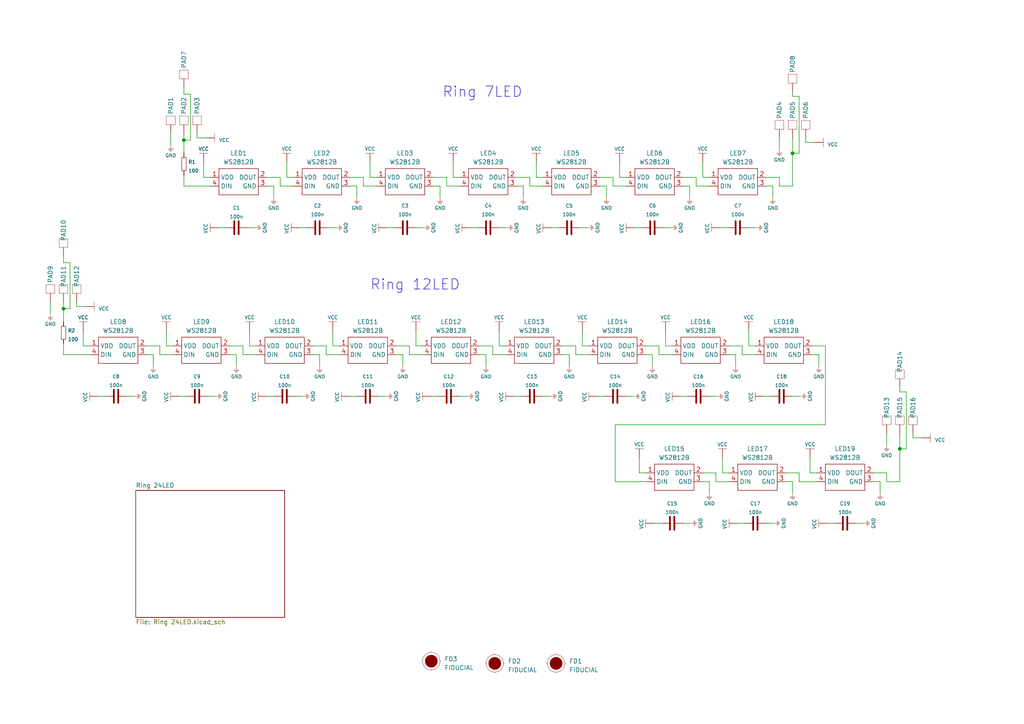
<source format=kicad_sch>
(kicad_sch (version 20211123) (generator eeschema)

  (uuid 25e546e1-a985-4f88-be34-40499372279d)

  (paper "A4")

  (title_block
    (title "Smart LED WS2812B Ring7")
    (date "2023-09-28")
    (rev "V1.3.0")
    (company "Soldered")
    (comment 1 "333055")
  )

  (lib_symbols
    (symbol "e-radionica.com schematics:0603C" (pin_numbers hide) (pin_names (offset 0.002)) (in_bom yes) (on_board yes)
      (property "Reference" "C" (id 0) (at -0.635 3.175 0)
        (effects (font (size 1 1)))
      )
      (property "Value" "0603C" (id 1) (at 0 -3.175 0)
        (effects (font (size 1 1)))
      )
      (property "Footprint" "e-radionica.com footprinti:0603C" (id 2) (at 0 0 0)
        (effects (font (size 1 1)) hide)
      )
      (property "Datasheet" "" (id 3) (at 0 0 0)
        (effects (font (size 1 1)) hide)
      )
      (symbol "0603C_0_1"
        (polyline
          (pts
            (xy -0.635 1.905)
            (xy -0.635 -1.905)
          )
          (stroke (width 0.5) (type default) (color 0 0 0 0))
          (fill (type none))
        )
        (polyline
          (pts
            (xy 0.635 1.905)
            (xy 0.635 -1.905)
          )
          (stroke (width 0.5) (type default) (color 0 0 0 0))
          (fill (type none))
        )
      )
      (symbol "0603C_1_1"
        (pin passive line (at -3.175 0 0) (length 2.54)
          (name "~" (effects (font (size 1.27 1.27))))
          (number "1" (effects (font (size 1.27 1.27))))
        )
        (pin passive line (at 3.175 0 180) (length 2.54)
          (name "~" (effects (font (size 1.27 1.27))))
          (number "2" (effects (font (size 1.27 1.27))))
        )
      )
    )
    (symbol "e-radionica.com schematics:0603R" (pin_numbers hide) (pin_names (offset 0.254)) (in_bom yes) (on_board yes)
      (property "Reference" "R" (id 0) (at -1.905 1.905 0)
        (effects (font (size 1 1)))
      )
      (property "Value" "0603R" (id 1) (at 0 -1.905 0)
        (effects (font (size 1 1)))
      )
      (property "Footprint" "e-radionica.com footprinti:0603R" (id 2) (at -0.635 1.905 0)
        (effects (font (size 1 1)) hide)
      )
      (property "Datasheet" "" (id 3) (at -0.635 1.905 0)
        (effects (font (size 1 1)) hide)
      )
      (symbol "0603R_0_1"
        (rectangle (start -1.905 -0.635) (end 1.905 -0.6604)
          (stroke (width 0.1) (type default) (color 0 0 0 0))
          (fill (type none))
        )
        (rectangle (start -1.905 0.635) (end -1.8796 -0.635)
          (stroke (width 0.1) (type default) (color 0 0 0 0))
          (fill (type none))
        )
        (rectangle (start -1.905 0.635) (end 1.905 0.6096)
          (stroke (width 0.1) (type default) (color 0 0 0 0))
          (fill (type none))
        )
        (rectangle (start 1.905 0.635) (end 1.9304 -0.635)
          (stroke (width 0.1) (type default) (color 0 0 0 0))
          (fill (type none))
        )
      )
      (symbol "0603R_1_1"
        (pin passive line (at -3.175 0 0) (length 1.27)
          (name "~" (effects (font (size 1.27 1.27))))
          (number "1" (effects (font (size 1.27 1.27))))
        )
        (pin passive line (at 3.175 0 180) (length 1.27)
          (name "~" (effects (font (size 1.27 1.27))))
          (number "2" (effects (font (size 1.27 1.27))))
        )
      )
    )
    (symbol "e-radionica.com schematics:FIDUCIAL" (in_bom no) (on_board yes)
      (property "Reference" "FD" (id 0) (at 0 3.81 0)
        (effects (font (size 1.27 1.27)))
      )
      (property "Value" "FIDUCIAL" (id 1) (at 0 -3.81 0)
        (effects (font (size 1.27 1.27)))
      )
      (property "Footprint" "e-radionica.com footprinti:FIDUCIAL_23" (id 2) (at 0.254 -5.334 0)
        (effects (font (size 1.27 1.27)) hide)
      )
      (property "Datasheet" "" (id 3) (at 0 0 0)
        (effects (font (size 1.27 1.27)) hide)
      )
      (symbol "FIDUCIAL_0_1"
        (polyline
          (pts
            (xy -2.54 0)
            (xy -2.794 0)
          )
          (stroke (width 0.0006) (type default) (color 0 0 0 0))
          (fill (type none))
        )
        (polyline
          (pts
            (xy 0 -2.54)
            (xy 0 -2.794)
          )
          (stroke (width 0.0006) (type default) (color 0 0 0 0))
          (fill (type none))
        )
        (polyline
          (pts
            (xy 0 2.54)
            (xy 0 2.794)
          )
          (stroke (width 0.0006) (type default) (color 0 0 0 0))
          (fill (type none))
        )
        (polyline
          (pts
            (xy 2.54 0)
            (xy 2.794 0)
          )
          (stroke (width 0.0006) (type default) (color 0 0 0 0))
          (fill (type none))
        )
        (circle (center 0 0) (radius 1.7961)
          (stroke (width 0.001) (type default) (color 0 0 0 0))
          (fill (type outline))
        )
        (circle (center 0 0) (radius 2.54)
          (stroke (width 0.0006) (type default) (color 0 0 0 0))
          (fill (type none))
        )
      )
    )
    (symbol "e-radionica.com schematics:GND" (power) (pin_names (offset 0)) (in_bom yes) (on_board yes)
      (property "Reference" "#PWR" (id 0) (at 4.445 0 0)
        (effects (font (size 1 1)) hide)
      )
      (property "Value" "GND" (id 1) (at 0 -2.921 0)
        (effects (font (size 1 1)))
      )
      (property "Footprint" "" (id 2) (at 4.445 3.81 0)
        (effects (font (size 1 1)) hide)
      )
      (property "Datasheet" "" (id 3) (at 4.445 3.81 0)
        (effects (font (size 1 1)) hide)
      )
      (property "ki_keywords" "power-flag" (id 4) (at 0 0 0)
        (effects (font (size 1.27 1.27)) hide)
      )
      (property "ki_description" "Power symbol creates a global label with name \"GND\"" (id 5) (at 0 0 0)
        (effects (font (size 1.27 1.27)) hide)
      )
      (symbol "GND_0_1"
        (polyline
          (pts
            (xy -0.762 -1.27)
            (xy 0.762 -1.27)
          )
          (stroke (width 0.0006) (type default) (color 0 0 0 0))
          (fill (type none))
        )
        (polyline
          (pts
            (xy -0.635 -1.524)
            (xy 0.635 -1.524)
          )
          (stroke (width 0.0006) (type default) (color 0 0 0 0))
          (fill (type none))
        )
        (polyline
          (pts
            (xy -0.381 -1.778)
            (xy 0.381 -1.778)
          )
          (stroke (width 0.0006) (type default) (color 0 0 0 0))
          (fill (type none))
        )
        (polyline
          (pts
            (xy -0.127 -2.032)
            (xy 0.127 -2.032)
          )
          (stroke (width 0.0006) (type default) (color 0 0 0 0))
          (fill (type none))
        )
        (polyline
          (pts
            (xy 0 0)
            (xy 0 -1.27)
          )
          (stroke (width 0.0006) (type default) (color 0 0 0 0))
          (fill (type none))
        )
      )
      (symbol "GND_1_1"
        (pin power_in line (at 0 0 270) (length 0) hide
          (name "GND" (effects (font (size 1.27 1.27))))
          (number "1" (effects (font (size 1.27 1.27))))
        )
      )
    )
    (symbol "e-radionica.com schematics:PAD_2x1.5" (pin_numbers hide) (pin_names hide) (in_bom yes) (on_board yes)
      (property "Reference" "PAD" (id 0) (at 0 2.54 0)
        (effects (font (size 1.27 1.27)))
      )
      (property "Value" "PAD_2x1.5" (id 1) (at 0 -2.54 0)
        (effects (font (size 1.27 1.27)))
      )
      (property "Footprint" "e-radionica.com footprinti:PAD_2x1.5" (id 2) (at -1.27 -3.81 0)
        (effects (font (size 1.27 1.27)) hide)
      )
      (property "Datasheet" "" (id 3) (at -1.27 0 0)
        (effects (font (size 1.27 1.27)) hide)
      )
      (symbol "PAD_2x1.5_0_1"
        (rectangle (start -1.27 1.27) (end 1.27 -1.27)
          (stroke (width 0.0006) (type default) (color 0 0 0 0))
          (fill (type none))
        )
      )
      (symbol "PAD_2x1.5_1_1"
        (pin passive line (at -3.81 0 0) (length 2.54)
          (name "~" (effects (font (size 1.27 1.27))))
          (number "1" (effects (font (size 1.27 1.27))))
        )
      )
    )
    (symbol "e-radionica.com schematics:VCC" (power) (pin_names (offset 0)) (in_bom yes) (on_board yes)
      (property "Reference" "#PWR" (id 0) (at 4.445 0 0)
        (effects (font (size 1 1)) hide)
      )
      (property "Value" "VCC" (id 1) (at 0 3.556 0)
        (effects (font (size 1 1)))
      )
      (property "Footprint" "" (id 2) (at 4.445 3.81 0)
        (effects (font (size 1 1)) hide)
      )
      (property "Datasheet" "" (id 3) (at 4.445 3.81 0)
        (effects (font (size 1 1)) hide)
      )
      (property "ki_keywords" "power-flag" (id 4) (at 0 0 0)
        (effects (font (size 1.27 1.27)) hide)
      )
      (property "ki_description" "Power symbol creates a global label with name \"VCC\"" (id 5) (at 0 0 0)
        (effects (font (size 1.27 1.27)) hide)
      )
      (symbol "VCC_0_1"
        (polyline
          (pts
            (xy -1.27 2.54)
            (xy 1.27 2.54)
          )
          (stroke (width 0.0006) (type default) (color 0 0 0 0))
          (fill (type none))
        )
        (polyline
          (pts
            (xy 0 0)
            (xy 0 2.54)
          )
          (stroke (width 0) (type default) (color 0 0 0 0))
          (fill (type none))
        )
      )
      (symbol "VCC_1_1"
        (pin power_in line (at 0 0 90) (length 0) hide
          (name "VCC" (effects (font (size 1.27 1.27))))
          (number "1" (effects (font (size 1.27 1.27))))
        )
      )
    )
    (symbol "e-radionica.com schematics:WS2812B" (in_bom yes) (on_board yes)
      (property "Reference" "LED?" (id 0) (at 2.54 5.08 0)
        (effects (font (size 1.27 1.27)))
      )
      (property "Value" "WS2812B" (id 1) (at 1.27 -5.08 0)
        (effects (font (size 1.27 1.27)))
      )
      (property "Footprint" "e-radionica.com footprinti:WS2812B LED" (id 2) (at 1.27 -8.89 0)
        (effects (font (size 1.27 1.27)) hide)
      )
      (property "Datasheet" "" (id 3) (at 1.27 -8.89 0)
        (effects (font (size 1.27 1.27)) hide)
      )
      (symbol "WS2812B_0_1"
        (polyline
          (pts
            (xy -5.08 3.81)
            (xy 6.35 3.81)
            (xy 6.35 -3.81)
            (xy -5.08 -3.81)
            (xy -5.08 3.81)
          )
          (stroke (width 0.1524) (type default) (color 0 0 0 0))
          (fill (type none))
        )
      )
      (symbol "WS2812B_1_1"
        (pin input line (at -7.62 1.27 0) (length 2.54)
          (name "VDD" (effects (font (size 1.27 1.27))))
          (number "1" (effects (font (size 1.27 1.27))))
        )
        (pin input line (at 8.89 1.27 180) (length 2.54)
          (name "DOUT" (effects (font (size 1.27 1.27))))
          (number "2" (effects (font (size 1.27 1.27))))
        )
        (pin input line (at 8.89 -1.27 180) (length 2.54)
          (name "GND" (effects (font (size 1.27 1.27))))
          (number "3" (effects (font (size 1.27 1.27))))
        )
        (pin input line (at -7.62 -1.27 0) (length 2.54)
          (name "DIN" (effects (font (size 1.27 1.27))))
          (number "4" (effects (font (size 1.27 1.27))))
        )
      )
    )
  )

  (junction (at 229.87 44.45) (diameter 0.9144) (color 0 0 0 0)
    (uuid 417f13e4-c121-485a-a6b5-8b55e70350b8)
  )
  (junction (at 53.34 40.64) (diameter 0.9144) (color 0 0 0 0)
    (uuid 9dab0cb7-2557-4419-963b-5ae736517f62)
  )
  (junction (at 260.985 130.175) (diameter 0.9144) (color 0 0 0 0)
    (uuid c201e1b2-fc01-4110-bdaa-a33290468c83)
  )
  (junction (at 18.415 89.535) (diameter 0.9144) (color 0 0 0 0)
    (uuid dabe541b-b164-4180-97a4-5ca761b86800)
  )

  (wire (pts (xy 94.615 100.33) (xy 94.615 102.87))
    (stroke (width 0) (type solid) (color 0 0 0 0))
    (uuid 03d86105-5b37-4006-b6f6-12bfccaf692a)
  )
  (wire (pts (xy 201.93 51.435) (xy 201.93 53.975))
    (stroke (width 0) (type solid) (color 0 0 0 0))
    (uuid 03f0db48-54ab-4e40-a40b-ef8ae62d44bb)
  )
  (wire (pts (xy 181.61 114.935) (xy 183.515 114.935))
    (stroke (width 0) (type solid) (color 0 0 0 0))
    (uuid 07455f7c-b390-44ef-a965-60e3b69f6713)
  )
  (wire (pts (xy 173.99 51.435) (xy 177.8 51.435))
    (stroke (width 0) (type solid) (color 0 0 0 0))
    (uuid 09db198b-fc2d-437a-aa90-a22c4443f79d)
  )
  (wire (pts (xy 153.67 51.435) (xy 153.67 53.975))
    (stroke (width 0) (type solid) (color 0 0 0 0))
    (uuid 0a2c5e91-aee9-44e9-b447-3b35387d8ff6)
  )
  (wire (pts (xy 187.325 100.33) (xy 191.135 100.33))
    (stroke (width 0) (type solid) (color 0 0 0 0))
    (uuid 0a8b32bb-9d72-4c76-b67a-fdfd03335c86)
  )
  (wire (pts (xy 83.185 46.99) (xy 83.185 51.435))
    (stroke (width 0) (type solid) (color 0 0 0 0))
    (uuid 0d722258-962f-428b-9cf1-a05b2a04527f)
  )
  (wire (pts (xy 114.935 100.33) (xy 118.745 100.33))
    (stroke (width 0) (type solid) (color 0 0 0 0))
    (uuid 0df832f9-02d9-473f-bf70-2e17bc4edc2d)
  )
  (wire (pts (xy 149.86 51.435) (xy 153.67 51.435))
    (stroke (width 0) (type solid) (color 0 0 0 0))
    (uuid 0e5a41d0-0eba-41e2-97bc-f1f127792b46)
  )
  (wire (pts (xy 18.415 89.535) (xy 18.415 93.345))
    (stroke (width 0) (type solid) (color 0 0 0 0))
    (uuid 0ec26bac-bff3-4e4d-8ad4-9f9e06baa8ac)
  )
  (wire (pts (xy 240.03 151.765) (xy 241.935 151.765))
    (stroke (width 0) (type solid) (color 0 0 0 0))
    (uuid 0fd2b3fb-92bc-4bf1-be25-f12196431c6b)
  )
  (wire (pts (xy 57.15 38.735) (xy 57.15 40.005))
    (stroke (width 0) (type solid) (color 0 0 0 0))
    (uuid 13d8c093-8317-4469-a5fd-6d2cdddbbc1b)
  )
  (wire (pts (xy 57.15 40.005) (xy 59.69 40.005))
    (stroke (width 0) (type solid) (color 0 0 0 0))
    (uuid 13d8c093-8317-4469-a5fd-6d2cdddbbc1c)
  )
  (wire (pts (xy 167.005 102.87) (xy 170.815 102.87))
    (stroke (width 0) (type solid) (color 0 0 0 0))
    (uuid 1755ad02-a2a3-46f7-bb82-ad4a69cc63dd)
  )
  (wire (pts (xy 136.525 66.04) (xy 138.43 66.04))
    (stroke (width 0) (type solid) (color 0 0 0 0))
    (uuid 19a02ba9-a9f8-474d-bf72-87dbf6882c9a)
  )
  (wire (pts (xy 181.61 51.435) (xy 179.705 51.435))
    (stroke (width 0) (type solid) (color 0 0 0 0))
    (uuid 1a113027-28f6-43fb-bde4-7a30c7f21f7d)
  )
  (wire (pts (xy 149.86 53.975) (xy 151.765 53.975))
    (stroke (width 0) (type solid) (color 0 0 0 0))
    (uuid 1a4b786b-502b-40bd-9c18-d10cac4eeba2)
  )
  (wire (pts (xy 211.455 100.33) (xy 215.265 100.33))
    (stroke (width 0) (type solid) (color 0 0 0 0))
    (uuid 1aa6b21a-32f1-4b01-8cfe-b74fbd8c8ef4)
  )
  (wire (pts (xy 105.41 51.435) (xy 105.41 53.975))
    (stroke (width 0) (type solid) (color 0 0 0 0))
    (uuid 1eb847af-05df-4bea-b8ed-a160c42de6ad)
  )
  (wire (pts (xy 85.09 51.435) (xy 83.185 51.435))
    (stroke (width 0) (type solid) (color 0 0 0 0))
    (uuid 1f92231c-172f-47de-9b31-27b200fc9aa6)
  )
  (wire (pts (xy 229.87 139.7) (xy 229.87 142.875))
    (stroke (width 0) (type solid) (color 0 0 0 0))
    (uuid 1fb56cc3-406f-4530-8b77-10d87c239bfa)
  )
  (wire (pts (xy 160.02 66.04) (xy 161.925 66.04))
    (stroke (width 0) (type solid) (color 0 0 0 0))
    (uuid 20dba83e-7100-43d5-b1a7-fbec56bde5f1)
  )
  (wire (pts (xy 20.32 89.535) (xy 18.415 89.535))
    (stroke (width 0) (type solid) (color 0 0 0 0))
    (uuid 21a4295e-a20a-4f02-88b2-1744c0a63b18)
  )
  (wire (pts (xy 46.355 102.87) (xy 50.165 102.87))
    (stroke (width 0) (type solid) (color 0 0 0 0))
    (uuid 22cb8586-9e78-4df3-a091-96e045dc63a6)
  )
  (wire (pts (xy 42.545 102.87) (xy 44.45 102.87))
    (stroke (width 0) (type solid) (color 0 0 0 0))
    (uuid 22fc6455-062a-4740-a8bd-421f968e36eb)
  )
  (wire (pts (xy 211.455 137.16) (xy 209.55 137.16))
    (stroke (width 0) (type solid) (color 0 0 0 0))
    (uuid 259f9e62-b812-4c1e-bcb4-bb76179c00bd)
  )
  (wire (pts (xy 226.06 51.435) (xy 226.06 53.975))
    (stroke (width 0) (type solid) (color 0 0 0 0))
    (uuid 2796ea78-c8a7-4b87-90bc-a3eb644ea3be)
  )
  (wire (pts (xy 155.575 46.99) (xy 155.575 51.435))
    (stroke (width 0) (type solid) (color 0 0 0 0))
    (uuid 27f59910-b4f9-4e9f-a383-da8db02db81b)
  )
  (wire (pts (xy 257.175 125.73) (xy 257.175 128.905))
    (stroke (width 0) (type solid) (color 0 0 0 0))
    (uuid 28630030-039a-4d87-8fd6-efcf27f2be0a)
  )
  (wire (pts (xy 224.155 53.975) (xy 224.155 57.15))
    (stroke (width 0) (type solid) (color 0 0 0 0))
    (uuid 28c32689-be4c-4ab9-becf-6716ccdb81ce)
  )
  (wire (pts (xy 18.415 74.295) (xy 18.415 76.2))
    (stroke (width 0) (type solid) (color 0 0 0 0))
    (uuid 28dfa203-7bae-45a6-9d8c-66ae444aed94)
  )
  (wire (pts (xy 101.6 114.935) (xy 103.505 114.935))
    (stroke (width 0) (type solid) (color 0 0 0 0))
    (uuid 2936a3cf-f622-489d-a69b-0b47e9e28f97)
  )
  (wire (pts (xy 239.395 100.33) (xy 239.395 123.19))
    (stroke (width 0) (type solid) (color 0 0 0 0))
    (uuid 2d489c53-e03d-45b7-a3b7-dc9cfcba4956)
  )
  (wire (pts (xy 129.54 51.435) (xy 129.54 53.975))
    (stroke (width 0) (type solid) (color 0 0 0 0))
    (uuid 2d9528c5-37e7-45d4-849e-886951e2770e)
  )
  (wire (pts (xy 185.42 132.715) (xy 185.42 137.16))
    (stroke (width 0) (type solid) (color 0 0 0 0))
    (uuid 2e3307d7-5053-40c5-9791-79bc7b5a00f4)
  )
  (wire (pts (xy 109.22 51.435) (xy 107.315 51.435))
    (stroke (width 0) (type solid) (color 0 0 0 0))
    (uuid 2fd88cee-cf12-4234-bf70-5ae090e33b3c)
  )
  (wire (pts (xy 203.835 46.99) (xy 203.835 51.435))
    (stroke (width 0) (type solid) (color 0 0 0 0))
    (uuid 2fd892ea-694f-460d-8c4e-67e0f6499958)
  )
  (wire (pts (xy 18.415 76.2) (xy 20.32 76.2))
    (stroke (width 0) (type solid) (color 0 0 0 0))
    (uuid 2fdfab4e-48b7-4d13-acab-6c4df029a7d7)
  )
  (wire (pts (xy 133.35 114.935) (xy 135.255 114.935))
    (stroke (width 0) (type solid) (color 0 0 0 0))
    (uuid 2fe099cd-f3f9-4f6e-af08-981813b078d9)
  )
  (wire (pts (xy 127.635 53.975) (xy 127.635 57.15))
    (stroke (width 0) (type solid) (color 0 0 0 0))
    (uuid 310e850c-3d43-467d-871f-77230e9a4c27)
  )
  (wire (pts (xy 177.8 51.435) (xy 177.8 53.975))
    (stroke (width 0) (type solid) (color 0 0 0 0))
    (uuid 318a3970-1b25-4558-ba0e-02b91de83e5f)
  )
  (wire (pts (xy 48.26 95.885) (xy 48.26 100.33))
    (stroke (width 0) (type solid) (color 0 0 0 0))
    (uuid 32ba330f-843a-49ca-8e89-41fb27a9640b)
  )
  (wire (pts (xy 213.995 151.765) (xy 215.9 151.765))
    (stroke (width 0) (type solid) (color 0 0 0 0))
    (uuid 347c38c3-78e5-4790-b6c3-e665c996e6b8)
  )
  (wire (pts (xy 125.095 114.935) (xy 127 114.935))
    (stroke (width 0) (type solid) (color 0 0 0 0))
    (uuid 36d4132d-859f-4ec3-a3b6-678bc3e0a931)
  )
  (wire (pts (xy 226.06 40.005) (xy 226.06 43.18))
    (stroke (width 0) (type solid) (color 0 0 0 0))
    (uuid 36e9d64e-8d67-4e51-92b9-71a7df635a84)
  )
  (wire (pts (xy 173.355 114.935) (xy 175.26 114.935))
    (stroke (width 0) (type solid) (color 0 0 0 0))
    (uuid 37191fdc-ce94-47db-9720-76d9c13f477b)
  )
  (wire (pts (xy 70.485 102.87) (xy 74.295 102.87))
    (stroke (width 0) (type solid) (color 0 0 0 0))
    (uuid 37e7158e-b4f5-4c79-9d01-520f9f821a3f)
  )
  (wire (pts (xy 120.65 95.885) (xy 120.65 100.33))
    (stroke (width 0) (type solid) (color 0 0 0 0))
    (uuid 3863ab84-8b92-4439-b154-a3118458b438)
  )
  (wire (pts (xy 184.15 66.04) (xy 186.055 66.04))
    (stroke (width 0) (type solid) (color 0 0 0 0))
    (uuid 39a3b792-843d-4184-9c5c-f189d03aa10d)
  )
  (wire (pts (xy 207.645 137.16) (xy 207.645 139.7))
    (stroke (width 0) (type solid) (color 0 0 0 0))
    (uuid 3bb907fa-a3bd-4203-8b1f-ca7c25df71ec)
  )
  (wire (pts (xy 175.895 53.975) (xy 175.895 57.15))
    (stroke (width 0) (type solid) (color 0 0 0 0))
    (uuid 3c94a8bc-05a9-49a4-a430-2b7976f519bb)
  )
  (wire (pts (xy 105.41 53.975) (xy 109.22 53.975))
    (stroke (width 0) (type solid) (color 0 0 0 0))
    (uuid 3cd6ba57-bfb7-4981-8b32-0ac3649a7dd4)
  )
  (wire (pts (xy 133.35 51.435) (xy 131.445 51.435))
    (stroke (width 0) (type solid) (color 0 0 0 0))
    (uuid 3d0523c7-4eaf-41fc-96f1-9228d00ac879)
  )
  (wire (pts (xy 260.985 112.395) (xy 260.985 113.665))
    (stroke (width 0) (type solid) (color 0 0 0 0))
    (uuid 3f4073a1-fac7-4536-8795-b57a99ca469e)
  )
  (wire (pts (xy 203.835 137.16) (xy 207.645 137.16))
    (stroke (width 0) (type solid) (color 0 0 0 0))
    (uuid 411c1e42-b0b8-49f4-aaef-b28fbcaa747b)
  )
  (wire (pts (xy 90.805 100.33) (xy 94.615 100.33))
    (stroke (width 0) (type solid) (color 0 0 0 0))
    (uuid 413d1aa9-6e17-4f80-8b77-8c15c2969bd7)
  )
  (wire (pts (xy 28.575 114.935) (xy 30.48 114.935))
    (stroke (width 0) (type solid) (color 0 0 0 0))
    (uuid 41b2fd0d-a1b3-4916-b5c9-74e41edaa728)
  )
  (wire (pts (xy 217.17 95.885) (xy 217.17 100.33))
    (stroke (width 0) (type solid) (color 0 0 0 0))
    (uuid 42e33736-17d3-445d-a205-d640c5b0c58f)
  )
  (wire (pts (xy 157.48 51.435) (xy 155.575 51.435))
    (stroke (width 0) (type solid) (color 0 0 0 0))
    (uuid 44c20a3e-3262-41bf-bc1a-1f9e29388971)
  )
  (wire (pts (xy 72.39 95.885) (xy 72.39 100.33))
    (stroke (width 0) (type solid) (color 0 0 0 0))
    (uuid 45a0301f-d6aa-42ca-a914-742f61026617)
  )
  (wire (pts (xy 68.58 102.87) (xy 68.58 106.045))
    (stroke (width 0) (type solid) (color 0 0 0 0))
    (uuid 45c88477-f561-4567-b481-3f4c8d1fdb9f)
  )
  (wire (pts (xy 211.455 102.87) (xy 213.36 102.87))
    (stroke (width 0) (type solid) (color 0 0 0 0))
    (uuid 47605980-6afe-4416-91e2-e67f8614c613)
  )
  (wire (pts (xy 236.855 137.16) (xy 234.95 137.16))
    (stroke (width 0) (type solid) (color 0 0 0 0))
    (uuid 4885c85b-5a2f-4ea2-9bcb-9a595cd1a07f)
  )
  (wire (pts (xy 112.395 66.04) (xy 114.3 66.04))
    (stroke (width 0) (type solid) (color 0 0 0 0))
    (uuid 48cd9fb8-e2f7-4d73-8b61-c49c76827bac)
  )
  (wire (pts (xy 140.97 102.87) (xy 140.97 106.045))
    (stroke (width 0) (type solid) (color 0 0 0 0))
    (uuid 4ac5835e-0216-403d-a9fc-6a5e2d8e893e)
  )
  (wire (pts (xy 235.585 102.87) (xy 237.49 102.87))
    (stroke (width 0) (type solid) (color 0 0 0 0))
    (uuid 4bab6490-bd54-4e49-9ca2-239da60d3278)
  )
  (wire (pts (xy 192.405 66.04) (xy 194.31 66.04))
    (stroke (width 0) (type solid) (color 0 0 0 0))
    (uuid 4d7fb855-fed4-4040-9515-7b284f6de82f)
  )
  (wire (pts (xy 142.875 100.33) (xy 142.875 102.87))
    (stroke (width 0) (type solid) (color 0 0 0 0))
    (uuid 4d80da2d-4a8e-4fb2-8e5c-d1e8e120575a)
  )
  (wire (pts (xy 187.325 137.16) (xy 185.42 137.16))
    (stroke (width 0) (type solid) (color 0 0 0 0))
    (uuid 4d93aa66-08fe-4e6e-aa55-13d8430ce179)
  )
  (wire (pts (xy 205.74 114.935) (xy 207.645 114.935))
    (stroke (width 0) (type solid) (color 0 0 0 0))
    (uuid 4e148baf-9a90-4e99-a6be-19767ca4ef94)
  )
  (wire (pts (xy 173.99 53.975) (xy 175.895 53.975))
    (stroke (width 0) (type solid) (color 0 0 0 0))
    (uuid 4e9bdf3f-0903-4fa7-9e66-eb29ea61b50b)
  )
  (wire (pts (xy 77.47 114.935) (xy 79.375 114.935))
    (stroke (width 0) (type solid) (color 0 0 0 0))
    (uuid 52a8c055-e567-4781-b416-5ce2fab9a414)
  )
  (wire (pts (xy 198.12 53.975) (xy 200.025 53.975))
    (stroke (width 0) (type solid) (color 0 0 0 0))
    (uuid 55db07c5-4573-4dd9-9e3b-9508eb739c10)
  )
  (wire (pts (xy 229.87 114.935) (xy 231.775 114.935))
    (stroke (width 0) (type solid) (color 0 0 0 0))
    (uuid 58e3e88a-862d-4f18-a424-3a97469275a4)
  )
  (wire (pts (xy 139.065 100.33) (xy 142.875 100.33))
    (stroke (width 0) (type solid) (color 0 0 0 0))
    (uuid 5c0f1a8a-1c99-44e1-82a6-8895670678c5)
  )
  (wire (pts (xy 257.175 139.7) (xy 260.985 139.7))
    (stroke (width 0) (type solid) (color 0 0 0 0))
    (uuid 5c2e2d17-f9c8-41c6-b77e-4afdeccaeab1)
  )
  (wire (pts (xy 18.415 102.87) (xy 26.035 102.87))
    (stroke (width 0) (type solid) (color 0 0 0 0))
    (uuid 5cd27ec2-bd17-4edb-a247-6b7fb48cd539)
  )
  (wire (pts (xy 142.875 102.87) (xy 146.685 102.87))
    (stroke (width 0) (type solid) (color 0 0 0 0))
    (uuid 5f9d1e46-8132-44d6-b82a-572345bf77b6)
  )
  (wire (pts (xy 24.13 95.885) (xy 24.13 100.33))
    (stroke (width 0) (type solid) (color 0 0 0 0))
    (uuid 611045aa-67f2-4676-b496-206936c65033)
  )
  (wire (pts (xy 42.545 100.33) (xy 46.355 100.33))
    (stroke (width 0) (type solid) (color 0 0 0 0))
    (uuid 6112f852-65fd-4b81-a85f-f0d80ed5eb3e)
  )
  (wire (pts (xy 222.25 51.435) (xy 226.06 51.435))
    (stroke (width 0) (type solid) (color 0 0 0 0))
    (uuid 613865a0-51c6-455a-9919-b587303df36d)
  )
  (wire (pts (xy 146.685 100.33) (xy 144.78 100.33))
    (stroke (width 0) (type solid) (color 0 0 0 0))
    (uuid 62655d49-0652-4585-b226-39984b5a40dd)
  )
  (wire (pts (xy 194.945 100.33) (xy 193.04 100.33))
    (stroke (width 0) (type solid) (color 0 0 0 0))
    (uuid 62683405-0cae-453a-8a7b-ee5fb5b4bb71)
  )
  (wire (pts (xy 122.555 100.33) (xy 120.65 100.33))
    (stroke (width 0) (type solid) (color 0 0 0 0))
    (uuid 65a13abf-595d-4f21-9941-1fbe17395707)
  )
  (wire (pts (xy 22.225 87.63) (xy 22.225 88.9))
    (stroke (width 0) (type solid) (color 0 0 0 0))
    (uuid 684339af-b798-4111-b00c-15dd26df3827)
  )
  (wire (pts (xy 215.265 102.87) (xy 219.075 102.87))
    (stroke (width 0) (type solid) (color 0 0 0 0))
    (uuid 6b45f68d-8d59-43d8-a0ab-15890a5ba9c7)
  )
  (wire (pts (xy 221.615 114.935) (xy 223.52 114.935))
    (stroke (width 0) (type solid) (color 0 0 0 0))
    (uuid 6b86eefd-5d5c-4e71-a4fd-4ba8dac81ee9)
  )
  (wire (pts (xy 144.78 95.885) (xy 144.78 100.33))
    (stroke (width 0) (type solid) (color 0 0 0 0))
    (uuid 6d709810-3479-4455-a19d-368bfda5f336)
  )
  (wire (pts (xy 151.765 53.975) (xy 151.765 57.15))
    (stroke (width 0) (type solid) (color 0 0 0 0))
    (uuid 6e12aa60-44da-4eb1-b16d-4a5cb97c2e07)
  )
  (wire (pts (xy 71.755 66.04) (xy 73.66 66.04))
    (stroke (width 0) (type solid) (color 0 0 0 0))
    (uuid 6e933b3f-d318-478f-832a-0c24555d003b)
  )
  (wire (pts (xy 257.175 137.16) (xy 257.175 139.7))
    (stroke (width 0) (type solid) (color 0 0 0 0))
    (uuid 6fd46794-401e-4e69-a8ff-d9bccf0245b1)
  )
  (wire (pts (xy 260.985 113.665) (xy 262.89 113.665))
    (stroke (width 0) (type solid) (color 0 0 0 0))
    (uuid 7108a5ff-e84a-4b14-a71a-671345eb54a8)
  )
  (wire (pts (xy 90.805 102.87) (xy 92.71 102.87))
    (stroke (width 0) (type solid) (color 0 0 0 0))
    (uuid 72b38188-e6a5-4477-927d-5ee55a983315)
  )
  (wire (pts (xy 253.365 139.7) (xy 255.27 139.7))
    (stroke (width 0) (type solid) (color 0 0 0 0))
    (uuid 7532e079-a331-4349-861a-d2d064993a2f)
  )
  (wire (pts (xy 231.775 137.16) (xy 231.775 139.7))
    (stroke (width 0) (type solid) (color 0 0 0 0))
    (uuid 761734d5-05d7-4f03-9277-a7b091ff6ed1)
  )
  (wire (pts (xy 26.035 100.33) (xy 24.13 100.33))
    (stroke (width 0) (type solid) (color 0 0 0 0))
    (uuid 762f7a5a-16a5-4e0b-805f-2f76e7a0104f)
  )
  (wire (pts (xy 66.675 102.87) (xy 68.58 102.87))
    (stroke (width 0) (type solid) (color 0 0 0 0))
    (uuid 785a2e7c-1928-4da4-baa8-bcd0ea78384d)
  )
  (wire (pts (xy 231.775 139.7) (xy 236.855 139.7))
    (stroke (width 0) (type solid) (color 0 0 0 0))
    (uuid 79e25c47-07b4-419e-b78c-e7cd0c2f04d2)
  )
  (wire (pts (xy 168.91 95.885) (xy 168.91 100.33))
    (stroke (width 0) (type solid) (color 0 0 0 0))
    (uuid 7a0d35cb-374f-4700-825b-dcafeafb3c85)
  )
  (wire (pts (xy 179.705 46.99) (xy 179.705 51.435))
    (stroke (width 0) (type solid) (color 0 0 0 0))
    (uuid 7b483bf7-c5b0-4d4b-bd5e-6068d62a5264)
  )
  (wire (pts (xy 227.965 139.7) (xy 229.87 139.7))
    (stroke (width 0) (type solid) (color 0 0 0 0))
    (uuid 7b4f1e07-92fa-4c99-a652-12b68e47bcc2)
  )
  (wire (pts (xy 168.275 66.04) (xy 170.18 66.04))
    (stroke (width 0) (type solid) (color 0 0 0 0))
    (uuid 7ddcf036-8c5e-40c5-8abe-f8f7e903d207)
  )
  (wire (pts (xy 131.445 46.99) (xy 131.445 51.435))
    (stroke (width 0) (type solid) (color 0 0 0 0))
    (uuid 805ce536-38b3-465d-a6da-aee087b866ea)
  )
  (wire (pts (xy 66.675 100.33) (xy 70.485 100.33))
    (stroke (width 0) (type solid) (color 0 0 0 0))
    (uuid 874909c3-ab0b-4f5d-b16f-526144c26011)
  )
  (wire (pts (xy 36.83 114.935) (xy 38.735 114.935))
    (stroke (width 0) (type solid) (color 0 0 0 0))
    (uuid 882a8d91-d209-45ee-bbf3-1ad5db4e66c5)
  )
  (wire (pts (xy 189.865 151.765) (xy 191.77 151.765))
    (stroke (width 0) (type solid) (color 0 0 0 0))
    (uuid 882c131b-762e-45d4-9e49-de116ef69276)
  )
  (wire (pts (xy 118.745 100.33) (xy 118.745 102.87))
    (stroke (width 0) (type solid) (color 0 0 0 0))
    (uuid 88565f0b-b753-45d6-9277-0f2390fe4d2d)
  )
  (wire (pts (xy 191.135 100.33) (xy 191.135 102.87))
    (stroke (width 0) (type solid) (color 0 0 0 0))
    (uuid 897acd5d-f716-4d52-a702-e1d1ae977bfd)
  )
  (wire (pts (xy 253.365 137.16) (xy 257.175 137.16))
    (stroke (width 0) (type solid) (color 0 0 0 0))
    (uuid 89d39f42-579e-44b2-9281-db80fdb5b249)
  )
  (wire (pts (xy 120.65 66.04) (xy 122.555 66.04))
    (stroke (width 0) (type solid) (color 0 0 0 0))
    (uuid 8a2cd5ec-afb5-4dd0-bc31-85584485cb60)
  )
  (wire (pts (xy 215.265 100.33) (xy 215.265 102.87))
    (stroke (width 0) (type solid) (color 0 0 0 0))
    (uuid 8a9f52be-eb5c-479a-9c3e-e07f688fc56c)
  )
  (wire (pts (xy 203.835 139.7) (xy 205.74 139.7))
    (stroke (width 0) (type solid) (color 0 0 0 0))
    (uuid 8d3f3b27-0da2-4228-ad5e-c2f4fb76b5d8)
  )
  (wire (pts (xy 18.415 87.63) (xy 18.415 89.535))
    (stroke (width 0) (type solid) (color 0 0 0 0))
    (uuid 8d592801-4e95-44b4-bc94-71aa80f19ab3)
  )
  (wire (pts (xy 264.795 127) (xy 267.335 127))
    (stroke (width 0) (type solid) (color 0 0 0 0))
    (uuid 8ef8b904-4416-40e2-95a8-30b01ee4fccb)
  )
  (wire (pts (xy 235.585 100.33) (xy 239.395 100.33))
    (stroke (width 0) (type solid) (color 0 0 0 0))
    (uuid 8f6bbc2b-e089-4505-8908-ca63bdc0cafd)
  )
  (wire (pts (xy 222.25 151.765) (xy 224.155 151.765))
    (stroke (width 0) (type solid) (color 0 0 0 0))
    (uuid 8f7bfc6b-fe38-42ab-a908-bf1ac69602eb)
  )
  (wire (pts (xy 226.06 53.975) (xy 229.87 53.975))
    (stroke (width 0) (type solid) (color 0 0 0 0))
    (uuid 8f9bef59-7b9d-4e93-ba43-a0e027a77b77)
  )
  (wire (pts (xy 52.07 114.935) (xy 53.975 114.935))
    (stroke (width 0) (type solid) (color 0 0 0 0))
    (uuid 9252abcd-014d-40ab-9b05-4b97f7a1e16b)
  )
  (wire (pts (xy 63.5 66.04) (xy 65.405 66.04))
    (stroke (width 0) (type solid) (color 0 0 0 0))
    (uuid 9288ce86-1f03-45ec-b81f-5f2a0da58038)
  )
  (wire (pts (xy 46.355 100.33) (xy 46.355 102.87))
    (stroke (width 0) (type solid) (color 0 0 0 0))
    (uuid 948e26e5-d8bb-4c45-b6e3-91d6a8e421d8)
  )
  (wire (pts (xy 125.73 53.975) (xy 127.635 53.975))
    (stroke (width 0) (type solid) (color 0 0 0 0))
    (uuid 969388e5-6a2e-4daa-aa39-939ae4d88a12)
  )
  (wire (pts (xy 95.25 66.04) (xy 97.155 66.04))
    (stroke (width 0) (type solid) (color 0 0 0 0))
    (uuid 9710960f-95fd-4876-b64f-671e27d86f87)
  )
  (wire (pts (xy 187.325 102.87) (xy 189.23 102.87))
    (stroke (width 0) (type solid) (color 0 0 0 0))
    (uuid 97a87519-d921-4c75-9d9f-30ff3dfd7abb)
  )
  (wire (pts (xy 233.68 41.275) (xy 236.22 41.275))
    (stroke (width 0) (type solid) (color 0 0 0 0))
    (uuid 9877792c-792e-4f1a-bc6f-cf5f32d9f502)
  )
  (wire (pts (xy 86.995 66.04) (xy 88.9 66.04))
    (stroke (width 0) (type solid) (color 0 0 0 0))
    (uuid 998129b0-4562-4e07-b54f-592fe4054111)
  )
  (wire (pts (xy 248.285 151.765) (xy 250.19 151.765))
    (stroke (width 0) (type solid) (color 0 0 0 0))
    (uuid 9ca154b3-f133-4fe1-9259-f08930cf2a2a)
  )
  (wire (pts (xy 144.78 66.04) (xy 146.685 66.04))
    (stroke (width 0) (type solid) (color 0 0 0 0))
    (uuid a0a3ec31-ab23-4495-a0a9-20f5f0d4bd06)
  )
  (wire (pts (xy 170.815 100.33) (xy 168.91 100.33))
    (stroke (width 0) (type solid) (color 0 0 0 0))
    (uuid a2ee60ac-8338-42c1-ae41-ff4ba9ff3961)
  )
  (wire (pts (xy 92.71 102.87) (xy 92.71 106.045))
    (stroke (width 0) (type solid) (color 0 0 0 0))
    (uuid a3ffd27b-9d38-48f6-9574-d339f9b40051)
  )
  (wire (pts (xy 107.315 46.99) (xy 107.315 51.435))
    (stroke (width 0) (type solid) (color 0 0 0 0))
    (uuid a4c07f5c-0e9d-451b-903a-c665e34b24f2)
  )
  (wire (pts (xy 149.225 114.935) (xy 151.13 114.935))
    (stroke (width 0) (type solid) (color 0 0 0 0))
    (uuid aaf14250-0383-4448-9761-83e117d39e46)
  )
  (wire (pts (xy 193.04 95.885) (xy 193.04 100.33))
    (stroke (width 0) (type solid) (color 0 0 0 0))
    (uuid ae1a8cbe-f6c3-4391-8912-10ee516af565)
  )
  (wire (pts (xy 109.855 114.935) (xy 111.76 114.935))
    (stroke (width 0) (type solid) (color 0 0 0 0))
    (uuid b0079e9e-0caf-43b2-b4bc-782446105a29)
  )
  (wire (pts (xy 129.54 53.975) (xy 133.35 53.975))
    (stroke (width 0) (type solid) (color 0 0 0 0))
    (uuid b12dab3d-1069-4c72-b052-39f87db0d675)
  )
  (wire (pts (xy 139.065 102.87) (xy 140.97 102.87))
    (stroke (width 0) (type solid) (color 0 0 0 0))
    (uuid b226d1fd-6177-4332-8110-0c8462ddd52a)
  )
  (wire (pts (xy 50.165 100.33) (xy 48.26 100.33))
    (stroke (width 0) (type solid) (color 0 0 0 0))
    (uuid b309c4a3-9323-4455-b87b-aff26b44c7e6)
  )
  (wire (pts (xy 53.34 38.735) (xy 53.34 40.64))
    (stroke (width 0) (type solid) (color 0 0 0 0))
    (uuid b8495cad-c58c-4cc5-be96-10f62d3d7444)
  )
  (wire (pts (xy 53.34 40.64) (xy 53.34 44.45))
    (stroke (width 0) (type solid) (color 0 0 0 0))
    (uuid b8495cad-c58c-4cc5-be96-10f62d3d7445)
  )
  (wire (pts (xy 198.12 151.765) (xy 200.025 151.765))
    (stroke (width 0) (type solid) (color 0 0 0 0))
    (uuid b8577b52-c8c9-4e54-8e10-616f5068a809)
  )
  (wire (pts (xy 201.93 53.975) (xy 205.74 53.975))
    (stroke (width 0) (type solid) (color 0 0 0 0))
    (uuid b9793e78-bfaa-4c4a-bb0f-9f79bf46afd4)
  )
  (wire (pts (xy 53.34 25.4) (xy 53.34 27.305))
    (stroke (width 0) (type solid) (color 0 0 0 0))
    (uuid bc02871c-be0f-4ef4-87c0-bdbe7a80f7fe)
  )
  (wire (pts (xy 53.34 27.305) (xy 55.245 27.305))
    (stroke (width 0) (type solid) (color 0 0 0 0))
    (uuid bc02871c-be0f-4ef4-87c0-bdbe7a80f7ff)
  )
  (wire (pts (xy 55.245 27.305) (xy 55.245 40.64))
    (stroke (width 0) (type solid) (color 0 0 0 0))
    (uuid bc02871c-be0f-4ef4-87c0-bdbe7a80f800)
  )
  (wire (pts (xy 55.245 40.64) (xy 53.34 40.64))
    (stroke (width 0) (type solid) (color 0 0 0 0))
    (uuid bc02871c-be0f-4ef4-87c0-bdbe7a80f801)
  )
  (wire (pts (xy 77.47 53.975) (xy 79.375 53.975))
    (stroke (width 0) (type solid) (color 0 0 0 0))
    (uuid bc5d0294-a18d-4c1c-bac4-ccc096dce471)
  )
  (wire (pts (xy 79.375 53.975) (xy 79.375 57.15))
    (stroke (width 0) (type solid) (color 0 0 0 0))
    (uuid bc5d0294-a18d-4c1c-bac4-ccc096dce472)
  )
  (wire (pts (xy 165.1 102.87) (xy 165.1 106.045))
    (stroke (width 0) (type solid) (color 0 0 0 0))
    (uuid bc7ca542-7ebf-408c-b65b-b67c4c1446e0)
  )
  (wire (pts (xy 229.87 40.005) (xy 229.87 44.45))
    (stroke (width 0) (type solid) (color 0 0 0 0))
    (uuid bd783540-876c-4ca7-b94c-df506bade6a7)
  )
  (wire (pts (xy 229.87 44.45) (xy 229.87 53.975))
    (stroke (width 0) (type solid) (color 0 0 0 0))
    (uuid bd783540-876c-4ca7-b94c-df506bade6a8)
  )
  (wire (pts (xy 85.725 114.935) (xy 87.63 114.935))
    (stroke (width 0) (type solid) (color 0 0 0 0))
    (uuid bf11aaa0-e06f-427c-a0c0-42a497bbb690)
  )
  (wire (pts (xy 118.745 102.87) (xy 122.555 102.87))
    (stroke (width 0) (type solid) (color 0 0 0 0))
    (uuid c0f739d6-5960-4f27-8d77-418d4681018c)
  )
  (wire (pts (xy 96.52 95.885) (xy 96.52 100.33))
    (stroke (width 0) (type solid) (color 0 0 0 0))
    (uuid c120745e-e0dd-445e-a669-ae6aab9609d1)
  )
  (wire (pts (xy 94.615 102.87) (xy 98.425 102.87))
    (stroke (width 0) (type solid) (color 0 0 0 0))
    (uuid c15c4b07-6e90-40ee-945b-49b16b8fdef5)
  )
  (wire (pts (xy 70.485 100.33) (xy 70.485 102.87))
    (stroke (width 0) (type solid) (color 0 0 0 0))
    (uuid c2798a11-232a-4338-8ed9-21c042e63345)
  )
  (wire (pts (xy 49.53 38.735) (xy 49.53 41.91))
    (stroke (width 0) (type solid) (color 0 0 0 0))
    (uuid c45bd5e8-6c78-43c2-9bbb-5cc57954d2da)
  )
  (wire (pts (xy 255.27 139.7) (xy 255.27 142.875))
    (stroke (width 0) (type solid) (color 0 0 0 0))
    (uuid c6ec4a8e-7785-4097-9be0-85f9c92474e7)
  )
  (wire (pts (xy 60.325 114.935) (xy 62.23 114.935))
    (stroke (width 0) (type solid) (color 0 0 0 0))
    (uuid c78259e2-19a6-4a5b-b1d0-fe957321d95c)
  )
  (wire (pts (xy 163.195 102.87) (xy 165.1 102.87))
    (stroke (width 0) (type solid) (color 0 0 0 0))
    (uuid c80d1963-9f15-4225-bd0e-7f225bdbcdda)
  )
  (wire (pts (xy 222.25 53.975) (xy 224.155 53.975))
    (stroke (width 0) (type solid) (color 0 0 0 0))
    (uuid c822a6ab-9042-4068-a159-08b60ab88a2c)
  )
  (wire (pts (xy 98.425 100.33) (xy 96.52 100.33))
    (stroke (width 0) (type solid) (color 0 0 0 0))
    (uuid c86374d0-a652-4631-a301-37ddd77e79ac)
  )
  (wire (pts (xy 227.965 137.16) (xy 231.775 137.16))
    (stroke (width 0) (type solid) (color 0 0 0 0))
    (uuid cb62123d-26d8-44ae-8941-7d19f55cedcf)
  )
  (wire (pts (xy 157.48 114.935) (xy 159.385 114.935))
    (stroke (width 0) (type solid) (color 0 0 0 0))
    (uuid cd05e20c-2efd-4a9a-af85-05a7f48fb1fe)
  )
  (wire (pts (xy 209.55 132.715) (xy 209.55 137.16))
    (stroke (width 0) (type solid) (color 0 0 0 0))
    (uuid ce7995c3-d8d4-4658-8015-85881c2964e6)
  )
  (wire (pts (xy 116.84 102.87) (xy 116.84 106.045))
    (stroke (width 0) (type solid) (color 0 0 0 0))
    (uuid cf725bba-9e30-439f-9cbe-b7bc826cadd9)
  )
  (wire (pts (xy 237.49 102.87) (xy 237.49 106.045))
    (stroke (width 0) (type solid) (color 0 0 0 0))
    (uuid d0be345c-6adb-4b8c-9849-c9880330add7)
  )
  (wire (pts (xy 217.17 66.04) (xy 219.075 66.04))
    (stroke (width 0) (type solid) (color 0 0 0 0))
    (uuid d2303127-9fe7-4110-a205-504347be0b53)
  )
  (wire (pts (xy 262.89 113.665) (xy 262.89 130.175))
    (stroke (width 0) (type solid) (color 0 0 0 0))
    (uuid d3264781-6ee4-484d-b6c5-43684c754054)
  )
  (wire (pts (xy 167.005 100.33) (xy 167.005 102.87))
    (stroke (width 0) (type solid) (color 0 0 0 0))
    (uuid d3aa6205-3526-4f97-bb49-c7bf52a2c7a4)
  )
  (wire (pts (xy 22.225 88.9) (xy 24.765 88.9))
    (stroke (width 0) (type solid) (color 0 0 0 0))
    (uuid d54af948-b8d1-4d22-a10f-ad75bfda3cd5)
  )
  (wire (pts (xy 213.36 102.87) (xy 213.36 106.045))
    (stroke (width 0) (type solid) (color 0 0 0 0))
    (uuid d65079d7-d322-430d-9b7f-33481593f4a7)
  )
  (wire (pts (xy 114.935 102.87) (xy 116.84 102.87))
    (stroke (width 0) (type solid) (color 0 0 0 0))
    (uuid d692beee-d57a-4630-a0c9-e9af15d8d854)
  )
  (wire (pts (xy 14.605 87.63) (xy 14.605 90.805))
    (stroke (width 0) (type solid) (color 0 0 0 0))
    (uuid d6b84852-1168-4a58-a6c4-feb4b8e828b3)
  )
  (wire (pts (xy 233.68 40.005) (xy 233.68 41.275))
    (stroke (width 0) (type solid) (color 0 0 0 0))
    (uuid d71c8efd-94ff-4905-a3d4-9c7ed9ada62c)
  )
  (wire (pts (xy 18.415 99.695) (xy 18.415 102.87))
    (stroke (width 0) (type solid) (color 0 0 0 0))
    (uuid d8a3f7ce-e229-43c3-98e2-54195e9aae69)
  )
  (wire (pts (xy 177.8 53.975) (xy 181.61 53.975))
    (stroke (width 0) (type solid) (color 0 0 0 0))
    (uuid d988248d-d719-4a7e-9b7f-b94aa67f4ba0)
  )
  (wire (pts (xy 153.67 53.975) (xy 157.48 53.975))
    (stroke (width 0) (type solid) (color 0 0 0 0))
    (uuid d9ec3a20-c04b-4b46-94f5-e0bf33aa578a)
  )
  (wire (pts (xy 200.025 53.975) (xy 200.025 57.15))
    (stroke (width 0) (type solid) (color 0 0 0 0))
    (uuid dc10deff-a714-45dc-8d20-07eddc966478)
  )
  (wire (pts (xy 53.34 50.8) (xy 53.34 53.975))
    (stroke (width 0) (type solid) (color 0 0 0 0))
    (uuid dc5f1b5c-3464-4e80-8b26-e9bacc0fd347)
  )
  (wire (pts (xy 53.34 53.975) (xy 60.96 53.975))
    (stroke (width 0) (type solid) (color 0 0 0 0))
    (uuid dc5f1b5c-3464-4e80-8b26-e9bacc0fd348)
  )
  (wire (pts (xy 207.645 139.7) (xy 211.455 139.7))
    (stroke (width 0) (type solid) (color 0 0 0 0))
    (uuid df2c3e5a-a730-4e43-8e06-69618d3f2618)
  )
  (wire (pts (xy 74.295 100.33) (xy 72.39 100.33))
    (stroke (width 0) (type solid) (color 0 0 0 0))
    (uuid e1d625e9-7465-4778-aa1b-2af973dbd7e4)
  )
  (wire (pts (xy 20.32 76.2) (xy 20.32 89.535))
    (stroke (width 0) (type solid) (color 0 0 0 0))
    (uuid e25c98cd-3d93-4ee5-b72b-fae0cfd10de7)
  )
  (wire (pts (xy 260.985 130.175) (xy 260.985 139.7))
    (stroke (width 0) (type solid) (color 0 0 0 0))
    (uuid e286e7ba-fef5-44c2-bccc-3d7c0c88c6ab)
  )
  (wire (pts (xy 205.74 139.7) (xy 205.74 142.875))
    (stroke (width 0) (type solid) (color 0 0 0 0))
    (uuid e30d7cf8-7e90-45f5-b540-b2c45d7af4c0)
  )
  (wire (pts (xy 59.055 46.99) (xy 59.055 51.435))
    (stroke (width 0) (type solid) (color 0 0 0 0))
    (uuid e3675d4e-e7c9-4749-8966-4a7ae0d9c7f5)
  )
  (wire (pts (xy 60.96 51.435) (xy 59.055 51.435))
    (stroke (width 0) (type solid) (color 0 0 0 0))
    (uuid e3675d4e-e7c9-4749-8966-4a7ae0d9c7f6)
  )
  (wire (pts (xy 234.95 132.715) (xy 234.95 137.16))
    (stroke (width 0) (type solid) (color 0 0 0 0))
    (uuid e3a2307c-31ec-4260-a964-5a8d01b3876f)
  )
  (wire (pts (xy 189.23 102.87) (xy 189.23 106.045))
    (stroke (width 0) (type solid) (color 0 0 0 0))
    (uuid e3f30554-f3cb-4150-93d5-66966db385b8)
  )
  (wire (pts (xy 197.485 114.935) (xy 199.39 114.935))
    (stroke (width 0) (type solid) (color 0 0 0 0))
    (uuid e46983d0-836b-44f6-a88a-ac322dcb4947)
  )
  (wire (pts (xy 262.89 130.175) (xy 260.985 130.175))
    (stroke (width 0) (type solid) (color 0 0 0 0))
    (uuid e4a7a571-3347-44a0-9637-95cd5ba22371)
  )
  (wire (pts (xy 191.135 102.87) (xy 194.945 102.87))
    (stroke (width 0) (type solid) (color 0 0 0 0))
    (uuid e68b5d84-e514-4b96-b38a-2d6e2d8a1501)
  )
  (wire (pts (xy 198.12 51.435) (xy 201.93 51.435))
    (stroke (width 0) (type solid) (color 0 0 0 0))
    (uuid ecb1b1ec-3823-4c9d-a45a-5a565495f8a7)
  )
  (wire (pts (xy 229.87 26.67) (xy 229.87 27.94))
    (stroke (width 0) (type solid) (color 0 0 0 0))
    (uuid ed0b8833-eb6e-4d8f-9fcb-1a094972841b)
  )
  (wire (pts (xy 229.87 27.94) (xy 231.775 27.94))
    (stroke (width 0) (type solid) (color 0 0 0 0))
    (uuid ed0b8833-eb6e-4d8f-9fcb-1a094972841c)
  )
  (wire (pts (xy 231.775 27.94) (xy 231.775 44.45))
    (stroke (width 0) (type solid) (color 0 0 0 0))
    (uuid ed0b8833-eb6e-4d8f-9fcb-1a094972841d)
  )
  (wire (pts (xy 231.775 44.45) (xy 229.87 44.45))
    (stroke (width 0) (type solid) (color 0 0 0 0))
    (uuid ed0b8833-eb6e-4d8f-9fcb-1a094972841e)
  )
  (wire (pts (xy 163.195 100.33) (xy 167.005 100.33))
    (stroke (width 0) (type solid) (color 0 0 0 0))
    (uuid edf72264-220d-4b37-9bda-5e3717ce83b9)
  )
  (wire (pts (xy 101.6 53.975) (xy 103.505 53.975))
    (stroke (width 0) (type solid) (color 0 0 0 0))
    (uuid f18581f0-8483-49f5-9e57-15d53e1641cc)
  )
  (wire (pts (xy 77.47 51.435) (xy 81.28 51.435))
    (stroke (width 0) (type solid) (color 0 0 0 0))
    (uuid f4acc565-bd77-4023-b5e1-4cf117ecc7fc)
  )
  (wire (pts (xy 81.28 51.435) (xy 81.28 53.975))
    (stroke (width 0) (type solid) (color 0 0 0 0))
    (uuid f4acc565-bd77-4023-b5e1-4cf117ecc7fd)
  )
  (wire (pts (xy 81.28 53.975) (xy 85.09 53.975))
    (stroke (width 0) (type solid) (color 0 0 0 0))
    (uuid f4acc565-bd77-4023-b5e1-4cf117ecc7fe)
  )
  (wire (pts (xy 44.45 102.87) (xy 44.45 106.045))
    (stroke (width 0) (type solid) (color 0 0 0 0))
    (uuid f5c8f7c2-22cb-4f67-81c8-bcedf9932d44)
  )
  (wire (pts (xy 219.075 100.33) (xy 217.17 100.33))
    (stroke (width 0) (type solid) (color 0 0 0 0))
    (uuid f66db36b-f964-4971-a5ec-c0213cb0126e)
  )
  (wire (pts (xy 103.505 53.975) (xy 103.505 57.15))
    (stroke (width 0) (type solid) (color 0 0 0 0))
    (uuid f835d3fb-6878-4461-a942-998b698c0fe6)
  )
  (wire (pts (xy 101.6 51.435) (xy 105.41 51.435))
    (stroke (width 0) (type solid) (color 0 0 0 0))
    (uuid f8f2ab57-d9fa-4daa-8128-9e8fd824cfc5)
  )
  (wire (pts (xy 178.435 123.19) (xy 178.435 139.7))
    (stroke (width 0) (type solid) (color 0 0 0 0))
    (uuid fd997e7f-e64b-4930-a377-576d3bff137d)
  )
  (wire (pts (xy 178.435 139.7) (xy 187.325 139.7))
    (stroke (width 0) (type solid) (color 0 0 0 0))
    (uuid fd997e7f-e64b-4930-a377-576d3bff137e)
  )
  (wire (pts (xy 239.395 123.19) (xy 178.435 123.19))
    (stroke (width 0) (type solid) (color 0 0 0 0))
    (uuid fd997e7f-e64b-4930-a377-576d3bff137f)
  )
  (wire (pts (xy 260.985 125.73) (xy 260.985 130.175))
    (stroke (width 0) (type solid) (color 0 0 0 0))
    (uuid fe66e8b0-1f72-4275-bd8d-fb56ae695249)
  )
  (wire (pts (xy 125.73 51.435) (xy 129.54 51.435))
    (stroke (width 0) (type solid) (color 0 0 0 0))
    (uuid fe7d01c3-77a8-43ee-97e0-8832c814898e)
  )
  (wire (pts (xy 208.915 66.04) (xy 210.82 66.04))
    (stroke (width 0) (type solid) (color 0 0 0 0))
    (uuid fea702e2-35a5-4e57-a557-98c9b653fff6)
  )
  (wire (pts (xy 205.74 51.435) (xy 203.835 51.435))
    (stroke (width 0) (type solid) (color 0 0 0 0))
    (uuid fef8b41d-37d4-403b-929b-952a0e8337db)
  )
  (wire (pts (xy 264.795 125.73) (xy 264.795 127))
    (stroke (width 0) (type solid) (color 0 0 0 0))
    (uuid ff9e2e75-c6a2-42c5-afb4-55699b8a327a)
  )

  (text "Ring 12LED" (at 107.315 84.455 0)
    (effects (font (size 3 3)) (justify left bottom))
    (uuid 3fc9a9c9-1009-4450-be39-7b2b6fdd7348)
  )
  (text "Ring 7LED" (at 128.27 28.575 0)
    (effects (font (size 3 3)) (justify left bottom))
    (uuid aa461c90-7ca2-413b-830d-c3341798e225)
  )

  (symbol (lib_id "e-radionica.com schematics:GND") (at 49.53 41.91 0) (mirror y) (unit 1)
    (in_bom yes) (on_board yes)
    (uuid 01623b28-763b-4024-90cd-b5c3c1ddd528)
    (property "Reference" "#PWR0144" (id 0) (at 45.085 41.91 0)
      (effects (font (size 1 1)) hide)
    )
    (property "Value" "GND" (id 1) (at 49.53 45.085 0)
      (effects (font (size 1 1)))
    )
    (property "Footprint" "" (id 2) (at 45.085 38.1 0)
      (effects (font (size 1 1)) hide)
    )
    (property "Datasheet" "" (id 3) (at 45.085 38.1 0)
      (effects (font (size 1 1)) hide)
    )
    (pin "1" (uuid 2ff94de9-feb8-4841-a301-6b3ce98eeba6))
  )

  (symbol (lib_id "e-radionica.com schematics:0603C") (at 213.995 66.04 0) (unit 1)
    (in_bom yes) (on_board yes) (fields_autoplaced)
    (uuid 0694eee9-df22-43fe-86a2-930ff9012af8)
    (property "Reference" "C7" (id 0) (at 213.995 59.69 0)
      (effects (font (size 1 1)))
    )
    (property "Value" "100n" (id 1) (at 213.995 62.23 0)
      (effects (font (size 1 1)))
    )
    (property "Footprint" "e-radionica.com footprinti:0603C" (id 2) (at 213.995 66.04 0)
      (effects (font (size 1 1)) hide)
    )
    (property "Datasheet" "" (id 3) (at 213.995 66.04 0)
      (effects (font (size 1 1)) hide)
    )
    (pin "1" (uuid 31ef1c30-ac4d-44b8-a351-6569f25386a0))
    (pin "2" (uuid aa97392b-f807-486b-85b8-ae2df9fc33e0))
  )

  (symbol (lib_id "e-radionica.com schematics:WS2812B") (at 92.71 52.705 0) (unit 1)
    (in_bom yes) (on_board yes) (fields_autoplaced)
    (uuid 0c1866d7-e51a-4176-856e-e4fd44fd2898)
    (property "Reference" "LED2" (id 0) (at 93.345 44.45 0))
    (property "Value" "WS2812B" (id 1) (at 93.345 46.99 0))
    (property "Footprint" "e-radionica.com footprinti:WS2812B LED" (id 2) (at 93.98 61.595 0)
      (effects (font (size 1.27 1.27)) hide)
    )
    (property "Datasheet" "" (id 3) (at 93.98 61.595 0)
      (effects (font (size 1.27 1.27)) hide)
    )
    (pin "1" (uuid 8a449e1a-c369-4a6e-905d-71b85aec0621))
    (pin "2" (uuid d209b63f-5001-4c46-bf0c-67f30bb160eb))
    (pin "3" (uuid 290d2982-582c-4a3d-8436-7eb59a300cc1))
    (pin "4" (uuid 7f787fbd-3323-4d66-9af7-cf43665c24ea))
  )

  (symbol (lib_id "e-radionica.com schematics:VCC") (at 208.915 66.04 90) (unit 1)
    (in_bom yes) (on_board yes)
    (uuid 1127ab0d-9f07-4367-b230-ba7bef114fd8)
    (property "Reference" "#PWR0132" (id 0) (at 208.915 61.595 0)
      (effects (font (size 1 1)) hide)
    )
    (property "Value" "VCC" (id 1) (at 205.105 64.77 0)
      (effects (font (size 1 1)) (justify right))
    )
    (property "Footprint" "" (id 2) (at 205.105 61.595 0)
      (effects (font (size 1 1)) hide)
    )
    (property "Datasheet" "" (id 3) (at 205.105 61.595 0)
      (effects (font (size 1 1)) hide)
    )
    (pin "1" (uuid 47b31176-93b3-4085-8120-d1dc69dbb265))
  )

  (symbol (lib_id "e-radionica.com schematics:WS2812B") (at 213.36 52.705 0) (unit 1)
    (in_bom yes) (on_board yes) (fields_autoplaced)
    (uuid 141f8d2a-05fe-44e1-ae9a-af99f54e95ab)
    (property "Reference" "LED7" (id 0) (at 213.995 44.45 0))
    (property "Value" "WS2812B" (id 1) (at 213.995 46.99 0))
    (property "Footprint" "e-radionica.com footprinti:WS2812B LED" (id 2) (at 214.63 61.595 0)
      (effects (font (size 1.27 1.27)) hide)
    )
    (property "Datasheet" "" (id 3) (at 214.63 61.595 0)
      (effects (font (size 1.27 1.27)) hide)
    )
    (pin "1" (uuid ddc6969f-74fc-4d55-bed5-a65782c7f850))
    (pin "2" (uuid bb2beb3a-462b-4de6-a950-173df76a7e0f))
    (pin "3" (uuid 256d5892-0f64-425f-a2cf-3caaa7805b5e))
    (pin "4" (uuid 8eb0f886-3c78-4bcb-a81f-23f3b286190a))
  )

  (symbol (lib_id "e-radionica.com schematics:GND") (at 255.27 142.875 0) (unit 1)
    (in_bom yes) (on_board yes)
    (uuid 16bf46d0-de73-44d3-be1b-74bed57d20f3)
    (property "Reference" "#PWR0183" (id 0) (at 259.715 142.875 0)
      (effects (font (size 1 1)) hide)
    )
    (property "Value" "GND" (id 1) (at 255.27 146.05 0)
      (effects (font (size 1 1)))
    )
    (property "Footprint" "" (id 2) (at 259.715 139.065 0)
      (effects (font (size 1 1)) hide)
    )
    (property "Datasheet" "" (id 3) (at 259.715 139.065 0)
      (effects (font (size 1 1)) hide)
    )
    (pin "1" (uuid 4dc01d8f-5178-497c-8aaf-b8101e93914b))
  )

  (symbol (lib_id "e-radionica.com schematics:WS2812B") (at 165.1 52.705 0) (unit 1)
    (in_bom yes) (on_board yes) (fields_autoplaced)
    (uuid 19983094-5e65-4cc3-b6b4-87efe166562c)
    (property "Reference" "LED5" (id 0) (at 165.735 44.45 0))
    (property "Value" "WS2812B" (id 1) (at 165.735 46.99 0))
    (property "Footprint" "e-radionica.com footprinti:WS2812B LED" (id 2) (at 166.37 61.595 0)
      (effects (font (size 1.27 1.27)) hide)
    )
    (property "Datasheet" "" (id 3) (at 166.37 61.595 0)
      (effects (font (size 1.27 1.27)) hide)
    )
    (pin "1" (uuid cf29e08a-8d50-48cf-9765-747ccdfa6563))
    (pin "2" (uuid 089bb304-9b6b-4dc9-9036-b0c8cc08c5f6))
    (pin "3" (uuid a9ac7e77-dd63-49e6-b404-e9b2a42bdec8))
    (pin "4" (uuid adf74dfa-a490-4607-8bed-ba3f8408e372))
  )

  (symbol (lib_id "e-radionica.com schematics:VCC") (at 155.575 46.99 0) (unit 1)
    (in_bom yes) (on_board yes) (fields_autoplaced)
    (uuid 1bf4edd8-b1ad-4a4c-afb4-99c61e838c7b)
    (property "Reference" "#PWR0117" (id 0) (at 160.02 46.99 0)
      (effects (font (size 1 1)) hide)
    )
    (property "Value" "VCC" (id 1) (at 155.575 43.18 0)
      (effects (font (size 1 1)))
    )
    (property "Footprint" "" (id 2) (at 160.02 43.18 0)
      (effects (font (size 1 1)) hide)
    )
    (property "Datasheet" "" (id 3) (at 160.02 43.18 0)
      (effects (font (size 1 1)) hide)
    )
    (pin "1" (uuid 98dc4c8d-8438-4e13-a5d7-09b419fddc24))
  )

  (symbol (lib_id "e-radionica.com schematics:VCC") (at 217.17 95.885 0) (unit 1)
    (in_bom yes) (on_board yes) (fields_autoplaced)
    (uuid 1d17975e-2226-4c39-93a4-1b500e294798)
    (property "Reference" "#PWR0167" (id 0) (at 221.615 95.885 0)
      (effects (font (size 1 1)) hide)
    )
    (property "Value" "VCC" (id 1) (at 217.17 92.075 0)
      (effects (font (size 1 1)))
    )
    (property "Footprint" "" (id 2) (at 221.615 92.075 0)
      (effects (font (size 1 1)) hide)
    )
    (property "Datasheet" "" (id 3) (at 221.615 92.075 0)
      (effects (font (size 1 1)) hide)
    )
    (pin "1" (uuid bbae7e8a-5fae-47ac-a54c-b4b7b3e130cd))
  )

  (symbol (lib_id "e-radionica.com schematics:0603C") (at 154.305 114.935 0) (unit 1)
    (in_bom yes) (on_board yes) (fields_autoplaced)
    (uuid 1dc9ec00-1b37-4f09-9c40-89570c85f58d)
    (property "Reference" "C13" (id 0) (at 154.305 109.22 0)
      (effects (font (size 1 1)))
    )
    (property "Value" "100n" (id 1) (at 154.305 111.76 0)
      (effects (font (size 1 1)))
    )
    (property "Footprint" "e-radionica.com footprinti:0603C" (id 2) (at 154.305 114.935 0)
      (effects (font (size 1 1)) hide)
    )
    (property "Datasheet" "" (id 3) (at 154.305 114.935 0)
      (effects (font (size 1 1)) hide)
    )
    (pin "1" (uuid 04e40adc-8052-45d1-b8e9-9d21575126e0))
    (pin "2" (uuid 663bff54-682d-4ccc-96b6-a1dfb24efed7))
  )

  (symbol (lib_id "e-radionica.com schematics:WS2812B") (at 154.305 101.6 0) (unit 1)
    (in_bom yes) (on_board yes) (fields_autoplaced)
    (uuid 1e89a6b4-68d1-41ea-bc74-1abe4b7d0524)
    (property "Reference" "LED13" (id 0) (at 154.94 93.345 0))
    (property "Value" "WS2812B" (id 1) (at 154.94 95.885 0))
    (property "Footprint" "e-radionica.com footprinti:WS2812B LED" (id 2) (at 155.575 110.49 0)
      (effects (font (size 1.27 1.27)) hide)
    )
    (property "Datasheet" "" (id 3) (at 155.575 110.49 0)
      (effects (font (size 1.27 1.27)) hide)
    )
    (pin "1" (uuid f1c96ce1-b648-4c71-b094-2edc926b00aa))
    (pin "2" (uuid 6032d96f-cc91-4dc4-a873-c5046b4e38a4))
    (pin "3" (uuid 2bcd88e7-a4c0-4ce9-a26a-bc132c0533e7))
    (pin "4" (uuid 941faf27-66d4-4085-b682-43e78220be15))
  )

  (symbol (lib_id "e-radionica.com schematics:WS2812B") (at 130.175 101.6 0) (unit 1)
    (in_bom yes) (on_board yes) (fields_autoplaced)
    (uuid 201a7fe2-c860-4813-b747-6fca2cd1abbb)
    (property "Reference" "LED12" (id 0) (at 130.81 93.345 0))
    (property "Value" "WS2812B" (id 1) (at 130.81 95.885 0))
    (property "Footprint" "e-radionica.com footprinti:WS2812B LED" (id 2) (at 131.445 110.49 0)
      (effects (font (size 1.27 1.27)) hide)
    )
    (property "Datasheet" "" (id 3) (at 131.445 110.49 0)
      (effects (font (size 1.27 1.27)) hide)
    )
    (pin "1" (uuid 5008ee0a-fe49-4075-a1f3-53dc9f914908))
    (pin "2" (uuid 3a8293c0-f9f1-4fc1-8ee6-881cef531375))
    (pin "3" (uuid afa574ca-dfda-4c1b-a1cc-1ff623e04076))
    (pin "4" (uuid 88d678ee-72bb-4029-8454-08cc9fb59181))
  )

  (symbol (lib_id "e-radionica.com schematics:VCC") (at 213.995 151.765 90) (unit 1)
    (in_bom yes) (on_board yes)
    (uuid 205b1d61-01ba-4e8c-a0a7-a8b4f606de35)
    (property "Reference" "#PWR0173" (id 0) (at 213.995 147.32 0)
      (effects (font (size 1 1)) hide)
    )
    (property "Value" "VCC" (id 1) (at 210.185 150.495 0)
      (effects (font (size 1 1)) (justify right))
    )
    (property "Footprint" "" (id 2) (at 210.185 147.32 0)
      (effects (font (size 1 1)) hide)
    )
    (property "Datasheet" "" (id 3) (at 210.185 147.32 0)
      (effects (font (size 1 1)) hide)
    )
    (pin "1" (uuid b66745fa-bc82-4581-8b10-8b4eae9e7d9f))
  )

  (symbol (lib_id "e-radionica.com schematics:VCC") (at 107.315 46.99 0) (unit 1)
    (in_bom yes) (on_board yes) (fields_autoplaced)
    (uuid 220b412c-02b0-40cf-ac41-36ac41c3c59c)
    (property "Reference" "#PWR0109" (id 0) (at 111.76 46.99 0)
      (effects (font (size 1 1)) hide)
    )
    (property "Value" "VCC" (id 1) (at 107.315 43.18 0)
      (effects (font (size 1 1)))
    )
    (property "Footprint" "" (id 2) (at 111.76 43.18 0)
      (effects (font (size 1 1)) hide)
    )
    (property "Datasheet" "" (id 3) (at 111.76 43.18 0)
      (effects (font (size 1 1)) hide)
    )
    (pin "1" (uuid 5d3ca148-c754-44f9-af58-8434267c8b4d))
  )

  (symbol (lib_id "e-radionica.com schematics:VCC") (at 112.395 66.04 90) (unit 1)
    (in_bom yes) (on_board yes)
    (uuid 24dae30b-a483-41d4-b071-3031cf40e73c)
    (property "Reference" "#PWR0112" (id 0) (at 112.395 61.595 0)
      (effects (font (size 1 1)) hide)
    )
    (property "Value" "VCC" (id 1) (at 108.585 64.77 0)
      (effects (font (size 1 1)) (justify right))
    )
    (property "Footprint" "" (id 2) (at 108.585 61.595 0)
      (effects (font (size 1 1)) hide)
    )
    (property "Datasheet" "" (id 3) (at 108.585 61.595 0)
      (effects (font (size 1 1)) hide)
    )
    (pin "1" (uuid cac59eaf-d072-452b-906b-5e7d6fce8973))
  )

  (symbol (lib_id "e-radionica.com schematics:VCC") (at 125.095 114.935 90) (unit 1)
    (in_bom yes) (on_board yes)
    (uuid 26104d07-5d30-4847-b61d-68b5828661ce)
    (property "Reference" "#PWR0140" (id 0) (at 125.095 110.49 0)
      (effects (font (size 1 1)) hide)
    )
    (property "Value" "VCC" (id 1) (at 121.285 113.665 0)
      (effects (font (size 1 1)) (justify right))
    )
    (property "Footprint" "" (id 2) (at 121.285 110.49 0)
      (effects (font (size 1 1)) hide)
    )
    (property "Datasheet" "" (id 3) (at 121.285 110.49 0)
      (effects (font (size 1 1)) hide)
    )
    (pin "1" (uuid 909361e7-328b-42ad-b547-3e4acfc4cedf))
  )

  (symbol (lib_id "e-radionica.com schematics:GND") (at 229.87 142.875 0) (unit 1)
    (in_bom yes) (on_board yes)
    (uuid 277c0c40-36f7-49e5-ade0-a1885d63a2fe)
    (property "Reference" "#PWR0179" (id 0) (at 234.315 142.875 0)
      (effects (font (size 1 1)) hide)
    )
    (property "Value" "GND" (id 1) (at 229.87 146.05 0)
      (effects (font (size 1 1)))
    )
    (property "Footprint" "" (id 2) (at 234.315 139.065 0)
      (effects (font (size 1 1)) hide)
    )
    (property "Datasheet" "" (id 3) (at 234.315 139.065 0)
      (effects (font (size 1 1)) hide)
    )
    (pin "1" (uuid 4378b787-de70-407d-b28f-53c0dc352c3c))
  )

  (symbol (lib_id "e-radionica.com schematics:GND") (at 237.49 106.045 0) (unit 1)
    (in_bom yes) (on_board yes)
    (uuid 280215a8-72fd-41a2-91c6-95089da4db88)
    (property "Reference" "#PWR0168" (id 0) (at 241.935 106.045 0)
      (effects (font (size 1 1)) hide)
    )
    (property "Value" "GND" (id 1) (at 237.49 109.22 0)
      (effects (font (size 1 1)))
    )
    (property "Footprint" "" (id 2) (at 241.935 102.235 0)
      (effects (font (size 1 1)) hide)
    )
    (property "Datasheet" "" (id 3) (at 241.935 102.235 0)
      (effects (font (size 1 1)) hide)
    )
    (pin "1" (uuid da714138-14d1-4697-b4f7-5ec1f3b43fbc))
  )

  (symbol (lib_id "e-radionica.com schematics:VCC") (at 131.445 46.99 0) (unit 1)
    (in_bom yes) (on_board yes) (fields_autoplaced)
    (uuid 292d29b2-498e-4307-b5e9-7fa9d15db2a8)
    (property "Reference" "#PWR0118" (id 0) (at 135.89 46.99 0)
      (effects (font (size 1 1)) hide)
    )
    (property "Value" "VCC" (id 1) (at 131.445 43.18 0)
      (effects (font (size 1 1)))
    )
    (property "Footprint" "" (id 2) (at 135.89 43.18 0)
      (effects (font (size 1 1)) hide)
    )
    (property "Datasheet" "" (id 3) (at 135.89 43.18 0)
      (effects (font (size 1 1)) hide)
    )
    (pin "1" (uuid e0c610a3-6472-4a98-b430-c4fb6808e8c1))
  )

  (symbol (lib_id "e-radionica.com schematics:FIDUCIAL") (at 143.51 192.405 0) (unit 1)
    (in_bom no) (on_board yes) (fields_autoplaced)
    (uuid 2a503461-1daa-4c74-915f-6178f7c553e2)
    (property "Reference" "FD2" (id 0) (at 147.32 191.7699 0)
      (effects (font (size 1.27 1.27)) (justify left))
    )
    (property "Value" "FIDUCIAL" (id 1) (at 147.32 194.3099 0)
      (effects (font (size 1.27 1.27)) (justify left))
    )
    (property "Footprint" "e-radionica.com footprinti:FIDUCIAL_23" (id 2) (at 143.764 197.739 0)
      (effects (font (size 1.27 1.27)) hide)
    )
    (property "Datasheet" "" (id 3) (at 143.51 192.405 0)
      (effects (font (size 1.27 1.27)) hide)
    )
  )

  (symbol (lib_id "e-radionica.com schematics:VCC") (at 209.55 132.715 0) (unit 1)
    (in_bom yes) (on_board yes) (fields_autoplaced)
    (uuid 339b2ed8-20d9-44bb-b6ce-b8dae8e48c47)
    (property "Reference" "#PWR0176" (id 0) (at 213.995 132.715 0)
      (effects (font (size 1 1)) hide)
    )
    (property "Value" "VCC" (id 1) (at 209.55 128.905 0)
      (effects (font (size 1 1)))
    )
    (property "Footprint" "" (id 2) (at 213.995 128.905 0)
      (effects (font (size 1 1)) hide)
    )
    (property "Datasheet" "" (id 3) (at 213.995 128.905 0)
      (effects (font (size 1 1)) hide)
    )
    (pin "1" (uuid 1e4989ed-4421-4a72-8b6e-6e07496b48ff))
  )

  (symbol (lib_id "e-radionica.com schematics:0603C") (at 33.655 114.935 0) (unit 1)
    (in_bom yes) (on_board yes) (fields_autoplaced)
    (uuid 33d0f3f7-a9e3-4e71-8458-deca536d2238)
    (property "Reference" "C8" (id 0) (at 33.655 109.22 0)
      (effects (font (size 1 1)))
    )
    (property "Value" "100n" (id 1) (at 33.655 111.76 0)
      (effects (font (size 1 1)))
    )
    (property "Footprint" "e-radionica.com footprinti:0603C" (id 2) (at 33.655 114.935 0)
      (effects (font (size 1 1)) hide)
    )
    (property "Datasheet" "" (id 3) (at 33.655 114.935 0)
      (effects (font (size 1 1)) hide)
    )
    (pin "1" (uuid acbca512-b68e-48ca-acf7-f4795f7515ce))
    (pin "2" (uuid e8c76157-4913-40c7-afc4-1735a187555d))
  )

  (symbol (lib_id "e-radionica.com schematics:FIDUCIAL") (at 161.29 192.405 0) (unit 1)
    (in_bom no) (on_board yes) (fields_autoplaced)
    (uuid 3599cc43-c855-4109-a4e6-cf7a19368f8c)
    (property "Reference" "FD1" (id 0) (at 165.1 191.7699 0)
      (effects (font (size 1.27 1.27)) (justify left))
    )
    (property "Value" "FIDUCIAL" (id 1) (at 165.1 194.3099 0)
      (effects (font (size 1.27 1.27)) (justify left))
    )
    (property "Footprint" "e-radionica.com footprinti:FIDUCIAL_23" (id 2) (at 161.544 197.739 0)
      (effects (font (size 1.27 1.27)) hide)
    )
    (property "Datasheet" "" (id 3) (at 161.29 192.405 0)
      (effects (font (size 1.27 1.27)) hide)
    )
  )

  (symbol (lib_id "e-radionica.com schematics:GND") (at 200.025 151.765 90) (unit 1)
    (in_bom yes) (on_board yes)
    (uuid 39417e3e-0dde-43d0-a81f-0c2f56458420)
    (property "Reference" "#PWR0172" (id 0) (at 200.025 147.32 0)
      (effects (font (size 1 1)) hide)
    )
    (property "Value" "GND" (id 1) (at 203.2 151.765 0)
      (effects (font (size 1 1)))
    )
    (property "Footprint" "" (id 2) (at 196.215 147.32 0)
      (effects (font (size 1 1)) hide)
    )
    (property "Datasheet" "" (id 3) (at 196.215 147.32 0)
      (effects (font (size 1 1)) hide)
    )
    (pin "1" (uuid 590b575a-047b-49ee-8479-bda47e4ce15f))
  )

  (symbol (lib_id "e-radionica.com schematics:VCC") (at 221.615 114.935 90) (unit 1)
    (in_bom yes) (on_board yes)
    (uuid 39b1e7ee-9cb8-400e-9377-11dd12a34237)
    (property "Reference" "#PWR0165" (id 0) (at 221.615 110.49 0)
      (effects (font (size 1 1)) hide)
    )
    (property "Value" "VCC" (id 1) (at 217.805 113.665 0)
      (effects (font (size 1 1)) (justify right))
    )
    (property "Footprint" "" (id 2) (at 217.805 110.49 0)
      (effects (font (size 1 1)) hide)
    )
    (property "Datasheet" "" (id 3) (at 217.805 110.49 0)
      (effects (font (size 1 1)) hide)
    )
    (pin "1" (uuid a0769961-88f5-46c5-a218-977b43c16761))
  )

  (symbol (lib_id "e-radionica.com schematics:GND") (at 73.66 66.04 90) (unit 1)
    (in_bom yes) (on_board yes)
    (uuid 3a494e15-f3be-4b6a-ae78-19dab1cffa4e)
    (property "Reference" "#PWR0126" (id 0) (at 73.66 61.595 0)
      (effects (font (size 1 1)) hide)
    )
    (property "Value" "GND" (id 1) (at 76.835 66.04 0)
      (effects (font (size 1 1)))
    )
    (property "Footprint" "" (id 2) (at 69.85 61.595 0)
      (effects (font (size 1 1)) hide)
    )
    (property "Datasheet" "" (id 3) (at 69.85 61.595 0)
      (effects (font (size 1 1)) hide)
    )
    (pin "1" (uuid c5263a23-2bc4-4b34-ab52-e0cbbb953add))
  )

  (symbol (lib_id "e-radionica.com schematics:GND") (at 62.23 114.935 90) (unit 1)
    (in_bom yes) (on_board yes)
    (uuid 3ad3e56a-99b2-44b2-85db-283f49ff923b)
    (property "Reference" "#PWR0154" (id 0) (at 62.23 110.49 0)
      (effects (font (size 1 1)) hide)
    )
    (property "Value" "GND" (id 1) (at 65.405 114.935 0)
      (effects (font (size 1 1)))
    )
    (property "Footprint" "" (id 2) (at 58.42 110.49 0)
      (effects (font (size 1 1)) hide)
    )
    (property "Datasheet" "" (id 3) (at 58.42 110.49 0)
      (effects (font (size 1 1)) hide)
    )
    (pin "1" (uuid a35d99f8-e845-477c-8996-fdfce190b0a6))
  )

  (symbol (lib_id "e-radionica.com schematics:GND") (at 189.23 106.045 0) (unit 1)
    (in_bom yes) (on_board yes)
    (uuid 3b003d59-4b4a-4fa5-b06b-1490b41e59a5)
    (property "Reference" "#PWR0161" (id 0) (at 193.675 106.045 0)
      (effects (font (size 1 1)) hide)
    )
    (property "Value" "GND" (id 1) (at 189.23 109.22 0)
      (effects (font (size 1 1)))
    )
    (property "Footprint" "" (id 2) (at 193.675 102.235 0)
      (effects (font (size 1 1)) hide)
    )
    (property "Datasheet" "" (id 3) (at 193.675 102.235 0)
      (effects (font (size 1 1)) hide)
    )
    (pin "1" (uuid 28b64e58-9b17-45c2-a2ed-77953d666aaf))
  )

  (symbol (lib_id "e-radionica.com schematics:VCC") (at 160.02 66.04 90) (unit 1)
    (in_bom yes) (on_board yes)
    (uuid 3ccc8b51-7afa-48d4-a77c-3112b4032d93)
    (property "Reference" "#PWR0120" (id 0) (at 160.02 61.595 0)
      (effects (font (size 1 1)) hide)
    )
    (property "Value" "VCC" (id 1) (at 156.21 64.77 0)
      (effects (font (size 1 1)) (justify right))
    )
    (property "Footprint" "" (id 2) (at 156.21 61.595 0)
      (effects (font (size 1 1)) hide)
    )
    (property "Datasheet" "" (id 3) (at 156.21 61.595 0)
      (effects (font (size 1 1)) hide)
    )
    (pin "1" (uuid 152ec106-86cc-4dfd-880d-380e94700476))
  )

  (symbol (lib_id "e-radionica.com schematics:GND") (at 68.58 106.045 0) (unit 1)
    (in_bom yes) (on_board yes)
    (uuid 3d8a03a3-5e42-4aaa-879f-64a5b514441b)
    (property "Reference" "#PWR0155" (id 0) (at 73.025 106.045 0)
      (effects (font (size 1 1)) hide)
    )
    (property "Value" "GND" (id 1) (at 68.58 109.22 0)
      (effects (font (size 1 1)))
    )
    (property "Footprint" "" (id 2) (at 73.025 102.235 0)
      (effects (font (size 1 1)) hide)
    )
    (property "Datasheet" "" (id 3) (at 73.025 102.235 0)
      (effects (font (size 1 1)) hide)
    )
    (pin "1" (uuid 9edf2d9e-c91e-4b52-8806-b7275c155a0a))
  )

  (symbol (lib_id "e-radionica.com schematics:GND") (at 122.555 66.04 90) (unit 1)
    (in_bom yes) (on_board yes)
    (uuid 3fbcb652-fba5-489a-bdf5-0e166bb51aaf)
    (property "Reference" "#PWR0114" (id 0) (at 122.555 61.595 0)
      (effects (font (size 1 1)) hide)
    )
    (property "Value" "GND" (id 1) (at 125.73 66.04 0)
      (effects (font (size 1 1)))
    )
    (property "Footprint" "" (id 2) (at 118.745 61.595 0)
      (effects (font (size 1 1)) hide)
    )
    (property "Datasheet" "" (id 3) (at 118.745 61.595 0)
      (effects (font (size 1 1)) hide)
    )
    (pin "1" (uuid baf3d0c7-6063-44ad-a61c-05bfc11583b0))
  )

  (symbol (lib_id "e-radionica.com schematics:0603C") (at 117.475 66.04 0) (unit 1)
    (in_bom yes) (on_board yes) (fields_autoplaced)
    (uuid 41e6fe3c-1d82-484b-9972-38a86810e731)
    (property "Reference" "C3" (id 0) (at 117.475 59.69 0)
      (effects (font (size 1 1)))
    )
    (property "Value" "100n" (id 1) (at 117.475 62.23 0)
      (effects (font (size 1 1)))
    )
    (property "Footprint" "e-radionica.com footprinti:0603C" (id 2) (at 117.475 66.04 0)
      (effects (font (size 1 1)) hide)
    )
    (property "Datasheet" "" (id 3) (at 117.475 66.04 0)
      (effects (font (size 1 1)) hide)
    )
    (pin "1" (uuid daa683b5-221f-46bf-bbbf-fb4cc69b5f32))
    (pin "2" (uuid 5f531a6f-f24c-4ed4-984b-a547b1aed844))
  )

  (symbol (lib_id "e-radionica.com schematics:0603C") (at 130.175 114.935 0) (unit 1)
    (in_bom yes) (on_board yes) (fields_autoplaced)
    (uuid 41fab9fb-09f1-498c-8d71-a3e3ffa1dd43)
    (property "Reference" "C12" (id 0) (at 130.175 109.22 0)
      (effects (font (size 1 1)))
    )
    (property "Value" "100n" (id 1) (at 130.175 111.76 0)
      (effects (font (size 1 1)))
    )
    (property "Footprint" "e-radionica.com footprinti:0603C" (id 2) (at 130.175 114.935 0)
      (effects (font (size 1 1)) hide)
    )
    (property "Datasheet" "" (id 3) (at 130.175 114.935 0)
      (effects (font (size 1 1)) hide)
    )
    (pin "1" (uuid 7e9c3027-04c2-4f5f-b1c7-a0ab637d0f1e))
    (pin "2" (uuid 49f6175c-770d-4bb1-818a-aba58fef086a))
  )

  (symbol (lib_id "e-radionica.com schematics:PAD_2x1.5") (at 18.415 70.485 90) (unit 1)
    (in_bom yes) (on_board yes)
    (uuid 42a27aa3-eb41-4317-aca6-a2a203d7ffea)
    (property "Reference" "PAD10" (id 0) (at 18.415 63.6902 0)
      (effects (font (size 1.27 1.27)) (justify right))
    )
    (property "Value" "PAD_2x1.5" (id 1) (at 20.955 73.8502 90)
      (effects (font (size 1.27 1.27)) (justify right) hide)
    )
    (property "Footprint" "e-radionica.com footprinti:PAD_2x1.5" (id 2) (at 22.225 71.755 0)
      (effects (font (size 1.27 1.27)) hide)
    )
    (property "Datasheet" "" (id 3) (at 18.415 71.755 0)
      (effects (font (size 1.27 1.27)) hide)
    )
    (pin "1" (uuid 3f84e301-d021-4b3f-9adb-107b0638a4af))
  )

  (symbol (lib_id "e-radionica.com schematics:GND") (at 165.1 106.045 0) (unit 1)
    (in_bom yes) (on_board yes)
    (uuid 43428a6d-1a0d-4517-8361-e110771b3b31)
    (property "Reference" "#PWR0158" (id 0) (at 169.545 106.045 0)
      (effects (font (size 1 1)) hide)
    )
    (property "Value" "GND" (id 1) (at 165.1 109.22 0)
      (effects (font (size 1 1)))
    )
    (property "Footprint" "" (id 2) (at 169.545 102.235 0)
      (effects (font (size 1 1)) hide)
    )
    (property "Datasheet" "" (id 3) (at 169.545 102.235 0)
      (effects (font (size 1 1)) hide)
    )
    (pin "1" (uuid 1b13bb3d-335b-4855-9652-8d1e3bb447b3))
  )

  (symbol (lib_id "e-radionica.com schematics:GND") (at 79.375 57.15 0) (unit 1)
    (in_bom yes) (on_board yes)
    (uuid 4553990a-b354-4e13-83fb-d51b701e07a5)
    (property "Reference" "#PWR0123" (id 0) (at 83.82 57.15 0)
      (effects (font (size 1 1)) hide)
    )
    (property "Value" "GND" (id 1) (at 79.375 60.325 0)
      (effects (font (size 1 1)))
    )
    (property "Footprint" "" (id 2) (at 83.82 53.34 0)
      (effects (font (size 1 1)) hide)
    )
    (property "Datasheet" "" (id 3) (at 83.82 53.34 0)
      (effects (font (size 1 1)) hide)
    )
    (pin "1" (uuid 8b1676ac-ce41-4897-8293-50f7aa08265c))
  )

  (symbol (lib_id "e-radionica.com schematics:PAD_2x1.5") (at 53.34 34.925 90) (unit 1)
    (in_bom yes) (on_board yes)
    (uuid 4669c19d-82d3-43e0-b652-e4b1cfaf950b)
    (property "Reference" "PAD2" (id 0) (at 53.34 28.1302 0)
      (effects (font (size 1.27 1.27)) (justify right))
    )
    (property "Value" "PAD_2x1.5" (id 1) (at 55.88 38.2902 90)
      (effects (font (size 1.27 1.27)) (justify right) hide)
    )
    (property "Footprint" "e-radionica.com footprinti:PAD_2x1.5" (id 2) (at 57.15 36.195 0)
      (effects (font (size 1.27 1.27)) hide)
    )
    (property "Datasheet" "" (id 3) (at 53.34 36.195 0)
      (effects (font (size 1.27 1.27)) hide)
    )
    (pin "1" (uuid d2b31768-1cb2-4a54-a255-2607ec273e6c))
  )

  (symbol (lib_id "e-radionica.com schematics:GND") (at 226.06 43.18 0) (mirror y) (unit 1)
    (in_bom yes) (on_board yes)
    (uuid 4935e9d6-ddfe-4639-a37b-dac849671977)
    (property "Reference" "#PWR0141" (id 0) (at 221.615 43.18 0)
      (effects (font (size 1 1)) hide)
    )
    (property "Value" "GND" (id 1) (at 226.06 46.355 0)
      (effects (font (size 1 1)))
    )
    (property "Footprint" "" (id 2) (at 221.615 39.37 0)
      (effects (font (size 1 1)) hide)
    )
    (property "Datasheet" "" (id 3) (at 221.615 39.37 0)
      (effects (font (size 1 1)) hide)
    )
    (pin "1" (uuid 7859a36c-1a15-439f-af44-cce8283e5740))
  )

  (symbol (lib_id "e-radionica.com schematics:WS2812B") (at 57.785 101.6 0) (unit 1)
    (in_bom yes) (on_board yes) (fields_autoplaced)
    (uuid 4b9c8d5d-990c-44bc-a7eb-88fbce949215)
    (property "Reference" "LED9" (id 0) (at 58.42 93.345 0))
    (property "Value" "WS2812B" (id 1) (at 58.42 95.885 0))
    (property "Footprint" "e-radionica.com footprinti:WS2812B LED" (id 2) (at 59.055 110.49 0)
      (effects (font (size 1.27 1.27)) hide)
    )
    (property "Datasheet" "" (id 3) (at 59.055 110.49 0)
      (effects (font (size 1.27 1.27)) hide)
    )
    (pin "1" (uuid 1b43b9d8-fce9-41da-a1a0-7900328d1ecb))
    (pin "2" (uuid e58e9074-7143-4e2b-a2cc-4fce7eed44d5))
    (pin "3" (uuid fe83b324-9136-41a5-9d08-9d9c15dc891f))
    (pin "4" (uuid f8e75492-7279-403d-aa47-996b910174e7))
  )

  (symbol (lib_id "e-radionica.com schematics:VCC") (at 24.13 95.885 0) (unit 1)
    (in_bom yes) (on_board yes) (fields_autoplaced)
    (uuid 4be821b5-8cca-47e7-8e2f-1ae0c890ae0a)
    (property "Reference" "#PWR0104" (id 0) (at 28.575 95.885 0)
      (effects (font (size 1 1)) hide)
    )
    (property "Value" "VCC" (id 1) (at 24.13 92.075 0)
      (effects (font (size 1 1)))
    )
    (property "Footprint" "" (id 2) (at 28.575 92.075 0)
      (effects (font (size 1 1)) hide)
    )
    (property "Datasheet" "" (id 3) (at 28.575 92.075 0)
      (effects (font (size 1 1)) hide)
    )
    (pin "1" (uuid 57a8ae98-73f6-4e33-9f18-996df372bb49))
  )

  (symbol (lib_id "e-radionica.com schematics:0603C") (at 245.11 151.765 0) (unit 1)
    (in_bom yes) (on_board yes) (fields_autoplaced)
    (uuid 4c7e47eb-2f20-4e92-9422-5c325b769f3b)
    (property "Reference" "C19" (id 0) (at 245.11 146.05 0)
      (effects (font (size 1 1)))
    )
    (property "Value" "100n" (id 1) (at 245.11 148.59 0)
      (effects (font (size 1 1)))
    )
    (property "Footprint" "e-radionica.com footprinti:0603C" (id 2) (at 245.11 151.765 0)
      (effects (font (size 1 1)) hide)
    )
    (property "Datasheet" "" (id 3) (at 245.11 151.765 0)
      (effects (font (size 1 1)) hide)
    )
    (pin "1" (uuid 5b1983d3-29bc-4771-9985-7fd52e42374e))
    (pin "2" (uuid ce97e49d-97ed-4ab0-bc12-dde7194ced22))
  )

  (symbol (lib_id "e-radionica.com schematics:WS2812B") (at 189.23 52.705 0) (unit 1)
    (in_bom yes) (on_board yes) (fields_autoplaced)
    (uuid 4d321044-1ccc-4282-a683-f10cf41baedf)
    (property "Reference" "LED6" (id 0) (at 189.865 44.45 0))
    (property "Value" "WS2812B" (id 1) (at 189.865 46.99 0))
    (property "Footprint" "e-radionica.com footprinti:WS2812B LED" (id 2) (at 190.5 61.595 0)
      (effects (font (size 1.27 1.27)) hide)
    )
    (property "Datasheet" "" (id 3) (at 190.5 61.595 0)
      (effects (font (size 1.27 1.27)) hide)
    )
    (pin "1" (uuid fe05ed42-40e6-4b49-abff-2a7d36926fc2))
    (pin "2" (uuid 08c95cee-c762-4564-9db1-34942e3eca00))
    (pin "3" (uuid d95ca4fc-3120-4573-88fa-ea2a83bc7214))
    (pin "4" (uuid 46d85c9e-0dcc-4241-ba51-c903f2df0e0b))
  )

  (symbol (lib_id "e-radionica.com schematics:PAD_2x1.5") (at 49.53 34.925 90) (unit 1)
    (in_bom yes) (on_board yes)
    (uuid 4f10d492-345c-4ce3-a448-af6e7d74b05c)
    (property "Reference" "PAD1" (id 0) (at 49.53 28.1302 0)
      (effects (font (size 1.27 1.27)) (justify right))
    )
    (property "Value" "PAD_2x1.5" (id 1) (at 52.07 38.2902 90)
      (effects (font (size 1.27 1.27)) (justify right) hide)
    )
    (property "Footprint" "e-radionica.com footprinti:PAD_2x1.5" (id 2) (at 53.34 36.195 0)
      (effects (font (size 1.27 1.27)) hide)
    )
    (property "Datasheet" "" (id 3) (at 49.53 36.195 0)
      (effects (font (size 1.27 1.27)) hide)
    )
    (pin "1" (uuid 4928f544-0d99-4f11-97ec-534e813bdec8))
  )

  (symbol (lib_id "e-radionica.com schematics:VCC") (at 168.91 95.885 0) (unit 1)
    (in_bom yes) (on_board yes) (fields_autoplaced)
    (uuid 505eec63-cfc1-4a38-b225-f5edfad30ff7)
    (property "Reference" "#PWR0164" (id 0) (at 173.355 95.885 0)
      (effects (font (size 1 1)) hide)
    )
    (property "Value" "VCC" (id 1) (at 168.91 92.075 0)
      (effects (font (size 1 1)))
    )
    (property "Footprint" "" (id 2) (at 173.355 92.075 0)
      (effects (font (size 1 1)) hide)
    )
    (property "Datasheet" "" (id 3) (at 173.355 92.075 0)
      (effects (font (size 1 1)) hide)
    )
    (pin "1" (uuid 139003b2-0819-487a-877e-1c6ce37b9d64))
  )

  (symbol (lib_id "e-radionica.com schematics:WS2812B") (at 116.84 52.705 0) (unit 1)
    (in_bom yes) (on_board yes) (fields_autoplaced)
    (uuid 523db007-5d1b-4e9b-a435-cbfef82d8abe)
    (property "Reference" "LED3" (id 0) (at 117.475 44.45 0))
    (property "Value" "WS2812B" (id 1) (at 117.475 46.99 0))
    (property "Footprint" "e-radionica.com footprinti:WS2812B LED" (id 2) (at 118.11 61.595 0)
      (effects (font (size 1.27 1.27)) hide)
    )
    (property "Datasheet" "" (id 3) (at 118.11 61.595 0)
      (effects (font (size 1.27 1.27)) hide)
    )
    (pin "1" (uuid 5acb5936-02c6-4fba-9581-0b7045420af0))
    (pin "2" (uuid 6e50f506-b78f-44fd-a24a-6e2ff83f6628))
    (pin "3" (uuid 6159b6eb-b4fe-4714-a7af-ebab250ab9da))
    (pin "4" (uuid fa238e5a-b9e7-4286-bc61-76f0955010b1))
  )

  (symbol (lib_id "e-radionica.com schematics:VCC") (at 267.335 127 270) (unit 1)
    (in_bom yes) (on_board yes) (fields_autoplaced)
    (uuid 52b0739d-6f64-4ed3-83c7-1cf2fe2a15f4)
    (property "Reference" "#PWR0178" (id 0) (at 267.335 131.445 0)
      (effects (font (size 1 1)) hide)
    )
    (property "Value" "VCC" (id 1) (at 271.145 127.635 90)
      (effects (font (size 1 1)) (justify left))
    )
    (property "Footprint" "" (id 2) (at 271.145 131.445 0)
      (effects (font (size 1 1)) hide)
    )
    (property "Datasheet" "" (id 3) (at 271.145 131.445 0)
      (effects (font (size 1 1)) hide)
    )
    (pin "1" (uuid 7a1001d3-de35-4f96-9b43-a5b98b67be70))
  )

  (symbol (lib_id "e-radionica.com schematics:GND") (at 92.71 106.045 0) (unit 1)
    (in_bom yes) (on_board yes)
    (uuid 531f6da5-11a1-40d4-930c-8b4ecfaa5ad8)
    (property "Reference" "#PWR0148" (id 0) (at 97.155 106.045 0)
      (effects (font (size 1 1)) hide)
    )
    (property "Value" "GND" (id 1) (at 92.71 109.22 0)
      (effects (font (size 1 1)))
    )
    (property "Footprint" "" (id 2) (at 97.155 102.235 0)
      (effects (font (size 1 1)) hide)
    )
    (property "Datasheet" "" (id 3) (at 97.155 102.235 0)
      (effects (font (size 1 1)) hide)
    )
    (pin "1" (uuid 6d8e76e7-b297-4db3-a384-535d84883117))
  )

  (symbol (lib_id "e-radionica.com schematics:0603C") (at 82.55 114.935 0) (unit 1)
    (in_bom yes) (on_board yes) (fields_autoplaced)
    (uuid 549cbea4-53e6-4366-8b1e-6bcba5b19841)
    (property "Reference" "C10" (id 0) (at 82.55 109.22 0)
      (effects (font (size 1 1)))
    )
    (property "Value" "100n" (id 1) (at 82.55 111.76 0)
      (effects (font (size 1 1)))
    )
    (property "Footprint" "e-radionica.com footprinti:0603C" (id 2) (at 82.55 114.935 0)
      (effects (font (size 1 1)) hide)
    )
    (property "Datasheet" "" (id 3) (at 82.55 114.935 0)
      (effects (font (size 1 1)) hide)
    )
    (pin "1" (uuid 1e120119-2c92-4bcb-a7f7-c87f8edf8550))
    (pin "2" (uuid 8fa08e10-0057-4291-a316-c0ace00ecd91))
  )

  (symbol (lib_id "e-radionica.com schematics:WS2812B") (at 226.695 101.6 0) (unit 1)
    (in_bom yes) (on_board yes) (fields_autoplaced)
    (uuid 54ffcbed-2bd5-431a-8ef8-7d0440962024)
    (property "Reference" "LED18" (id 0) (at 227.33 93.345 0))
    (property "Value" "WS2812B" (id 1) (at 227.33 95.885 0))
    (property "Footprint" "e-radionica.com footprinti:WS2812B LED" (id 2) (at 227.965 110.49 0)
      (effects (font (size 1.27 1.27)) hide)
    )
    (property "Datasheet" "" (id 3) (at 227.965 110.49 0)
      (effects (font (size 1.27 1.27)) hide)
    )
    (pin "1" (uuid 88a4fbd2-fc7c-4570-b651-1315f64c83ec))
    (pin "2" (uuid 9eaeee7f-8d4e-4a51-8b36-fbd3901108ac))
    (pin "3" (uuid 451904f4-8f65-44af-bd8c-e7e7199d5389))
    (pin "4" (uuid 6ffb25d9-2e5f-43c4-88dc-3f26114ae1e2))
  )

  (symbol (lib_id "e-radionica.com schematics:GND") (at 250.19 151.765 90) (unit 1)
    (in_bom yes) (on_board yes)
    (uuid 566dfbe1-e8b7-4005-8870-53c28027864f)
    (property "Reference" "#PWR0181" (id 0) (at 250.19 147.32 0)
      (effects (font (size 1 1)) hide)
    )
    (property "Value" "GND" (id 1) (at 253.365 151.765 0)
      (effects (font (size 1 1)))
    )
    (property "Footprint" "" (id 2) (at 246.38 147.32 0)
      (effects (font (size 1 1)) hide)
    )
    (property "Datasheet" "" (id 3) (at 246.38 147.32 0)
      (effects (font (size 1 1)) hide)
    )
    (pin "1" (uuid 65cc89cd-e1bf-41e7-8897-e38b4c5b0c39))
  )

  (symbol (lib_id "e-radionica.com schematics:WS2812B") (at 202.565 101.6 0) (unit 1)
    (in_bom yes) (on_board yes) (fields_autoplaced)
    (uuid 5981c764-197b-45c4-9a3f-23621b9cce94)
    (property "Reference" "LED16" (id 0) (at 203.2 93.345 0))
    (property "Value" "WS2812B" (id 1) (at 203.2 95.885 0))
    (property "Footprint" "e-radionica.com footprinti:WS2812B LED" (id 2) (at 203.835 110.49 0)
      (effects (font (size 1.27 1.27)) hide)
    )
    (property "Datasheet" "" (id 3) (at 203.835 110.49 0)
      (effects (font (size 1.27 1.27)) hide)
    )
    (pin "1" (uuid a55188a7-604b-4a18-b5f8-e8e366eb7d24))
    (pin "2" (uuid 77ad031e-854e-44ec-be7e-1f6e398c9920))
    (pin "3" (uuid 16c6b9a2-1524-49b2-8292-a546aef72f4d))
    (pin "4" (uuid 2bd553a3-b1e5-45d5-a0e7-2dadc4741662))
  )

  (symbol (lib_id "e-radionica.com schematics:GND") (at 103.505 57.15 0) (unit 1)
    (in_bom yes) (on_board yes)
    (uuid 6273c8c3-23e5-426e-8fad-d2d72f3e7bac)
    (property "Reference" "#PWR0113" (id 0) (at 107.95 57.15 0)
      (effects (font (size 1 1)) hide)
    )
    (property "Value" "GND" (id 1) (at 103.505 60.325 0)
      (effects (font (size 1 1)))
    )
    (property "Footprint" "" (id 2) (at 107.95 53.34 0)
      (effects (font (size 1 1)) hide)
    )
    (property "Datasheet" "" (id 3) (at 107.95 53.34 0)
      (effects (font (size 1 1)) hide)
    )
    (pin "1" (uuid 11cc09bf-3575-4c88-9255-f7bf8f0b3e3e))
  )

  (symbol (lib_id "e-radionica.com schematics:VCC") (at 240.03 151.765 90) (unit 1)
    (in_bom yes) (on_board yes)
    (uuid 63018791-3348-4a44-9372-151409029cf9)
    (property "Reference" "#PWR0182" (id 0) (at 240.03 147.32 0)
      (effects (font (size 1 1)) hide)
    )
    (property "Value" "VCC" (id 1) (at 236.22 150.495 0)
      (effects (font (size 1 1)) (justify right))
    )
    (property "Footprint" "" (id 2) (at 236.22 147.32 0)
      (effects (font (size 1 1)) hide)
    )
    (property "Datasheet" "" (id 3) (at 236.22 147.32 0)
      (effects (font (size 1 1)) hide)
    )
    (pin "1" (uuid 24560d43-a8e5-48c9-8aee-ca8bbd15e638))
  )

  (symbol (lib_id "e-radionica.com schematics:PAD_2x1.5") (at 257.175 121.92 90) (unit 1)
    (in_bom yes) (on_board yes)
    (uuid 6320f601-9f0d-400f-aed2-f29ba9c8e944)
    (property "Reference" "PAD13" (id 0) (at 257.175 115.1252 0)
      (effects (font (size 1.27 1.27)) (justify right))
    )
    (property "Value" "PAD_2x1.5" (id 1) (at 259.715 125.2852 90)
      (effects (font (size 1.27 1.27)) (justify right) hide)
    )
    (property "Footprint" "e-radionica.com footprinti:PAD_2x1.5" (id 2) (at 260.985 123.19 0)
      (effects (font (size 1.27 1.27)) hide)
    )
    (property "Datasheet" "" (id 3) (at 257.175 123.19 0)
      (effects (font (size 1.27 1.27)) hide)
    )
    (pin "1" (uuid 959864eb-b2fe-4d4d-ab8f-aa7cb890868a))
  )

  (symbol (lib_id "e-radionica.com schematics:GND") (at 140.97 106.045 0) (unit 1)
    (in_bom yes) (on_board yes)
    (uuid 6c0441b2-561d-4541-98a8-1712d3ad0c39)
    (property "Reference" "#PWR0107" (id 0) (at 145.415 106.045 0)
      (effects (font (size 1 1)) hide)
    )
    (property "Value" "GND" (id 1) (at 140.97 109.22 0)
      (effects (font (size 1 1)))
    )
    (property "Footprint" "" (id 2) (at 145.415 102.235 0)
      (effects (font (size 1 1)) hide)
    )
    (property "Datasheet" "" (id 3) (at 145.415 102.235 0)
      (effects (font (size 1 1)) hide)
    )
    (pin "1" (uuid e9217404-9a1b-4c65-acd3-1b28b6217580))
  )

  (symbol (lib_id "e-radionica.com schematics:GND") (at 205.74 142.875 0) (unit 1)
    (in_bom yes) (on_board yes)
    (uuid 6c546ce6-830e-4c91-8deb-4705bee6a73d)
    (property "Reference" "#PWR0174" (id 0) (at 210.185 142.875 0)
      (effects (font (size 1 1)) hide)
    )
    (property "Value" "GND" (id 1) (at 205.74 146.05 0)
      (effects (font (size 1 1)))
    )
    (property "Footprint" "" (id 2) (at 210.185 139.065 0)
      (effects (font (size 1 1)) hide)
    )
    (property "Datasheet" "" (id 3) (at 210.185 139.065 0)
      (effects (font (size 1 1)) hide)
    )
    (pin "1" (uuid ee32a37f-0d32-4f09-aa18-b5d551db1133))
  )

  (symbol (lib_id "e-radionica.com schematics:VCC") (at 144.78 95.885 0) (unit 1)
    (in_bom yes) (on_board yes) (fields_autoplaced)
    (uuid 6cac22ca-6012-400d-9e3f-ca528a975b22)
    (property "Reference" "#PWR0106" (id 0) (at 149.225 95.885 0)
      (effects (font (size 1 1)) hide)
    )
    (property "Value" "VCC" (id 1) (at 144.78 92.075 0)
      (effects (font (size 1 1)))
    )
    (property "Footprint" "" (id 2) (at 149.225 92.075 0)
      (effects (font (size 1 1)) hide)
    )
    (property "Datasheet" "" (id 3) (at 149.225 92.075 0)
      (effects (font (size 1 1)) hide)
    )
    (pin "1" (uuid 048a6612-66ef-4d01-92e1-9c7cab82d084))
  )

  (symbol (lib_id "e-radionica.com schematics:PAD_2x1.5") (at 22.225 83.82 90) (unit 1)
    (in_bom yes) (on_board yes)
    (uuid 6cc5e353-905e-488d-866c-b67a74ea1eed)
    (property "Reference" "PAD12" (id 0) (at 22.225 77.0252 0)
      (effects (font (size 1.27 1.27)) (justify right))
    )
    (property "Value" "PAD_2x1.5" (id 1) (at 24.765 87.1852 90)
      (effects (font (size 1.27 1.27)) (justify right) hide)
    )
    (property "Footprint" "e-radionica.com footprinti:PAD_2x1.5" (id 2) (at 26.035 85.09 0)
      (effects (font (size 1.27 1.27)) hide)
    )
    (property "Datasheet" "" (id 3) (at 22.225 85.09 0)
      (effects (font (size 1.27 1.27)) hide)
    )
    (pin "1" (uuid 14f95202-0468-4493-83ac-e88e959a83f6))
  )

  (symbol (lib_id "e-radionica.com schematics:VCC") (at 63.5 66.04 90) (unit 1)
    (in_bom yes) (on_board yes)
    (uuid 6fab0891-b999-4176-b8f6-36c0647fd547)
    (property "Reference" "#PWR0125" (id 0) (at 63.5 61.595 0)
      (effects (font (size 1 1)) hide)
    )
    (property "Value" "VCC" (id 1) (at 59.69 64.77 0)
      (effects (font (size 1 1)) (justify right))
    )
    (property "Footprint" "" (id 2) (at 59.69 61.595 0)
      (effects (font (size 1 1)) hide)
    )
    (property "Datasheet" "" (id 3) (at 59.69 61.595 0)
      (effects (font (size 1 1)) hide)
    )
    (pin "1" (uuid 40afe42a-96b1-4a2f-9d4f-a510eb593310))
  )

  (symbol (lib_id "e-radionica.com schematics:VCC") (at 96.52 95.885 0) (unit 1)
    (in_bom yes) (on_board yes) (fields_autoplaced)
    (uuid 7125d131-dbf4-4dc9-bafe-9044f4d2ba0b)
    (property "Reference" "#PWR0138" (id 0) (at 100.965 95.885 0)
      (effects (font (size 1 1)) hide)
    )
    (property "Value" "VCC" (id 1) (at 96.52 92.075 0)
      (effects (font (size 1 1)))
    )
    (property "Footprint" "" (id 2) (at 100.965 92.075 0)
      (effects (font (size 1 1)) hide)
    )
    (property "Datasheet" "" (id 3) (at 100.965 92.075 0)
      (effects (font (size 1 1)) hide)
    )
    (pin "1" (uuid 9f578099-f5ba-4b78-83f6-7cd0a446a735))
  )

  (symbol (lib_id "e-radionica.com schematics:0603C") (at 219.075 151.765 0) (unit 1)
    (in_bom yes) (on_board yes) (fields_autoplaced)
    (uuid 751ed432-84df-46cc-bdad-6f7b8614b922)
    (property "Reference" "C17" (id 0) (at 219.075 146.05 0)
      (effects (font (size 1 1)))
    )
    (property "Value" "100n" (id 1) (at 219.075 148.59 0)
      (effects (font (size 1 1)))
    )
    (property "Footprint" "e-radionica.com footprinti:0603C" (id 2) (at 219.075 151.765 0)
      (effects (font (size 1 1)) hide)
    )
    (property "Datasheet" "" (id 3) (at 219.075 151.765 0)
      (effects (font (size 1 1)) hide)
    )
    (pin "1" (uuid 967a038f-ccca-4bec-84c4-a80d22e81430))
    (pin "2" (uuid 2d85f302-005e-4e73-8bfa-ae7a70afefe5))
  )

  (symbol (lib_id "e-radionica.com schematics:VCC") (at 83.185 46.99 0) (unit 1)
    (in_bom yes) (on_board yes) (fields_autoplaced)
    (uuid 78427152-8089-4fcb-99e8-5829168740f2)
    (property "Reference" "#PWR0110" (id 0) (at 87.63 46.99 0)
      (effects (font (size 1 1)) hide)
    )
    (property "Value" "VCC" (id 1) (at 83.185 43.18 0)
      (effects (font (size 1 1)))
    )
    (property "Footprint" "" (id 2) (at 87.63 43.18 0)
      (effects (font (size 1 1)) hide)
    )
    (property "Datasheet" "" (id 3) (at 87.63 43.18 0)
      (effects (font (size 1 1)) hide)
    )
    (pin "1" (uuid e7bb4898-a150-4da7-8624-d63e1b6bafbf))
  )

  (symbol (lib_id "e-radionica.com schematics:0603C") (at 226.695 114.935 0) (unit 1)
    (in_bom yes) (on_board yes) (fields_autoplaced)
    (uuid 78e1b1d1-6e98-4875-9275-957e2b3a1693)
    (property "Reference" "C18" (id 0) (at 226.695 109.22 0)
      (effects (font (size 1 1)))
    )
    (property "Value" "100n" (id 1) (at 226.695 111.76 0)
      (effects (font (size 1 1)))
    )
    (property "Footprint" "e-radionica.com footprinti:0603C" (id 2) (at 226.695 114.935 0)
      (effects (font (size 1 1)) hide)
    )
    (property "Datasheet" "" (id 3) (at 226.695 114.935 0)
      (effects (font (size 1 1)) hide)
    )
    (pin "1" (uuid a9af7d56-50b3-4e57-9b89-99db4adf400f))
    (pin "2" (uuid 69f2d764-c54b-421d-b467-49e7b5ee7a39))
  )

  (symbol (lib_id "e-radionica.com schematics:VCC") (at 101.6 114.935 90) (unit 1)
    (in_bom yes) (on_board yes)
    (uuid 79f0e689-bb08-434d-8363-a5f31f383404)
    (property "Reference" "#PWR0147" (id 0) (at 101.6 110.49 0)
      (effects (font (size 1 1)) hide)
    )
    (property "Value" "VCC" (id 1) (at 97.79 113.665 0)
      (effects (font (size 1 1)) (justify right))
    )
    (property "Footprint" "" (id 2) (at 97.79 110.49 0)
      (effects (font (size 1 1)) hide)
    )
    (property "Datasheet" "" (id 3) (at 97.79 110.49 0)
      (effects (font (size 1 1)) hide)
    )
    (pin "1" (uuid 153e8f5b-fee1-47f9-b117-e2f3c581a7af))
  )

  (symbol (lib_id "e-radionica.com schematics:GND") (at 183.515 114.935 90) (unit 1)
    (in_bom yes) (on_board yes)
    (uuid 7a9f6d71-9269-4048-8901-11567fa76cb1)
    (property "Reference" "#PWR0163" (id 0) (at 183.515 110.49 0)
      (effects (font (size 1 1)) hide)
    )
    (property "Value" "GND" (id 1) (at 186.69 114.935 0)
      (effects (font (size 1 1)))
    )
    (property "Footprint" "" (id 2) (at 179.705 110.49 0)
      (effects (font (size 1 1)) hide)
    )
    (property "Datasheet" "" (id 3) (at 179.705 110.49 0)
      (effects (font (size 1 1)) hide)
    )
    (pin "1" (uuid ce7c1db9-a6ff-4e68-9179-47e43fc09c5c))
  )

  (symbol (lib_id "e-radionica.com schematics:WS2812B") (at 178.435 101.6 0) (unit 1)
    (in_bom yes) (on_board yes) (fields_autoplaced)
    (uuid 7b1ec8f4-a575-43d8-a599-5f6e0aa9d0b9)
    (property "Reference" "LED14" (id 0) (at 179.07 93.345 0))
    (property "Value" "WS2812B" (id 1) (at 179.07 95.885 0))
    (property "Footprint" "e-radionica.com footprinti:WS2812B LED" (id 2) (at 179.705 110.49 0)
      (effects (font (size 1.27 1.27)) hide)
    )
    (property "Datasheet" "" (id 3) (at 179.705 110.49 0)
      (effects (font (size 1.27 1.27)) hide)
    )
    (pin "1" (uuid 29af7fc8-8c1c-4f1f-ace3-354fc8ff6c78))
    (pin "2" (uuid 0d12ec29-2039-480a-8064-87992d5851fb))
    (pin "3" (uuid 7d475250-8187-47b8-a9ce-f1ea7a8d3970))
    (pin "4" (uuid d79879d9-f026-4dae-94dc-3bbbee2502cb))
  )

  (symbol (lib_id "e-radionica.com schematics:FIDUCIAL") (at 125.095 191.77 0) (unit 1)
    (in_bom no) (on_board yes) (fields_autoplaced)
    (uuid 7d4bda0f-4f9b-4de1-b0ec-a05600ba7721)
    (property "Reference" "FD3" (id 0) (at 128.905 191.1349 0)
      (effects (font (size 1.27 1.27)) (justify left))
    )
    (property "Value" "FIDUCIAL" (id 1) (at 128.905 193.6749 0)
      (effects (font (size 1.27 1.27)) (justify left))
    )
    (property "Footprint" "e-radionica.com footprinti:FIDUCIAL_23" (id 2) (at 125.349 197.104 0)
      (effects (font (size 1.27 1.27)) hide)
    )
    (property "Datasheet" "" (id 3) (at 125.095 191.77 0)
      (effects (font (size 1.27 1.27)) hide)
    )
  )

  (symbol (lib_id "e-radionica.com schematics:PAD_2x1.5") (at 264.795 121.92 90) (unit 1)
    (in_bom yes) (on_board yes)
    (uuid 7ddabebf-8603-4a3a-a2e8-1a5692c51804)
    (property "Reference" "PAD16" (id 0) (at 264.795 115.1252 0)
      (effects (font (size 1.27 1.27)) (justify right))
    )
    (property "Value" "PAD_2x1.5" (id 1) (at 267.335 125.2852 90)
      (effects (font (size 1.27 1.27)) (justify right) hide)
    )
    (property "Footprint" "e-radionica.com footprinti:PAD_2x1.5" (id 2) (at 268.605 123.19 0)
      (effects (font (size 1.27 1.27)) hide)
    )
    (property "Datasheet" "" (id 3) (at 264.795 123.19 0)
      (effects (font (size 1.27 1.27)) hide)
    )
    (pin "1" (uuid c2a26513-2dc4-48f4-9be6-8bfcd921d930))
  )

  (symbol (lib_id "e-radionica.com schematics:WS2812B") (at 68.58 52.705 0) (unit 1)
    (in_bom yes) (on_board yes) (fields_autoplaced)
    (uuid 7e597c70-98aa-4cc2-a36b-cd1a1500a8f2)
    (property "Reference" "LED1" (id 0) (at 69.215 44.45 0))
    (property "Value" "WS2812B" (id 1) (at 69.215 46.99 0))
    (property "Footprint" "e-radionica.com footprinti:WS2812B LED" (id 2) (at 69.85 61.595 0)
      (effects (font (size 1.27 1.27)) hide)
    )
    (property "Datasheet" "" (id 3) (at 69.85 61.595 0)
      (effects (font (size 1.27 1.27)) hide)
    )
    (pin "1" (uuid 225cdb27-e50a-4e69-9c14-ae7c784a521f))
    (pin "2" (uuid 16610e6f-d5d7-467d-be55-6e0e8e001709))
    (pin "3" (uuid 7a07b83b-95b7-47e9-b4b7-f977966f1bb8))
    (pin "4" (uuid 93c5ac5f-f11c-4d9d-85ea-6854e4ad679f))
  )

  (symbol (lib_id "e-radionica.com schematics:VCC") (at 52.07 114.935 90) (unit 1)
    (in_bom yes) (on_board yes)
    (uuid 7fb76baa-ca75-40a0-8f95-a4919ca57695)
    (property "Reference" "#PWR0152" (id 0) (at 52.07 110.49 0)
      (effects (font (size 1 1)) hide)
    )
    (property "Value" "VCC" (id 1) (at 48.26 113.665 0)
      (effects (font (size 1 1)) (justify right))
    )
    (property "Footprint" "" (id 2) (at 48.26 110.49 0)
      (effects (font (size 1 1)) hide)
    )
    (property "Datasheet" "" (id 3) (at 48.26 110.49 0)
      (effects (font (size 1 1)) hide)
    )
    (pin "1" (uuid 12199878-a904-45fa-878b-26c0a06ca123))
  )

  (symbol (lib_id "e-radionica.com schematics:0603R") (at 53.34 47.625 90) (unit 1)
    (in_bom yes) (on_board yes)
    (uuid 7fe2641d-1f63-4c4d-8c7e-4d440902f016)
    (property "Reference" "R1" (id 0) (at 54.61 46.99 90)
      (effects (font (size 1 1)) (justify right))
    )
    (property "Value" "100" (id 1) (at 54.61 49.53 90)
      (effects (font (size 1 1)) (justify right))
    )
    (property "Footprint" "e-radionica.com footprinti:0603R" (id 2) (at 51.435 48.26 0)
      (effects (font (size 1 1)) hide)
    )
    (property "Datasheet" "" (id 3) (at 51.435 48.26 0)
      (effects (font (size 1 1)) hide)
    )
    (pin "1" (uuid 69fe4185-eb9c-4c22-867a-c0bae10209cb))
    (pin "2" (uuid 0ae9d60c-49a3-445b-a474-f0bacb46d277))
  )

  (symbol (lib_id "e-radionica.com schematics:VCC") (at 48.26 95.885 0) (unit 1)
    (in_bom yes) (on_board yes) (fields_autoplaced)
    (uuid 837bca87-c879-4756-87d6-9d3c343fdc43)
    (property "Reference" "#PWR0149" (id 0) (at 52.705 95.885 0)
      (effects (font (size 1 1)) hide)
    )
    (property "Value" "VCC" (id 1) (at 48.26 92.075 0)
      (effects (font (size 1 1)))
    )
    (property "Footprint" "" (id 2) (at 52.705 92.075 0)
      (effects (font (size 1 1)) hide)
    )
    (property "Datasheet" "" (id 3) (at 52.705 92.075 0)
      (effects (font (size 1 1)) hide)
    )
    (pin "1" (uuid 7d4bd6e0-687d-4906-9fcd-6ddefb906f07))
  )

  (symbol (lib_id "e-radionica.com schematics:VCC") (at 179.705 46.99 0) (unit 1)
    (in_bom yes) (on_board yes) (fields_autoplaced)
    (uuid 839166a5-e6ff-43dc-a9c8-b04bf5265839)
    (property "Reference" "#PWR0129" (id 0) (at 184.15 46.99 0)
      (effects (font (size 1 1)) hide)
    )
    (property "Value" "VCC" (id 1) (at 179.705 43.18 0)
      (effects (font (size 1 1)))
    )
    (property "Footprint" "" (id 2) (at 184.15 43.18 0)
      (effects (font (size 1 1)) hide)
    )
    (property "Datasheet" "" (id 3) (at 184.15 43.18 0)
      (effects (font (size 1 1)) hide)
    )
    (pin "1" (uuid 85490d78-20ab-4ba8-a536-14fd90f7e304))
  )

  (symbol (lib_id "e-radionica.com schematics:VCC") (at 59.69 40.005 270) (unit 1)
    (in_bom yes) (on_board yes) (fields_autoplaced)
    (uuid 85e0735e-a0d0-4122-b083-8429bd03aae8)
    (property "Reference" "#PWR0143" (id 0) (at 59.69 44.45 0)
      (effects (font (size 1 1)) hide)
    )
    (property "Value" "VCC" (id 1) (at 63.5 40.64 90)
      (effects (font (size 1 1)) (justify left))
    )
    (property "Footprint" "" (id 2) (at 63.5 44.45 0)
      (effects (font (size 1 1)) hide)
    )
    (property "Datasheet" "" (id 3) (at 63.5 44.45 0)
      (effects (font (size 1 1)) hide)
    )
    (pin "1" (uuid 94e8158e-467c-4d34-8d76-beabef9689cd))
  )

  (symbol (lib_id "e-radionica.com schematics:VCC") (at 189.865 151.765 90) (unit 1)
    (in_bom yes) (on_board yes)
    (uuid 862620b9-d6be-4d6c-b8b8-03cd038ba82f)
    (property "Reference" "#PWR0171" (id 0) (at 189.865 147.32 0)
      (effects (font (size 1 1)) hide)
    )
    (property "Value" "VCC" (id 1) (at 186.055 150.495 0)
      (effects (font (size 1 1)) (justify right))
    )
    (property "Footprint" "" (id 2) (at 186.055 147.32 0)
      (effects (font (size 1 1)) hide)
    )
    (property "Datasheet" "" (id 3) (at 186.055 147.32 0)
      (effects (font (size 1 1)) hide)
    )
    (pin "1" (uuid 79d71463-c599-4a1e-929d-a1cc869249f9))
  )

  (symbol (lib_id "e-radionica.com schematics:WS2812B") (at 140.97 52.705 0) (unit 1)
    (in_bom yes) (on_board yes) (fields_autoplaced)
    (uuid 88273449-8d72-4624-82c0-fe1a97d9ccef)
    (property "Reference" "LED4" (id 0) (at 141.605 44.45 0))
    (property "Value" "WS2812B" (id 1) (at 141.605 46.99 0))
    (property "Footprint" "e-radionica.com footprinti:WS2812B LED" (id 2) (at 142.24 61.595 0)
      (effects (font (size 1.27 1.27)) hide)
    )
    (property "Datasheet" "" (id 3) (at 142.24 61.595 0)
      (effects (font (size 1.27 1.27)) hide)
    )
    (pin "1" (uuid 2c1cd1a9-672c-4c73-91ca-3fe2a41d9128))
    (pin "2" (uuid 2b3e284a-e4a6-4e12-a404-d8be74e459dc))
    (pin "3" (uuid 08667094-3b5e-4de6-ba3d-683b67435d4d))
    (pin "4" (uuid 7fdb66d9-913a-4522-9441-9144d6ad1d02))
  )

  (symbol (lib_id "e-radionica.com schematics:GND") (at 151.765 57.15 0) (unit 1)
    (in_bom yes) (on_board yes)
    (uuid 884f496f-3d42-4747-b405-67664eda3d1c)
    (property "Reference" "#PWR0116" (id 0) (at 156.21 57.15 0)
      (effects (font (size 1 1)) hide)
    )
    (property "Value" "GND" (id 1) (at 151.765 60.325 0)
      (effects (font (size 1 1)))
    )
    (property "Footprint" "" (id 2) (at 156.21 53.34 0)
      (effects (font (size 1 1)) hide)
    )
    (property "Datasheet" "" (id 3) (at 156.21 53.34 0)
      (effects (font (size 1 1)) hide)
    )
    (pin "1" (uuid 46a22989-a08d-48e5-ad01-2d29b5bc58c7))
  )

  (symbol (lib_id "e-radionica.com schematics:VCC") (at 24.765 88.9 270) (unit 1)
    (in_bom yes) (on_board yes) (fields_autoplaced)
    (uuid 8a8055ab-ab61-40fa-8ad1-ade0a6249c90)
    (property "Reference" "#PWR0105" (id 0) (at 24.765 93.345 0)
      (effects (font (size 1 1)) hide)
    )
    (property "Value" "VCC" (id 1) (at 28.575 89.535 90)
      (effects (font (size 1 1)) (justify left))
    )
    (property "Footprint" "" (id 2) (at 28.575 93.345 0)
      (effects (font (size 1 1)) hide)
    )
    (property "Datasheet" "" (id 3) (at 28.575 93.345 0)
      (effects (font (size 1 1)) hide)
    )
    (pin "1" (uuid a8a05938-9f74-4608-ad49-302ab3a0f90f))
  )

  (symbol (lib_id "e-radionica.com schematics:VCC") (at 28.575 114.935 90) (unit 1)
    (in_bom yes) (on_board yes)
    (uuid 8afec0ae-3ca8-45b1-867b-b88b256097a2)
    (property "Reference" "#PWR0102" (id 0) (at 28.575 110.49 0)
      (effects (font (size 1 1)) hide)
    )
    (property "Value" "VCC" (id 1) (at 24.765 113.665 0)
      (effects (font (size 1 1)) (justify right))
    )
    (property "Footprint" "" (id 2) (at 24.765 110.49 0)
      (effects (font (size 1 1)) hide)
    )
    (property "Datasheet" "" (id 3) (at 24.765 110.49 0)
      (effects (font (size 1 1)) hide)
    )
    (pin "1" (uuid 2d327d4b-2e38-48fe-ae65-0178fb31d360))
  )

  (symbol (lib_id "e-radionica.com schematics:0603C") (at 141.605 66.04 0) (unit 1)
    (in_bom yes) (on_board yes) (fields_autoplaced)
    (uuid 8fb34bb0-772f-40e4-bbed-07ecef8c2bee)
    (property "Reference" "C4" (id 0) (at 141.605 59.69 0)
      (effects (font (size 1 1)))
    )
    (property "Value" "100n" (id 1) (at 141.605 62.23 0)
      (effects (font (size 1 1)))
    )
    (property "Footprint" "e-radionica.com footprinti:0603C" (id 2) (at 141.605 66.04 0)
      (effects (font (size 1 1)) hide)
    )
    (property "Datasheet" "" (id 3) (at 141.605 66.04 0)
      (effects (font (size 1 1)) hide)
    )
    (pin "1" (uuid a6a29cde-73b8-479e-9a8b-d96cde8d2524))
    (pin "2" (uuid b390d6de-33fd-407f-9aa3-968450b1856f))
  )

  (symbol (lib_id "e-radionica.com schematics:GND") (at 44.45 106.045 0) (unit 1)
    (in_bom yes) (on_board yes)
    (uuid 900a4bae-011a-4f45-8973-b70fd2c203a1)
    (property "Reference" "#PWR0151" (id 0) (at 48.895 106.045 0)
      (effects (font (size 1 1)) hide)
    )
    (property "Value" "GND" (id 1) (at 44.45 109.22 0)
      (effects (font (size 1 1)))
    )
    (property "Footprint" "" (id 2) (at 48.895 102.235 0)
      (effects (font (size 1 1)) hide)
    )
    (property "Datasheet" "" (id 3) (at 48.895 102.235 0)
      (effects (font (size 1 1)) hide)
    )
    (pin "1" (uuid e3af0ffb-0637-4fd3-9883-1e251f5a473d))
  )

  (symbol (lib_id "e-radionica.com schematics:0603C") (at 57.15 114.935 0) (unit 1)
    (in_bom yes) (on_board yes) (fields_autoplaced)
    (uuid 92f55101-36d5-4a41-8668-db650c7fce87)
    (property "Reference" "C9" (id 0) (at 57.15 109.22 0)
      (effects (font (size 1 1)))
    )
    (property "Value" "100n" (id 1) (at 57.15 111.76 0)
      (effects (font (size 1 1)))
    )
    (property "Footprint" "e-radionica.com footprinti:0603C" (id 2) (at 57.15 114.935 0)
      (effects (font (size 1 1)) hide)
    )
    (property "Datasheet" "" (id 3) (at 57.15 114.935 0)
      (effects (font (size 1 1)) hide)
    )
    (pin "1" (uuid 10d46916-e0cc-4502-97e8-70473f44d382))
    (pin "2" (uuid 27661a42-cc16-4e2e-be2d-5e2a9b7d9030))
  )

  (symbol (lib_id "e-radionica.com schematics:VCC") (at 173.355 114.935 90) (unit 1)
    (in_bom yes) (on_board yes)
    (uuid 934fcb6c-de52-49d3-a982-c8f2a7e491fc)
    (property "Reference" "#PWR0159" (id 0) (at 173.355 110.49 0)
      (effects (font (size 1 1)) hide)
    )
    (property "Value" "VCC" (id 1) (at 169.545 113.665 0)
      (effects (font (size 1 1)) (justify right))
    )
    (property "Footprint" "" (id 2) (at 169.545 110.49 0)
      (effects (font (size 1 1)) hide)
    )
    (property "Datasheet" "" (id 3) (at 169.545 110.49 0)
      (effects (font (size 1 1)) hide)
    )
    (pin "1" (uuid bcf15df9-2e2e-44ee-9585-fbd9c3f05015))
  )

  (symbol (lib_id "e-radionica.com schematics:GND") (at 111.76 114.935 90) (unit 1)
    (in_bom yes) (on_board yes)
    (uuid 93634e76-b1f1-4042-9344-902380ef8823)
    (property "Reference" "#PWR0145" (id 0) (at 111.76 110.49 0)
      (effects (font (size 1 1)) hide)
    )
    (property "Value" "GND" (id 1) (at 114.935 114.935 0)
      (effects (font (size 1 1)))
    )
    (property "Footprint" "" (id 2) (at 107.95 110.49 0)
      (effects (font (size 1 1)) hide)
    )
    (property "Datasheet" "" (id 3) (at 107.95 110.49 0)
      (effects (font (size 1 1)) hide)
    )
    (pin "1" (uuid 1f51ab5c-5f47-42a9-a552-76073b588c0c))
  )

  (symbol (lib_id "e-radionica.com schematics:VCC") (at 149.225 114.935 90) (unit 1)
    (in_bom yes) (on_board yes)
    (uuid 9365813f-75ca-452d-afab-1fea97cfd580)
    (property "Reference" "#PWR0133" (id 0) (at 149.225 110.49 0)
      (effects (font (size 1 1)) hide)
    )
    (property "Value" "VCC" (id 1) (at 145.415 113.665 0)
      (effects (font (size 1 1)) (justify right))
    )
    (property "Footprint" "" (id 2) (at 145.415 110.49 0)
      (effects (font (size 1 1)) hide)
    )
    (property "Datasheet" "" (id 3) (at 145.415 110.49 0)
      (effects (font (size 1 1)) hide)
    )
    (pin "1" (uuid 1d48aa41-7207-4053-bce2-8a55d4a40d9c))
  )

  (symbol (lib_id "e-radionica.com schematics:VCC") (at 59.055 46.99 0) (unit 1)
    (in_bom yes) (on_board yes) (fields_autoplaced)
    (uuid 93948d6c-2dc2-422b-b627-afa72ea4eb5f)
    (property "Reference" "#PWR0122" (id 0) (at 63.5 46.99 0)
      (effects (font (size 1 1)) hide)
    )
    (property "Value" "VCC" (id 1) (at 59.055 43.18 0)
      (effects (font (size 1 1)))
    )
    (property "Footprint" "" (id 2) (at 63.5 43.18 0)
      (effects (font (size 1 1)) hide)
    )
    (property "Datasheet" "" (id 3) (at 63.5 43.18 0)
      (effects (font (size 1 1)) hide)
    )
    (pin "1" (uuid 7c7aa7e7-dcb0-4066-9bb0-1b95f1c7da55))
  )

  (symbol (lib_id "e-radionica.com schematics:0603R") (at 18.415 96.52 90) (unit 1)
    (in_bom yes) (on_board yes)
    (uuid 94978d61-974c-4356-8c3d-3613bdca17fa)
    (property "Reference" "R2" (id 0) (at 19.685 95.885 90)
      (effects (font (size 1 1)) (justify right))
    )
    (property "Value" "100" (id 1) (at 19.685 98.425 90)
      (effects (font (size 1 1)) (justify right))
    )
    (property "Footprint" "e-radionica.com footprinti:0603R" (id 2) (at 16.51 97.155 0)
      (effects (font (size 1 1)) hide)
    )
    (property "Datasheet" "" (id 3) (at 16.51 97.155 0)
      (effects (font (size 1 1)) hide)
    )
    (pin "1" (uuid 00a82757-a7c7-4ec3-bb42-1128946883bc))
    (pin "2" (uuid 3356a35a-a3fa-4f97-a1d2-c21e3314755c))
  )

  (symbol (lib_id "e-radionica.com schematics:0603C") (at 189.23 66.04 0) (unit 1)
    (in_bom yes) (on_board yes) (fields_autoplaced)
    (uuid 95278eee-3423-4b4a-8a20-adb3e929b1c9)
    (property "Reference" "C6" (id 0) (at 189.23 59.69 0)
      (effects (font (size 1 1)))
    )
    (property "Value" "100n" (id 1) (at 189.23 62.23 0)
      (effects (font (size 1 1)))
    )
    (property "Footprint" "e-radionica.com footprinti:0603C" (id 2) (at 189.23 66.04 0)
      (effects (font (size 1 1)) hide)
    )
    (property "Datasheet" "" (id 3) (at 189.23 66.04 0)
      (effects (font (size 1 1)) hide)
    )
    (pin "1" (uuid ee7e2120-21b2-45b3-9d36-00bbe10ce9fa))
    (pin "2" (uuid d336c397-b986-48b0-81a8-14bcc8c1b663))
  )

  (symbol (lib_id "e-radionica.com schematics:GND") (at 170.18 66.04 90) (unit 1)
    (in_bom yes) (on_board yes)
    (uuid 95c40583-0506-43bf-91dd-59d881d603e4)
    (property "Reference" "#PWR0131" (id 0) (at 170.18 61.595 0)
      (effects (font (size 1 1)) hide)
    )
    (property "Value" "GND" (id 1) (at 173.355 66.04 0)
      (effects (font (size 1 1)))
    )
    (property "Footprint" "" (id 2) (at 166.37 61.595 0)
      (effects (font (size 1 1)) hide)
    )
    (property "Datasheet" "" (id 3) (at 166.37 61.595 0)
      (effects (font (size 1 1)) hide)
    )
    (pin "1" (uuid 7853cad7-a8ab-4dfd-8a3c-2d36990d5478))
  )

  (symbol (lib_id "e-radionica.com schematics:VCC") (at 77.47 114.935 90) (unit 1)
    (in_bom yes) (on_board yes)
    (uuid 970198f6-acc9-48ff-98d6-79efb84dbeeb)
    (property "Reference" "#PWR0156" (id 0) (at 77.47 110.49 0)
      (effects (font (size 1 1)) hide)
    )
    (property "Value" "VCC" (id 1) (at 73.66 113.665 0)
      (effects (font (size 1 1)) (justify right))
    )
    (property "Footprint" "" (id 2) (at 73.66 110.49 0)
      (effects (font (size 1 1)) hide)
    )
    (property "Datasheet" "" (id 3) (at 73.66 110.49 0)
      (effects (font (size 1 1)) hide)
    )
    (pin "1" (uuid 4a3b2515-d63a-439e-ad7c-8a62b2e379e9))
  )

  (symbol (lib_id "e-radionica.com schematics:GND") (at 219.075 66.04 90) (unit 1)
    (in_bom yes) (on_board yes)
    (uuid 97109d4c-a196-4b57-84f9-4c90eb473a82)
    (property "Reference" "#PWR0136" (id 0) (at 219.075 61.595 0)
      (effects (font (size 1 1)) hide)
    )
    (property "Value" "GND" (id 1) (at 222.25 66.04 0)
      (effects (font (size 1 1)))
    )
    (property "Footprint" "" (id 2) (at 215.265 61.595 0)
      (effects (font (size 1 1)) hide)
    )
    (property "Datasheet" "" (id 3) (at 215.265 61.595 0)
      (effects (font (size 1 1)) hide)
    )
    (pin "1" (uuid c42fce23-6ef8-48d5-a43f-911a6eedd898))
  )

  (symbol (lib_id "e-radionica.com schematics:GND") (at 175.895 57.15 0) (unit 1)
    (in_bom yes) (on_board yes)
    (uuid 9d2d6418-216b-4929-99b7-de188ff22772)
    (property "Reference" "#PWR0130" (id 0) (at 180.34 57.15 0)
      (effects (font (size 1 1)) hide)
    )
    (property "Value" "GND" (id 1) (at 175.895 60.325 0)
      (effects (font (size 1 1)))
    )
    (property "Footprint" "" (id 2) (at 180.34 53.34 0)
      (effects (font (size 1 1)) hide)
    )
    (property "Datasheet" "" (id 3) (at 180.34 53.34 0)
      (effects (font (size 1 1)) hide)
    )
    (pin "1" (uuid 78f206a0-8897-492d-b4f6-c91b1ca64c6e))
  )

  (symbol (lib_id "e-radionica.com schematics:VCC") (at 184.15 66.04 90) (unit 1)
    (in_bom yes) (on_board yes)
    (uuid 9fe82f4d-d10c-463d-b246-78a75bfbf71c)
    (property "Reference" "#PWR0121" (id 0) (at 184.15 61.595 0)
      (effects (font (size 1 1)) hide)
    )
    (property "Value" "VCC" (id 1) (at 180.34 64.77 0)
      (effects (font (size 1 1)) (justify right))
    )
    (property "Footprint" "" (id 2) (at 180.34 61.595 0)
      (effects (font (size 1 1)) hide)
    )
    (property "Datasheet" "" (id 3) (at 180.34 61.595 0)
      (effects (font (size 1 1)) hide)
    )
    (pin "1" (uuid 0df503ce-c99f-4840-8be2-d0f44705c7f1))
  )

  (symbol (lib_id "e-radionica.com schematics:GND") (at 224.155 151.765 90) (unit 1)
    (in_bom yes) (on_board yes)
    (uuid a1b1ad79-4188-4e2b-a734-645ac8cf798c)
    (property "Reference" "#PWR0175" (id 0) (at 224.155 147.32 0)
      (effects (font (size 1 1)) hide)
    )
    (property "Value" "GND" (id 1) (at 227.33 151.765 0)
      (effects (font (size 1 1)))
    )
    (property "Footprint" "" (id 2) (at 220.345 147.32 0)
      (effects (font (size 1 1)) hide)
    )
    (property "Datasheet" "" (id 3) (at 220.345 147.32 0)
      (effects (font (size 1 1)) hide)
    )
    (pin "1" (uuid f3a19fbd-b016-4b64-b06b-35008853e68b))
  )

  (symbol (lib_id "e-radionica.com schematics:GND") (at 213.36 106.045 0) (unit 1)
    (in_bom yes) (on_board yes)
    (uuid a4aff87f-94c7-4a45-8317-70cdd9e4ce10)
    (property "Reference" "#PWR0169" (id 0) (at 217.805 106.045 0)
      (effects (font (size 1 1)) hide)
    )
    (property "Value" "GND" (id 1) (at 213.36 109.22 0)
      (effects (font (size 1 1)))
    )
    (property "Footprint" "" (id 2) (at 217.805 102.235 0)
      (effects (font (size 1 1)) hide)
    )
    (property "Datasheet" "" (id 3) (at 217.805 102.235 0)
      (effects (font (size 1 1)) hide)
    )
    (pin "1" (uuid 74ff4a1c-bf87-468b-9c60-c2832e75e90c))
  )

  (symbol (lib_id "e-radionica.com schematics:GND") (at 38.735 114.935 90) (unit 1)
    (in_bom yes) (on_board yes)
    (uuid a638f11d-aa59-414e-866d-b3b06a493fa4)
    (property "Reference" "#PWR0103" (id 0) (at 38.735 110.49 0)
      (effects (font (size 1 1)) hide)
    )
    (property "Value" "GND" (id 1) (at 41.91 114.935 0)
      (effects (font (size 1 1)))
    )
    (property "Footprint" "" (id 2) (at 34.925 110.49 0)
      (effects (font (size 1 1)) hide)
    )
    (property "Datasheet" "" (id 3) (at 34.925 110.49 0)
      (effects (font (size 1 1)) hide)
    )
    (pin "1" (uuid 6d73a3e6-9115-45ca-b94f-a1292c1baf7b))
  )

  (symbol (lib_id "e-radionica.com schematics:VCC") (at 193.04 95.885 0) (unit 1)
    (in_bom yes) (on_board yes) (fields_autoplaced)
    (uuid a814127c-eb7c-48d2-bfa6-f870762921f4)
    (property "Reference" "#PWR0160" (id 0) (at 197.485 95.885 0)
      (effects (font (size 1 1)) hide)
    )
    (property "Value" "VCC" (id 1) (at 193.04 92.075 0)
      (effects (font (size 1 1)))
    )
    (property "Footprint" "" (id 2) (at 197.485 92.075 0)
      (effects (font (size 1 1)) hide)
    )
    (property "Datasheet" "" (id 3) (at 197.485 92.075 0)
      (effects (font (size 1 1)) hide)
    )
    (pin "1" (uuid 38895df4-1991-48d9-a84a-5c49d777c7c1))
  )

  (symbol (lib_id "e-radionica.com schematics:0603C") (at 92.075 66.04 0) (unit 1)
    (in_bom yes) (on_board yes) (fields_autoplaced)
    (uuid a9c9a142-b115-4781-a586-0ee137b75d5f)
    (property "Reference" "C2" (id 0) (at 92.075 59.69 0)
      (effects (font (size 1 1)))
    )
    (property "Value" "100n" (id 1) (at 92.075 62.23 0)
      (effects (font (size 1 1)))
    )
    (property "Footprint" "e-radionica.com footprinti:0603C" (id 2) (at 92.075 66.04 0)
      (effects (font (size 1 1)) hide)
    )
    (property "Datasheet" "" (id 3) (at 92.075 66.04 0)
      (effects (font (size 1 1)) hide)
    )
    (pin "1" (uuid f567093d-75ce-4845-97f4-3a48da71fa4f))
    (pin "2" (uuid 13f1e275-666d-45ed-932a-a4287bf74aac))
  )

  (symbol (lib_id "e-radionica.com schematics:0603C") (at 194.945 151.765 0) (unit 1)
    (in_bom yes) (on_board yes) (fields_autoplaced)
    (uuid abfec66d-db28-4ee4-98a2-700623ea8413)
    (property "Reference" "C15" (id 0) (at 194.945 146.05 0)
      (effects (font (size 1 1)))
    )
    (property "Value" "100n" (id 1) (at 194.945 148.59 0)
      (effects (font (size 1 1)))
    )
    (property "Footprint" "e-radionica.com footprinti:0603C" (id 2) (at 194.945 151.765 0)
      (effects (font (size 1 1)) hide)
    )
    (property "Datasheet" "" (id 3) (at 194.945 151.765 0)
      (effects (font (size 1 1)) hide)
    )
    (pin "1" (uuid 71ea82e8-d120-418c-ac07-e72ce89bc636))
    (pin "2" (uuid 59116c9d-35e2-4bcc-b7f6-4fe93f3e4809))
  )

  (symbol (lib_id "e-radionica.com schematics:VCC") (at 136.525 66.04 90) (unit 1)
    (in_bom yes) (on_board yes)
    (uuid b0f648bc-e100-4fdf-83e5-c275297a2359)
    (property "Reference" "#PWR0115" (id 0) (at 136.525 61.595 0)
      (effects (font (size 1 1)) hide)
    )
    (property "Value" "VCC" (id 1) (at 132.715 64.77 0)
      (effects (font (size 1 1)) (justify right))
    )
    (property "Footprint" "" (id 2) (at 132.715 61.595 0)
      (effects (font (size 1 1)) hide)
    )
    (property "Datasheet" "" (id 3) (at 132.715 61.595 0)
      (effects (font (size 1 1)) hide)
    )
    (pin "1" (uuid 7fd5083f-a30a-494f-9af0-455e31b8e449))
  )

  (symbol (lib_id "e-radionica.com schematics:WS2812B") (at 244.475 138.43 0) (unit 1)
    (in_bom yes) (on_board yes) (fields_autoplaced)
    (uuid b1422b25-e6d7-49e1-98d7-f59e4e20a3eb)
    (property "Reference" "LED19" (id 0) (at 245.11 130.175 0))
    (property "Value" "WS2812B" (id 1) (at 245.11 132.715 0))
    (property "Footprint" "e-radionica.com footprinti:WS2812B LED" (id 2) (at 245.745 147.32 0)
      (effects (font (size 1.27 1.27)) hide)
    )
    (property "Datasheet" "" (id 3) (at 245.745 147.32 0)
      (effects (font (size 1.27 1.27)) hide)
    )
    (pin "1" (uuid 34f2d4d2-1836-4773-a330-b596f569e339))
    (pin "2" (uuid 4df34990-8154-402f-a8ad-f6fb332f3cc1))
    (pin "3" (uuid eba1f29f-ff5c-41a4-ac55-44d07b5e6842))
    (pin "4" (uuid 22b0d934-20fa-45a4-8342-ec02bba1dbd6))
  )

  (symbol (lib_id "e-radionica.com schematics:GND") (at 200.025 57.15 0) (unit 1)
    (in_bom yes) (on_board yes)
    (uuid b2523386-ac0a-4b7f-bafc-5772c9f3ee1e)
    (property "Reference" "#PWR0127" (id 0) (at 204.47 57.15 0)
      (effects (font (size 1 1)) hide)
    )
    (property "Value" "GND" (id 1) (at 200.025 60.325 0)
      (effects (font (size 1 1)))
    )
    (property "Footprint" "" (id 2) (at 204.47 53.34 0)
      (effects (font (size 1 1)) hide)
    )
    (property "Datasheet" "" (id 3) (at 204.47 53.34 0)
      (effects (font (size 1 1)) hide)
    )
    (pin "1" (uuid e3e7cdae-0ed4-4e8d-b056-ae60b74bc0b6))
  )

  (symbol (lib_id "e-radionica.com schematics:PAD_2x1.5") (at 229.87 36.195 90) (unit 1)
    (in_bom yes) (on_board yes)
    (uuid b4342455-341e-40d6-a44d-717511365514)
    (property "Reference" "PAD5" (id 0) (at 229.87 29.4002 0)
      (effects (font (size 1.27 1.27)) (justify right))
    )
    (property "Value" "PAD_2x1.5" (id 1) (at 232.41 39.5602 90)
      (effects (font (size 1.27 1.27)) (justify right) hide)
    )
    (property "Footprint" "e-radionica.com footprinti:PAD_2x1.5" (id 2) (at 233.68 37.465 0)
      (effects (font (size 1.27 1.27)) hide)
    )
    (property "Datasheet" "" (id 3) (at 229.87 37.465 0)
      (effects (font (size 1.27 1.27)) hide)
    )
    (pin "1" (uuid cba2c7a5-88a9-4ac7-b2fe-439fa7c49013))
  )

  (symbol (lib_id "e-radionica.com schematics:VCC") (at 86.995 66.04 90) (unit 1)
    (in_bom yes) (on_board yes)
    (uuid b9ba10a1-2430-4a8d-ab07-389e1c7464d2)
    (property "Reference" "#PWR0124" (id 0) (at 86.995 61.595 0)
      (effects (font (size 1 1)) hide)
    )
    (property "Value" "VCC" (id 1) (at 83.185 64.77 0)
      (effects (font (size 1 1)) (justify right))
    )
    (property "Footprint" "" (id 2) (at 83.185 61.595 0)
      (effects (font (size 1 1)) hide)
    )
    (property "Datasheet" "" (id 3) (at 83.185 61.595 0)
      (effects (font (size 1 1)) hide)
    )
    (pin "1" (uuid d2d5e63f-30a5-4b17-af40-5e512b606fd7))
  )

  (symbol (lib_id "e-radionica.com schematics:0603C") (at 68.58 66.04 0) (unit 1)
    (in_bom yes) (on_board yes) (fields_autoplaced)
    (uuid bb76a0ce-cdc4-4395-bcf8-9d830f5d7140)
    (property "Reference" "C1" (id 0) (at 68.58 60.325 0)
      (effects (font (size 1 1)))
    )
    (property "Value" "100n" (id 1) (at 68.58 62.865 0)
      (effects (font (size 1 1)))
    )
    (property "Footprint" "e-radionica.com footprinti:0603C" (id 2) (at 68.58 66.04 0)
      (effects (font (size 1 1)) hide)
    )
    (property "Datasheet" "" (id 3) (at 68.58 66.04 0)
      (effects (font (size 1 1)) hide)
    )
    (pin "1" (uuid 9864c00a-6a5d-4f50-89f8-c645d6da0813))
    (pin "2" (uuid 4ddf05f2-53a0-42d3-aabf-d3504afa5e50))
  )

  (symbol (lib_id "e-radionica.com schematics:PAD_2x1.5") (at 233.68 36.195 90) (unit 1)
    (in_bom yes) (on_board yes)
    (uuid bdf98d06-054d-4e0b-9a29-e070649f6e6b)
    (property "Reference" "PAD6" (id 0) (at 233.68 29.4002 0)
      (effects (font (size 1.27 1.27)) (justify right))
    )
    (property "Value" "PAD_2x1.5" (id 1) (at 236.22 39.5602 90)
      (effects (font (size 1.27 1.27)) (justify right) hide)
    )
    (property "Footprint" "e-radionica.com footprinti:PAD_2x1.5" (id 2) (at 237.49 37.465 0)
      (effects (font (size 1.27 1.27)) hide)
    )
    (property "Datasheet" "" (id 3) (at 233.68 37.465 0)
      (effects (font (size 1.27 1.27)) hide)
    )
    (pin "1" (uuid 9de31b4d-143f-4e94-84e9-d158269ddafd))
  )

  (symbol (lib_id "e-radionica.com schematics:VCC") (at 72.39 95.885 0) (unit 1)
    (in_bom yes) (on_board yes)
    (uuid be843d74-f022-47ee-9010-146e3c6f3ec2)
    (property "Reference" "#PWR0150" (id 0) (at 76.835 95.885 0)
      (effects (font (size 1 1)) hide)
    )
    (property "Value" "VCC" (id 1) (at 72.39 92.075 0)
      (effects (font (size 1 1)))
    )
    (property "Footprint" "" (id 2) (at 76.835 92.075 0)
      (effects (font (size 1 1)) hide)
    )
    (property "Datasheet" "" (id 3) (at 76.835 92.075 0)
      (effects (font (size 1 1)) hide)
    )
    (pin "1" (uuid 841f1280-2cd3-4245-839f-c4656384122f))
  )

  (symbol (lib_id "e-radionica.com schematics:PAD_2x1.5") (at 260.985 121.92 90) (unit 1)
    (in_bom yes) (on_board yes)
    (uuid bf4cc7a3-441f-4a8f-a490-de0ac4eeaed9)
    (property "Reference" "PAD15" (id 0) (at 260.985 115.1252 0)
      (effects (font (size 1.27 1.27)) (justify right))
    )
    (property "Value" "PAD_2x1.5" (id 1) (at 263.525 125.2852 90)
      (effects (font (size 1.27 1.27)) (justify right) hide)
    )
    (property "Footprint" "e-radionica.com footprinti:PAD_2x1.5" (id 2) (at 264.795 123.19 0)
      (effects (font (size 1.27 1.27)) hide)
    )
    (property "Datasheet" "" (id 3) (at 260.985 123.19 0)
      (effects (font (size 1.27 1.27)) hide)
    )
    (pin "1" (uuid 80e96e59-4427-4435-9831-4edb1aa33028))
  )

  (symbol (lib_id "e-radionica.com schematics:0603C") (at 165.1 66.04 0) (unit 1)
    (in_bom yes) (on_board yes) (fields_autoplaced)
    (uuid c655179d-1b93-4f47-a52a-9ea29bb711ff)
    (property "Reference" "C5" (id 0) (at 165.1 59.69 0)
      (effects (font (size 1 1)))
    )
    (property "Value" "100n" (id 1) (at 165.1 62.23 0)
      (effects (font (size 1 1)))
    )
    (property "Footprint" "e-radionica.com footprinti:0603C" (id 2) (at 165.1 66.04 0)
      (effects (font (size 1 1)) hide)
    )
    (property "Datasheet" "" (id 3) (at 165.1 66.04 0)
      (effects (font (size 1 1)) hide)
    )
    (pin "1" (uuid a1fde863-9bd2-4968-9416-7336ebe5f21c))
    (pin "2" (uuid 37cdedd5-86c9-4d92-ae90-df1898ae26da))
  )

  (symbol (lib_id "e-radionica.com schematics:0603C") (at 178.435 114.935 0) (unit 1)
    (in_bom yes) (on_board yes) (fields_autoplaced)
    (uuid c67b0d25-c4d8-4c7b-8560-f1a3d81939f1)
    (property "Reference" "C14" (id 0) (at 178.435 109.22 0)
      (effects (font (size 1 1)))
    )
    (property "Value" "100n" (id 1) (at 178.435 111.76 0)
      (effects (font (size 1 1)))
    )
    (property "Footprint" "e-radionica.com footprinti:0603C" (id 2) (at 178.435 114.935 0)
      (effects (font (size 1 1)) hide)
    )
    (property "Datasheet" "" (id 3) (at 178.435 114.935 0)
      (effects (font (size 1 1)) hide)
    )
    (pin "1" (uuid a55ac5e9-1ff6-4338-a073-3b774de905c3))
    (pin "2" (uuid a83ace67-38ad-4b84-af76-b84caca26b31))
  )

  (symbol (lib_id "e-radionica.com schematics:VCC") (at 236.22 41.275 270) (unit 1)
    (in_bom yes) (on_board yes) (fields_autoplaced)
    (uuid c8b231b6-3630-4e78-9e7e-1778c2c55d95)
    (property "Reference" "#PWR0142" (id 0) (at 236.22 45.72 0)
      (effects (font (size 1 1)) hide)
    )
    (property "Value" "VCC" (id 1) (at 240.03 41.91 90)
      (effects (font (size 1 1)) (justify left))
    )
    (property "Footprint" "" (id 2) (at 240.03 45.72 0)
      (effects (font (size 1 1)) hide)
    )
    (property "Datasheet" "" (id 3) (at 240.03 45.72 0)
      (effects (font (size 1 1)) hide)
    )
    (pin "1" (uuid 5a90d1a3-69ce-4490-a74f-f4e4560c44bb))
  )

  (symbol (lib_id "e-radionica.com schematics:GND") (at 97.155 66.04 90) (unit 1)
    (in_bom yes) (on_board yes)
    (uuid cb731821-b43f-4c8f-9007-76518dd032ca)
    (property "Reference" "#PWR0111" (id 0) (at 97.155 61.595 0)
      (effects (font (size 1 1)) hide)
    )
    (property "Value" "GND" (id 1) (at 100.33 66.04 0)
      (effects (font (size 1 1)))
    )
    (property "Footprint" "" (id 2) (at 93.345 61.595 0)
      (effects (font (size 1 1)) hide)
    )
    (property "Datasheet" "" (id 3) (at 93.345 61.595 0)
      (effects (font (size 1 1)) hide)
    )
    (pin "1" (uuid b95399f4-78d7-47d6-9970-11309aeb7ba2))
  )

  (symbol (lib_id "e-radionica.com schematics:WS2812B") (at 106.045 101.6 0) (unit 1)
    (in_bom yes) (on_board yes) (fields_autoplaced)
    (uuid cbc938fd-7874-4798-b72e-e743fbd7251a)
    (property "Reference" "LED11" (id 0) (at 106.68 93.345 0))
    (property "Value" "WS2812B" (id 1) (at 106.68 95.885 0))
    (property "Footprint" "e-radionica.com footprinti:WS2812B LED" (id 2) (at 107.315 110.49 0)
      (effects (font (size 1.27 1.27)) hide)
    )
    (property "Datasheet" "" (id 3) (at 107.315 110.49 0)
      (effects (font (size 1.27 1.27)) hide)
    )
    (pin "1" (uuid 257e3a12-fffa-4155-8879-4647d1e8c3eb))
    (pin "2" (uuid df6ddd53-8105-4b64-a03e-0c2684f11a3a))
    (pin "3" (uuid d8b92fb1-5761-408e-9c8d-d26b0f5c891e))
    (pin "4" (uuid 55a4b179-bd1b-4edf-8e28-56c0fbea3939))
  )

  (symbol (lib_id "e-radionica.com schematics:0603C") (at 202.565 114.935 0) (unit 1)
    (in_bom yes) (on_board yes) (fields_autoplaced)
    (uuid cc15948b-fa3e-4b2a-afe0-b63d55af97e6)
    (property "Reference" "C16" (id 0) (at 202.565 109.22 0)
      (effects (font (size 1 1)))
    )
    (property "Value" "100n" (id 1) (at 202.565 111.76 0)
      (effects (font (size 1 1)))
    )
    (property "Footprint" "e-radionica.com footprinti:0603C" (id 2) (at 202.565 114.935 0)
      (effects (font (size 1 1)) hide)
    )
    (property "Datasheet" "" (id 3) (at 202.565 114.935 0)
      (effects (font (size 1 1)) hide)
    )
    (pin "1" (uuid 9ec20116-21a3-4e63-b7c7-12e5c13bcaf8))
    (pin "2" (uuid e2571d69-6662-4882-9b9f-001ac20c19f4))
  )

  (symbol (lib_id "e-radionica.com schematics:PAD_2x1.5") (at 14.605 83.82 90) (unit 1)
    (in_bom yes) (on_board yes)
    (uuid cd9ef854-b7e2-4684-b1ee-91d445885c44)
    (property "Reference" "PAD9" (id 0) (at 14.605 77.0252 0)
      (effects (font (size 1.27 1.27)) (justify right))
    )
    (property "Value" "PAD_2x1.5" (id 1) (at 17.145 87.1852 90)
      (effects (font (size 1.27 1.27)) (justify right) hide)
    )
    (property "Footprint" "e-radionica.com footprinti:PAD_2x1.5" (id 2) (at 18.415 85.09 0)
      (effects (font (size 1.27 1.27)) hide)
    )
    (property "Datasheet" "" (id 3) (at 14.605 85.09 0)
      (effects (font (size 1.27 1.27)) hide)
    )
    (pin "1" (uuid bbe019e6-c115-4cbd-bbf0-bac503d3f4ab))
  )

  (symbol (lib_id "e-radionica.com schematics:GND") (at 135.255 114.935 90) (unit 1)
    (in_bom yes) (on_board yes)
    (uuid d1a8044f-779b-4b7b-8632-38978a203a70)
    (property "Reference" "#PWR0137" (id 0) (at 135.255 110.49 0)
      (effects (font (size 1 1)) hide)
    )
    (property "Value" "GND" (id 1) (at 138.43 114.935 0)
      (effects (font (size 1 1)))
    )
    (property "Footprint" "" (id 2) (at 131.445 110.49 0)
      (effects (font (size 1 1)) hide)
    )
    (property "Datasheet" "" (id 3) (at 131.445 110.49 0)
      (effects (font (size 1 1)) hide)
    )
    (pin "1" (uuid 00e0b977-eda3-4770-a596-4e55b5dd6949))
  )

  (symbol (lib_id "e-radionica.com schematics:WS2812B") (at 219.075 138.43 0) (unit 1)
    (in_bom yes) (on_board yes) (fields_autoplaced)
    (uuid d51a150c-ec19-4313-94de-72e007bf1b76)
    (property "Reference" "LED17" (id 0) (at 219.71 130.175 0))
    (property "Value" "WS2812B" (id 1) (at 219.71 132.715 0))
    (property "Footprint" "e-radionica.com footprinti:WS2812B LED" (id 2) (at 220.345 147.32 0)
      (effects (font (size 1.27 1.27)) hide)
    )
    (property "Datasheet" "" (id 3) (at 220.345 147.32 0)
      (effects (font (size 1.27 1.27)) hide)
    )
    (pin "1" (uuid cc68f0f3-78cf-48f1-a611-3f315a8132ec))
    (pin "2" (uuid fc46db47-4421-42eb-bfe9-6814a45a1a19))
    (pin "3" (uuid a875332a-b2b0-4169-a75a-be65ceee3a2a))
    (pin "4" (uuid 88bde687-e3f0-46ce-b4bd-267a646a5f6c))
  )

  (symbol (lib_id "e-radionica.com schematics:GND") (at 224.155 57.15 0) (unit 1)
    (in_bom yes) (on_board yes)
    (uuid d718ff60-0589-4a01-b967-14a98546777a)
    (property "Reference" "#PWR0134" (id 0) (at 228.6 57.15 0)
      (effects (font (size 1 1)) hide)
    )
    (property "Value" "GND" (id 1) (at 224.155 60.325 0)
      (effects (font (size 1 1)))
    )
    (property "Footprint" "" (id 2) (at 228.6 53.34 0)
      (effects (font (size 1 1)) hide)
    )
    (property "Datasheet" "" (id 3) (at 228.6 53.34 0)
      (effects (font (size 1 1)) hide)
    )
    (pin "1" (uuid 9e1f4fdb-b386-429c-adbd-eecd07cd6432))
  )

  (symbol (lib_id "e-radionica.com schematics:GND") (at 116.84 106.045 0) (unit 1)
    (in_bom yes) (on_board yes)
    (uuid d7ca6e3d-c579-4d1f-902b-fd5ae266a5cd)
    (property "Reference" "#PWR0146" (id 0) (at 121.285 106.045 0)
      (effects (font (size 1 1)) hide)
    )
    (property "Value" "GND" (id 1) (at 116.84 109.22 0)
      (effects (font (size 1 1)))
    )
    (property "Footprint" "" (id 2) (at 121.285 102.235 0)
      (effects (font (size 1 1)) hide)
    )
    (property "Datasheet" "" (id 3) (at 121.285 102.235 0)
      (effects (font (size 1 1)) hide)
    )
    (pin "1" (uuid b0c84563-d833-426a-aae5-ba57b207a039))
  )

  (symbol (lib_id "e-radionica.com schematics:GND") (at 207.645 114.935 90) (unit 1)
    (in_bom yes) (on_board yes)
    (uuid d7efcff6-6953-4e39-a961-bd88c05aaa86)
    (property "Reference" "#PWR0170" (id 0) (at 207.645 110.49 0)
      (effects (font (size 1 1)) hide)
    )
    (property "Value" "GND" (id 1) (at 210.82 114.935 0)
      (effects (font (size 1 1)))
    )
    (property "Footprint" "" (id 2) (at 203.835 110.49 0)
      (effects (font (size 1 1)) hide)
    )
    (property "Datasheet" "" (id 3) (at 203.835 110.49 0)
      (effects (font (size 1 1)) hide)
    )
    (pin "1" (uuid ae7e5743-9da6-442d-a28c-62f515416fab))
  )

  (symbol (lib_id "e-radionica.com schematics:GND") (at 231.775 114.935 90) (unit 1)
    (in_bom yes) (on_board yes)
    (uuid d89ac245-d992-48f2-a5c0-da089cd53c16)
    (property "Reference" "#PWR0166" (id 0) (at 231.775 110.49 0)
      (effects (font (size 1 1)) hide)
    )
    (property "Value" "GND" (id 1) (at 234.95 114.935 0)
      (effects (font (size 1 1)))
    )
    (property "Footprint" "" (id 2) (at 227.965 110.49 0)
      (effects (font (size 1 1)) hide)
    )
    (property "Datasheet" "" (id 3) (at 227.965 110.49 0)
      (effects (font (size 1 1)) hide)
    )
    (pin "1" (uuid 2081f971-dc39-4bf0-9f34-e33cd786abc4))
  )

  (symbol (lib_id "e-radionica.com schematics:GND") (at 87.63 114.935 90) (unit 1)
    (in_bom yes) (on_board yes)
    (uuid dbd867d2-e826-4857-b4d7-50afcebe84ec)
    (property "Reference" "#PWR0153" (id 0) (at 87.63 110.49 0)
      (effects (font (size 1 1)) hide)
    )
    (property "Value" "GND" (id 1) (at 90.805 114.935 0)
      (effects (font (size 1 1)))
    )
    (property "Footprint" "" (id 2) (at 83.82 110.49 0)
      (effects (font (size 1 1)) hide)
    )
    (property "Datasheet" "" (id 3) (at 83.82 110.49 0)
      (effects (font (size 1 1)) hide)
    )
    (pin "1" (uuid 7e57da12-32c5-4d76-84c8-94d0111b0012))
  )

  (symbol (lib_id "e-radionica.com schematics:VCC") (at 234.95 132.715 0) (unit 1)
    (in_bom yes) (on_board yes) (fields_autoplaced)
    (uuid dccf26f0-628c-47ae-aa73-d3854c0cdcc0)
    (property "Reference" "#PWR0180" (id 0) (at 239.395 132.715 0)
      (effects (font (size 1 1)) hide)
    )
    (property "Value" "VCC" (id 1) (at 234.95 128.905 0)
      (effects (font (size 1 1)))
    )
    (property "Footprint" "" (id 2) (at 239.395 128.905 0)
      (effects (font (size 1 1)) hide)
    )
    (property "Datasheet" "" (id 3) (at 239.395 128.905 0)
      (effects (font (size 1 1)) hide)
    )
    (pin "1" (uuid a2b8b759-98a5-4e45-8bc0-3b800fc3ccce))
  )

  (symbol (lib_id "e-radionica.com schematics:PAD_2x1.5") (at 260.985 108.585 90) (unit 1)
    (in_bom yes) (on_board yes)
    (uuid dced02c6-5b32-4274-a19e-7fce81734e7e)
    (property "Reference" "PAD14" (id 0) (at 260.985 101.7902 0)
      (effects (font (size 1.27 1.27)) (justify right))
    )
    (property "Value" "PAD_2x1.5" (id 1) (at 263.525 111.9502 90)
      (effects (font (size 1.27 1.27)) (justify right) hide)
    )
    (property "Footprint" "e-radionica.com footprinti:PAD_2x1.5" (id 2) (at 264.795 109.855 0)
      (effects (font (size 1.27 1.27)) hide)
    )
    (property "Datasheet" "" (id 3) (at 260.985 109.855 0)
      (effects (font (size 1.27 1.27)) hide)
    )
    (pin "1" (uuid c7873141-04a9-4337-a1a6-f008de7fea4d))
  )

  (symbol (lib_id "e-radionica.com schematics:GND") (at 257.175 128.905 0) (mirror y) (unit 1)
    (in_bom yes) (on_board yes)
    (uuid dd4de0ab-32f1-420b-87e3-05c136944cad)
    (property "Reference" "#PWR0184" (id 0) (at 252.73 128.905 0)
      (effects (font (size 1 1)) hide)
    )
    (property "Value" "GND" (id 1) (at 257.175 132.08 0)
      (effects (font (size 1 1)))
    )
    (property "Footprint" "" (id 2) (at 252.73 125.095 0)
      (effects (font (size 1 1)) hide)
    )
    (property "Datasheet" "" (id 3) (at 252.73 125.095 0)
      (effects (font (size 1 1)) hide)
    )
    (pin "1" (uuid febaa087-7fa3-4a50-9128-9a22c1e3d2f7))
  )

  (symbol (lib_id "e-radionica.com schematics:GND") (at 14.605 90.805 0) (mirror y) (unit 1)
    (in_bom yes) (on_board yes)
    (uuid dd6425ad-e83f-466f-9ecb-281a8f142431)
    (property "Reference" "#PWR0101" (id 0) (at 10.16 90.805 0)
      (effects (font (size 1 1)) hide)
    )
    (property "Value" "GND" (id 1) (at 14.605 93.98 0)
      (effects (font (size 1 1)))
    )
    (property "Footprint" "" (id 2) (at 10.16 86.995 0)
      (effects (font (size 1 1)) hide)
    )
    (property "Datasheet" "" (id 3) (at 10.16 86.995 0)
      (effects (font (size 1 1)) hide)
    )
    (pin "1" (uuid 3789f847-1276-4595-a74d-c040dcf48316))
  )

  (symbol (lib_id "e-radionica.com schematics:VCC") (at 197.485 114.935 90) (unit 1)
    (in_bom yes) (on_board yes)
    (uuid df860ff6-0771-4a6c-81bc-dc44cc7003e0)
    (property "Reference" "#PWR0162" (id 0) (at 197.485 110.49 0)
      (effects (font (size 1 1)) hide)
    )
    (property "Value" "VCC" (id 1) (at 193.675 113.665 0)
      (effects (font (size 1 1)) (justify right))
    )
    (property "Footprint" "" (id 2) (at 193.675 110.49 0)
      (effects (font (size 1 1)) hide)
    )
    (property "Datasheet" "" (id 3) (at 193.675 110.49 0)
      (effects (font (size 1 1)) hide)
    )
    (pin "1" (uuid 19687ff1-a0aa-4e54-a091-2304679eb3f8))
  )

  (symbol (lib_id "e-radionica.com schematics:VCC") (at 185.42 132.715 0) (unit 1)
    (in_bom yes) (on_board yes) (fields_autoplaced)
    (uuid e38aaa02-8ba3-4fca-a5af-bef5b91dd25a)
    (property "Reference" "#PWR0177" (id 0) (at 189.865 132.715 0)
      (effects (font (size 1 1)) hide)
    )
    (property "Value" "VCC" (id 1) (at 185.42 128.905 0)
      (effects (font (size 1 1)))
    )
    (property "Footprint" "" (id 2) (at 189.865 128.905 0)
      (effects (font (size 1 1)) hide)
    )
    (property "Datasheet" "" (id 3) (at 189.865 128.905 0)
      (effects (font (size 1 1)) hide)
    )
    (pin "1" (uuid 34528606-2954-402b-9152-c9109610a690))
  )

  (symbol (lib_id "e-radionica.com schematics:PAD_2x1.5") (at 229.87 22.86 90) (unit 1)
    (in_bom yes) (on_board yes)
    (uuid e80dbe63-d9d2-43b8-8734-c97eea8c497a)
    (property "Reference" "PAD8" (id 0) (at 229.87 16.0652 0)
      (effects (font (size 1.27 1.27)) (justify right))
    )
    (property "Value" "PAD_2x1.5" (id 1) (at 232.41 26.2252 90)
      (effects (font (size 1.27 1.27)) (justify right) hide)
    )
    (property "Footprint" "e-radionica.com footprinti:PAD_2x1.5" (id 2) (at 233.68 24.13 0)
      (effects (font (size 1.27 1.27)) hide)
    )
    (property "Datasheet" "" (id 3) (at 229.87 24.13 0)
      (effects (font (size 1.27 1.27)) hide)
    )
    (pin "1" (uuid df28b08c-a582-49d7-8639-a8bfad969382))
  )

  (symbol (lib_id "e-radionica.com schematics:0603C") (at 106.68 114.935 0) (unit 1)
    (in_bom yes) (on_board yes) (fields_autoplaced)
    (uuid ec208f8c-6f2e-4fe6-8c7c-ce902b3c0e34)
    (property "Reference" "C11" (id 0) (at 106.68 109.22 0)
      (effects (font (size 1 1)))
    )
    (property "Value" "100n" (id 1) (at 106.68 111.76 0)
      (effects (font (size 1 1)))
    )
    (property "Footprint" "e-radionica.com footprinti:0603C" (id 2) (at 106.68 114.935 0)
      (effects (font (size 1 1)) hide)
    )
    (property "Datasheet" "" (id 3) (at 106.68 114.935 0)
      (effects (font (size 1 1)) hide)
    )
    (pin "1" (uuid aa51d22f-ed1c-4116-a484-a39762e2b68f))
    (pin "2" (uuid c6d3539f-db4e-466a-93f9-bc85e4f47fb3))
  )

  (symbol (lib_id "e-radionica.com schematics:WS2812B") (at 81.915 101.6 0) (unit 1)
    (in_bom yes) (on_board yes) (fields_autoplaced)
    (uuid ef3e547b-42e5-4539-bc8d-1edce71ce5f5)
    (property "Reference" "LED10" (id 0) (at 82.55 93.345 0))
    (property "Value" "WS2812B" (id 1) (at 82.55 95.885 0))
    (property "Footprint" "e-radionica.com footprinti:WS2812B LED" (id 2) (at 83.185 110.49 0)
      (effects (font (size 1.27 1.27)) hide)
    )
    (property "Datasheet" "" (id 3) (at 83.185 110.49 0)
      (effects (font (size 1.27 1.27)) hide)
    )
    (pin "1" (uuid 9e78924d-25b6-4d62-96a8-42d5e053c0b3))
    (pin "2" (uuid e1f79488-0f6b-4dea-9b10-38c7060d2d77))
    (pin "3" (uuid ec5e9057-d02d-4512-a63d-40a22ddba5b5))
    (pin "4" (uuid e5f6a69e-8148-4194-95e8-fa8fbe3872b8))
  )

  (symbol (lib_id "e-radionica.com schematics:GND") (at 127.635 57.15 0) (unit 1)
    (in_bom yes) (on_board yes)
    (uuid f0b368f4-0479-461e-b005-c9e3a4d024e6)
    (property "Reference" "#PWR0108" (id 0) (at 132.08 57.15 0)
      (effects (font (size 1 1)) hide)
    )
    (property "Value" "GND" (id 1) (at 127.635 60.325 0)
      (effects (font (size 1 1)))
    )
    (property "Footprint" "" (id 2) (at 132.08 53.34 0)
      (effects (font (size 1 1)) hide)
    )
    (property "Datasheet" "" (id 3) (at 132.08 53.34 0)
      (effects (font (size 1 1)) hide)
    )
    (pin "1" (uuid 13090157-3edf-4e54-b8a1-092e8c4458a4))
  )

  (symbol (lib_id "e-radionica.com schematics:WS2812B") (at 33.655 101.6 0) (unit 1)
    (in_bom yes) (on_board yes) (fields_autoplaced)
    (uuid f2238434-7c2c-4d8b-acd2-9e038f442cfa)
    (property "Reference" "LED8" (id 0) (at 34.29 93.345 0))
    (property "Value" "WS2812B" (id 1) (at 34.29 95.885 0))
    (property "Footprint" "e-radionica.com footprinti:WS2812B LED" (id 2) (at 34.925 110.49 0)
      (effects (font (size 1.27 1.27)) hide)
    )
    (property "Datasheet" "" (id 3) (at 34.925 110.49 0)
      (effects (font (size 1.27 1.27)) hide)
    )
    (pin "1" (uuid 2efdac14-9955-4478-8587-5fd5ca7e5d42))
    (pin "2" (uuid 2387bc4f-73f5-4450-be4a-efb82be5677c))
    (pin "3" (uuid d09813ea-09ac-471a-a6c0-4c84d6c92c40))
    (pin "4" (uuid ad88280c-110a-4f37-ab27-df09d3904e1d))
  )

  (symbol (lib_id "e-radionica.com schematics:GND") (at 146.685 66.04 90) (unit 1)
    (in_bom yes) (on_board yes)
    (uuid f5e0d329-01d6-484e-af78-775fa5ebb109)
    (property "Reference" "#PWR0119" (id 0) (at 146.685 61.595 0)
      (effects (font (size 1 1)) hide)
    )
    (property "Value" "GND" (id 1) (at 149.86 66.04 0)
      (effects (font (size 1 1)))
    )
    (property "Footprint" "" (id 2) (at 142.875 61.595 0)
      (effects (font (size 1 1)) hide)
    )
    (property "Datasheet" "" (id 3) (at 142.875 61.595 0)
      (effects (font (size 1 1)) hide)
    )
    (pin "1" (uuid f29056f2-dad3-4773-84a5-092935fb2cbe))
  )

  (symbol (lib_id "e-radionica.com schematics:PAD_2x1.5") (at 18.415 83.82 90) (unit 1)
    (in_bom yes) (on_board yes)
    (uuid f7c458da-a1ef-4004-8fe6-174f45c924a4)
    (property "Reference" "PAD11" (id 0) (at 18.415 77.0252 0)
      (effects (font (size 1.27 1.27)) (justify right))
    )
    (property "Value" "PAD_2x1.5" (id 1) (at 20.955 87.1852 90)
      (effects (font (size 1.27 1.27)) (justify right) hide)
    )
    (property "Footprint" "e-radionica.com footprinti:PAD_2x1.5" (id 2) (at 22.225 85.09 0)
      (effects (font (size 1.27 1.27)) hide)
    )
    (property "Datasheet" "" (id 3) (at 18.415 85.09 0)
      (effects (font (size 1.27 1.27)) hide)
    )
    (pin "1" (uuid 0658eafb-94c2-4be5-9d21-ef718a02565f))
  )

  (symbol (lib_id "e-radionica.com schematics:PAD_2x1.5") (at 226.06 36.195 90) (unit 1)
    (in_bom yes) (on_board yes)
    (uuid f829cb29-ea3e-4b8b-ab8c-c9ca80effc3a)
    (property "Reference" "PAD4" (id 0) (at 226.06 29.4002 0)
      (effects (font (size 1.27 1.27)) (justify right))
    )
    (property "Value" "PAD_2x1.5" (id 1) (at 228.6 39.5602 90)
      (effects (font (size 1.27 1.27)) (justify right) hide)
    )
    (property "Footprint" "e-radionica.com footprinti:PAD_2x1.5" (id 2) (at 229.87 37.465 0)
      (effects (font (size 1.27 1.27)) hide)
    )
    (property "Datasheet" "" (id 3) (at 226.06 37.465 0)
      (effects (font (size 1.27 1.27)) hide)
    )
    (pin "1" (uuid 1f81a85a-16f7-414b-b0c6-e0fcfb3fcd87))
  )

  (symbol (lib_id "e-radionica.com schematics:GND") (at 194.31 66.04 90) (unit 1)
    (in_bom yes) (on_board yes)
    (uuid f82e9ef6-1f10-42a2-8074-b93d5a97b58f)
    (property "Reference" "#PWR0128" (id 0) (at 194.31 61.595 0)
      (effects (font (size 1 1)) hide)
    )
    (property "Value" "GND" (id 1) (at 197.485 66.04 0)
      (effects (font (size 1 1)))
    )
    (property "Footprint" "" (id 2) (at 190.5 61.595 0)
      (effects (font (size 1 1)) hide)
    )
    (property "Datasheet" "" (id 3) (at 190.5 61.595 0)
      (effects (font (size 1 1)) hide)
    )
    (pin "1" (uuid c7463458-da2d-4d56-b220-a2c95b86ebcd))
  )

  (symbol (lib_id "e-radionica.com schematics:VCC") (at 120.65 95.885 0) (unit 1)
    (in_bom yes) (on_board yes) (fields_autoplaced)
    (uuid faf8d971-c95d-4237-bdec-30de81fbba75)
    (property "Reference" "#PWR0139" (id 0) (at 125.095 95.885 0)
      (effects (font (size 1 1)) hide)
    )
    (property "Value" "VCC" (id 1) (at 120.65 92.075 0)
      (effects (font (size 1 1)))
    )
    (property "Footprint" "" (id 2) (at 125.095 92.075 0)
      (effects (font (size 1 1)) hide)
    )
    (property "Datasheet" "" (id 3) (at 125.095 92.075 0)
      (effects (font (size 1 1)) hide)
    )
    (pin "1" (uuid 6c46cf7b-55c5-4289-bea2-b77f36d7ab29))
  )

  (symbol (lib_id "e-radionica.com schematics:PAD_2x1.5") (at 57.15 34.925 90) (unit 1)
    (in_bom yes) (on_board yes)
    (uuid fbdf0a82-1f37-4121-87e4-5f50e6626b8d)
    (property "Reference" "PAD3" (id 0) (at 57.15 28.1302 0)
      (effects (font (size 1.27 1.27)) (justify right))
    )
    (property "Value" "PAD_2x1.5" (id 1) (at 59.69 38.2902 90)
      (effects (font (size 1.27 1.27)) (justify right) hide)
    )
    (property "Footprint" "e-radionica.com footprinti:PAD_2x1.5" (id 2) (at 60.96 36.195 0)
      (effects (font (size 1.27 1.27)) hide)
    )
    (property "Datasheet" "" (id 3) (at 57.15 36.195 0)
      (effects (font (size 1.27 1.27)) hide)
    )
    (pin "1" (uuid 6d3bb5df-712e-413f-99c0-f221dd06d1ce))
  )

  (symbol (lib_id "e-radionica.com schematics:PAD_2x1.5") (at 53.34 21.59 90) (unit 1)
    (in_bom yes) (on_board yes)
    (uuid fc9a97d0-2ebe-454c-b4b4-a7af76c7ae08)
    (property "Reference" "PAD7" (id 0) (at 53.34 14.7952 0)
      (effects (font (size 1.27 1.27)) (justify right))
    )
    (property "Value" "PAD_2x1.5" (id 1) (at 55.88 24.9552 90)
      (effects (font (size 1.27 1.27)) (justify right) hide)
    )
    (property "Footprint" "e-radionica.com footprinti:PAD_2x1.5" (id 2) (at 57.15 22.86 0)
      (effects (font (size 1.27 1.27)) hide)
    )
    (property "Datasheet" "" (id 3) (at 53.34 22.86 0)
      (effects (font (size 1.27 1.27)) hide)
    )
    (pin "1" (uuid deca9c88-15eb-44e9-b9db-677627c744d3))
  )

  (symbol (lib_id "e-radionica.com schematics:GND") (at 159.385 114.935 90) (unit 1)
    (in_bom yes) (on_board yes)
    (uuid fccfbc41-ddf7-4e4a-be79-f991e4284dde)
    (property "Reference" "#PWR0157" (id 0) (at 159.385 110.49 0)
      (effects (font (size 1 1)) hide)
    )
    (property "Value" "GND" (id 1) (at 162.56 114.935 0)
      (effects (font (size 1 1)))
    )
    (property "Footprint" "" (id 2) (at 155.575 110.49 0)
      (effects (font (size 1 1)) hide)
    )
    (property "Datasheet" "" (id 3) (at 155.575 110.49 0)
      (effects (font (size 1 1)) hide)
    )
    (pin "1" (uuid 5435c43f-d688-4e56-8c01-a352da07d0c7))
  )

  (symbol (lib_id "e-radionica.com schematics:VCC") (at 203.835 46.99 0) (unit 1)
    (in_bom yes) (on_board yes) (fields_autoplaced)
    (uuid fd070519-197f-4130-98c0-b0909f658ff0)
    (property "Reference" "#PWR0135" (id 0) (at 208.28 46.99 0)
      (effects (font (size 1 1)) hide)
    )
    (property "Value" "VCC" (id 1) (at 203.835 43.18 0)
      (effects (font (size 1 1)))
    )
    (property "Footprint" "" (id 2) (at 208.28 43.18 0)
      (effects (font (size 1 1)) hide)
    )
    (property "Datasheet" "" (id 3) (at 208.28 43.18 0)
      (effects (font (size 1 1)) hide)
    )
    (pin "1" (uuid 05991b07-ee38-4fae-bfcd-ba66b7f3feb5))
  )

  (symbol (lib_id "e-radionica.com schematics:WS2812B") (at 194.945 138.43 0) (unit 1)
    (in_bom yes) (on_board yes) (fields_autoplaced)
    (uuid fff32e1e-9ad7-4e53-8dff-3e1844d0fb1e)
    (property "Reference" "LED15" (id 0) (at 195.58 130.175 0))
    (property "Value" "WS2812B" (id 1) (at 195.58 132.715 0))
    (property "Footprint" "e-radionica.com footprinti:WS2812B LED" (id 2) (at 196.215 147.32 0)
      (effects (font (size 1.27 1.27)) hide)
    )
    (property "Datasheet" "" (id 3) (at 196.215 147.32 0)
      (effects (font (size 1.27 1.27)) hide)
    )
    (pin "1" (uuid b33f95b2-604e-4dd7-98f8-ef6123698ed2))
    (pin "2" (uuid ab9b1a8d-488d-4f0d-a755-085aac410753))
    (pin "3" (uuid 88432209-3a9e-48c1-8b30-a53ac3b02062))
    (pin "4" (uuid 075d81de-4009-4744-ba32-6262ef2806e9))
  )

  (sheet (at 39.37 142.24) (size 43.18 36.83) (fields_autoplaced)
    (stroke (width 0.1524) (type solid) (color 0 0 0 0))
    (fill (color 0 0 0 0.0000))
    (uuid 4b308f82-5bc1-4d5d-abeb-df3a70f5e2de)
    (property "Sheet name" "Ring 24LED" (id 0) (at 39.37 141.5284 0)
      (effects (font (size 1.27 1.27)) (justify left bottom))
    )
    (property "Sheet file" "Ring 24LED.kicad_sch" (id 1) (at 39.37 179.6546 0)
      (effects (font (size 1.27 1.27)) (justify left top))
    )
  )

  (sheet_instances
    (path "/" (page "1"))
    (path "/4b308f82-5bc1-4d5d-abeb-df3a70f5e2de" (page "2"))
  )

  (symbol_instances
    (path "/4b308f82-5bc1-4d5d-abeb-df3a70f5e2de/b08615af-ecb5-499a-8bde-91d1f9c45b39"
      (reference "#PWR01") (unit 1) (value "GND") (footprint "")
    )
    (path "/4b308f82-5bc1-4d5d-abeb-df3a70f5e2de/fcf828a8-6a68-4af1-86ca-2c764febac49"
      (reference "#PWR02") (unit 1) (value "VCC") (footprint "")
    )
    (path "/4b308f82-5bc1-4d5d-abeb-df3a70f5e2de/e58702a3-e82b-4771-b4d9-a6e13574d8f9"
      (reference "#PWR03") (unit 1) (value "VCC") (footprint "")
    )
    (path "/4b308f82-5bc1-4d5d-abeb-df3a70f5e2de/60fc87f3-69d1-4641-9e6e-7dd72cf12ec0"
      (reference "#PWR04") (unit 1) (value "VCC") (footprint "")
    )
    (path "/4b308f82-5bc1-4d5d-abeb-df3a70f5e2de/a1bfc06f-bea3-41f5-afc1-4d637e2b9376"
      (reference "#PWR05") (unit 1) (value "VCC") (footprint "")
    )
    (path "/4b308f82-5bc1-4d5d-abeb-df3a70f5e2de/9809d68c-9d20-4156-9130-5d89bd55c44f"
      (reference "#PWR06") (unit 1) (value "GND") (footprint "")
    )
    (path "/4b308f82-5bc1-4d5d-abeb-df3a70f5e2de/20a150e2-36c0-4744-9f41-31ab9c8b14db"
      (reference "#PWR07") (unit 1) (value "GND") (footprint "")
    )
    (path "/4b308f82-5bc1-4d5d-abeb-df3a70f5e2de/e43f8275-2cc3-4a4d-b1e7-4fc90c59660a"
      (reference "#PWR08") (unit 1) (value "GND") (footprint "")
    )
    (path "/4b308f82-5bc1-4d5d-abeb-df3a70f5e2de/57112ba3-bf85-4e31-9745-800aa3a633a8"
      (reference "#PWR09") (unit 1) (value "VCC") (footprint "")
    )
    (path "/4b308f82-5bc1-4d5d-abeb-df3a70f5e2de/f6db4216-2463-4983-a3c4-4d715b518817"
      (reference "#PWR010") (unit 1) (value "VCC") (footprint "")
    )
    (path "/4b308f82-5bc1-4d5d-abeb-df3a70f5e2de/c39b6ada-5b78-47c2-b642-d107693e3221"
      (reference "#PWR011") (unit 1) (value "VCC") (footprint "")
    )
    (path "/4b308f82-5bc1-4d5d-abeb-df3a70f5e2de/04f5e3fb-3c7f-4d38-834b-d6b8568fa756"
      (reference "#PWR012") (unit 1) (value "GND") (footprint "")
    )
    (path "/4b308f82-5bc1-4d5d-abeb-df3a70f5e2de/ddfe12e7-d88d-4b46-8376-5e5bbecfe484"
      (reference "#PWR013") (unit 1) (value "GND") (footprint "")
    )
    (path "/4b308f82-5bc1-4d5d-abeb-df3a70f5e2de/67b4ff9a-2ae2-4c62-b24d-b29a9b1ca1f1"
      (reference "#PWR014") (unit 1) (value "GND") (footprint "")
    )
    (path "/4b308f82-5bc1-4d5d-abeb-df3a70f5e2de/9e0e9126-fa1c-41b0-b957-ccc5cb22e92f"
      (reference "#PWR015") (unit 1) (value "VCC") (footprint "")
    )
    (path "/4b308f82-5bc1-4d5d-abeb-df3a70f5e2de/14e0b231-8b9a-481b-aba8-a463be617f79"
      (reference "#PWR016") (unit 1) (value "VCC") (footprint "")
    )
    (path "/4b308f82-5bc1-4d5d-abeb-df3a70f5e2de/0dad321f-1fca-44d1-9bd3-1d627828f0df"
      (reference "#PWR017") (unit 1) (value "VCC") (footprint "")
    )
    (path "/4b308f82-5bc1-4d5d-abeb-df3a70f5e2de/31995acd-80df-4908-80d1-82c6b238f1ef"
      (reference "#PWR018") (unit 1) (value "VCC") (footprint "")
    )
    (path "/4b308f82-5bc1-4d5d-abeb-df3a70f5e2de/39ab79b6-258d-405e-98f1-0a9d5ade1073"
      (reference "#PWR019") (unit 1) (value "GND") (footprint "")
    )
    (path "/4b308f82-5bc1-4d5d-abeb-df3a70f5e2de/943b5a60-c61d-455b-980b-f3e4030c8af7"
      (reference "#PWR020") (unit 1) (value "GND") (footprint "")
    )
    (path "/4b308f82-5bc1-4d5d-abeb-df3a70f5e2de/6b964f6c-f00c-401e-8610-6bad4637fe5c"
      (reference "#PWR021") (unit 1) (value "GND") (footprint "")
    )
    (path "/4b308f82-5bc1-4d5d-abeb-df3a70f5e2de/0c9e72b8-0a08-4074-8673-6ba2f23ffed1"
      (reference "#PWR022") (unit 1) (value "GND") (footprint "")
    )
    (path "/4b308f82-5bc1-4d5d-abeb-df3a70f5e2de/65aa4cf6-6002-4c7d-8b61-0409b8f054ff"
      (reference "#PWR023") (unit 1) (value "VCC") (footprint "")
    )
    (path "/4b308f82-5bc1-4d5d-abeb-df3a70f5e2de/ac604562-2fae-474d-984f-472161198f7d"
      (reference "#PWR024") (unit 1) (value "VCC") (footprint "")
    )
    (path "/4b308f82-5bc1-4d5d-abeb-df3a70f5e2de/071113b7-0397-44c3-8cb8-618427989b69"
      (reference "#PWR025") (unit 1) (value "VCC") (footprint "")
    )
    (path "/4b308f82-5bc1-4d5d-abeb-df3a70f5e2de/8e116a2f-1f5e-4dc8-9a87-227b43125282"
      (reference "#PWR026") (unit 1) (value "VCC") (footprint "")
    )
    (path "/4b308f82-5bc1-4d5d-abeb-df3a70f5e2de/7f1f01ac-e5a3-4447-b0fd-9a3f40f5273c"
      (reference "#PWR027") (unit 1) (value "VCC") (footprint "")
    )
    (path "/4b308f82-5bc1-4d5d-abeb-df3a70f5e2de/7754c395-471e-487c-8cfd-a696f1a51aad"
      (reference "#PWR028") (unit 1) (value "GND") (footprint "")
    )
    (path "/4b308f82-5bc1-4d5d-abeb-df3a70f5e2de/5cc3461a-45b6-4b27-ab8b-a723e63abeac"
      (reference "#PWR029") (unit 1) (value "GND") (footprint "")
    )
    (path "/4b308f82-5bc1-4d5d-abeb-df3a70f5e2de/48bb50a1-3a35-46ae-a5c3-62507e939a04"
      (reference "#PWR030") (unit 1) (value "VCC") (footprint "")
    )
    (path "/4b308f82-5bc1-4d5d-abeb-df3a70f5e2de/df6b6b98-253c-4037-83c7-28e65d7e8a5f"
      (reference "#PWR031") (unit 1) (value "GND") (footprint "")
    )
    (path "/4b308f82-5bc1-4d5d-abeb-df3a70f5e2de/fd870ef5-578a-4405-a92f-ada84148d691"
      (reference "#PWR032") (unit 1) (value "GND") (footprint "")
    )
    (path "/4b308f82-5bc1-4d5d-abeb-df3a70f5e2de/bfafc0f2-d551-4984-a1aa-a611aa64c019"
      (reference "#PWR033") (unit 1) (value "VCC") (footprint "")
    )
    (path "/4b308f82-5bc1-4d5d-abeb-df3a70f5e2de/2832273a-3275-448f-b139-94ca72f692d4"
      (reference "#PWR034") (unit 1) (value "VCC") (footprint "")
    )
    (path "/4b308f82-5bc1-4d5d-abeb-df3a70f5e2de/1a6fbef6-0147-41ee-8fab-f8cc98536c44"
      (reference "#PWR035") (unit 1) (value "GND") (footprint "")
    )
    (path "/4b308f82-5bc1-4d5d-abeb-df3a70f5e2de/afb6585d-ed29-41ca-ab95-9c9c98a1f549"
      (reference "#PWR036") (unit 1) (value "VCC") (footprint "")
    )
    (path "/4b308f82-5bc1-4d5d-abeb-df3a70f5e2de/28621f96-1ca3-45f6-8415-4ee21f1ef84b"
      (reference "#PWR037") (unit 1) (value "VCC") (footprint "")
    )
    (path "/4b308f82-5bc1-4d5d-abeb-df3a70f5e2de/0284a595-1877-40e2-a2dd-d65700fc2cd2"
      (reference "#PWR038") (unit 1) (value "GND") (footprint "")
    )
    (path "/4b308f82-5bc1-4d5d-abeb-df3a70f5e2de/331dfa2c-be0c-4eef-9579-85b6b0d9096e"
      (reference "#PWR039") (unit 1) (value "VCC") (footprint "")
    )
    (path "/4b308f82-5bc1-4d5d-abeb-df3a70f5e2de/ab80c7ab-41cf-4cd5-b97a-78790d4fcd8a"
      (reference "#PWR040") (unit 1) (value "GND") (footprint "")
    )
    (path "/4b308f82-5bc1-4d5d-abeb-df3a70f5e2de/e7e20331-6702-4806-bd3a-13735688bf08"
      (reference "#PWR041") (unit 1) (value "GND") (footprint "")
    )
    (path "/4b308f82-5bc1-4d5d-abeb-df3a70f5e2de/7fa8a55a-7680-44d1-bc24-5ebfe786ec2b"
      (reference "#PWR042") (unit 1) (value "VCC") (footprint "")
    )
    (path "/4b308f82-5bc1-4d5d-abeb-df3a70f5e2de/de2f3564-5815-4dcc-ab5f-e467250b8ad9"
      (reference "#PWR043") (unit 1) (value "GND") (footprint "")
    )
    (path "/4b308f82-5bc1-4d5d-abeb-df3a70f5e2de/6be1e7c4-876c-436f-aeee-a246fa4272c2"
      (reference "#PWR044") (unit 1) (value "GND") (footprint "")
    )
    (path "/4b308f82-5bc1-4d5d-abeb-df3a70f5e2de/167fa2de-2557-40cb-9a83-bc1eff5603f4"
      (reference "#PWR045") (unit 1) (value "VCC") (footprint "")
    )
    (path "/4b308f82-5bc1-4d5d-abeb-df3a70f5e2de/6817e96f-ecc0-4063-ab68-2455a6a45417"
      (reference "#PWR046") (unit 1) (value "VCC") (footprint "")
    )
    (path "/4b308f82-5bc1-4d5d-abeb-df3a70f5e2de/e08ead12-8186-49e3-bf54-fb1c223eea5d"
      (reference "#PWR047") (unit 1) (value "GND") (footprint "")
    )
    (path "/4b308f82-5bc1-4d5d-abeb-df3a70f5e2de/d61fe604-ad7c-457e-bc9b-2a004d28cc03"
      (reference "#PWR048") (unit 1) (value "VCC") (footprint "")
    )
    (path "/4b308f82-5bc1-4d5d-abeb-df3a70f5e2de/bdaa8aa5-cf95-4a11-beb9-2df770472483"
      (reference "#PWR049") (unit 1) (value "GND") (footprint "")
    )
    (path "/4b308f82-5bc1-4d5d-abeb-df3a70f5e2de/b9c616d9-ceb1-4900-8eba-d518afd5dd8e"
      (reference "#PWR050") (unit 1) (value "VCC") (footprint "")
    )
    (path "/4b308f82-5bc1-4d5d-abeb-df3a70f5e2de/8c16b0fe-1d29-4dc4-ad65-592296c3938b"
      (reference "#PWR051") (unit 1) (value "GND") (footprint "")
    )
    (path "/4b308f82-5bc1-4d5d-abeb-df3a70f5e2de/7175eefa-fb27-43e2-80c3-e137bda68853"
      (reference "#PWR052") (unit 1) (value "VCC") (footprint "")
    )
    (path "/4b308f82-5bc1-4d5d-abeb-df3a70f5e2de/cbdedf6f-62c8-4d9e-91f1-fd671e47c39c"
      (reference "#PWR053") (unit 1) (value "GND") (footprint "")
    )
    (path "/4b308f82-5bc1-4d5d-abeb-df3a70f5e2de/a51c1dc2-24b2-4cdc-b832-c792e6f682b9"
      (reference "#PWR054") (unit 1) (value "GND") (footprint "")
    )
    (path "/4b308f82-5bc1-4d5d-abeb-df3a70f5e2de/ae545ba3-9447-46ee-95c9-5c85b1932c57"
      (reference "#PWR055") (unit 1) (value "VCC") (footprint "")
    )
    (path "/4b308f82-5bc1-4d5d-abeb-df3a70f5e2de/6ab8c075-9130-4fa2-afe4-7f315e59fcea"
      (reference "#PWR056") (unit 1) (value "VCC") (footprint "")
    )
    (path "/4b308f82-5bc1-4d5d-abeb-df3a70f5e2de/2ef9abf6-6fc7-45de-a1fc-4349a50ff66c"
      (reference "#PWR057") (unit 1) (value "GND") (footprint "")
    )
    (path "/4b308f82-5bc1-4d5d-abeb-df3a70f5e2de/7fbd0024-1dc9-496a-94bb-e423e0484133"
      (reference "#PWR058") (unit 1) (value "VCC") (footprint "")
    )
    (path "/4b308f82-5bc1-4d5d-abeb-df3a70f5e2de/89544c3d-89ad-493d-8eed-3871ef5cce85"
      (reference "#PWR059") (unit 1) (value "GND") (footprint "")
    )
    (path "/4b308f82-5bc1-4d5d-abeb-df3a70f5e2de/b22f9e5c-2109-4bdd-9153-57687c77adeb"
      (reference "#PWR060") (unit 1) (value "VCC") (footprint "")
    )
    (path "/4b308f82-5bc1-4d5d-abeb-df3a70f5e2de/877c3831-183e-4bdd-a4a5-0d780654a0cd"
      (reference "#PWR061") (unit 1) (value "GND") (footprint "")
    )
    (path "/4b308f82-5bc1-4d5d-abeb-df3a70f5e2de/061054db-05c4-4d20-87cb-7a189cb76abc"
      (reference "#PWR062") (unit 1) (value "GND") (footprint "")
    )
    (path "/4b308f82-5bc1-4d5d-abeb-df3a70f5e2de/f8bba19f-9538-4536-a424-de4743b12dd4"
      (reference "#PWR063") (unit 1) (value "GND") (footprint "")
    )
    (path "/4b308f82-5bc1-4d5d-abeb-df3a70f5e2de/0bb4f49e-d828-42b0-8fc4-d38e89c3245c"
      (reference "#PWR064") (unit 1) (value "VCC") (footprint "")
    )
    (path "/4b308f82-5bc1-4d5d-abeb-df3a70f5e2de/2787e483-5c73-4cd6-b879-fae53ba125f2"
      (reference "#PWR065") (unit 1) (value "VCC") (footprint "")
    )
    (path "/4b308f82-5bc1-4d5d-abeb-df3a70f5e2de/c08dfba7-5e87-4e40-b568-a9f3aa6cde6d"
      (reference "#PWR066") (unit 1) (value "VCC") (footprint "")
    )
    (path "/4b308f82-5bc1-4d5d-abeb-df3a70f5e2de/83e9f4fc-0f41-44d2-9e19-b072ed3f94f6"
      (reference "#PWR067") (unit 1) (value "VCC") (footprint "")
    )
    (path "/4b308f82-5bc1-4d5d-abeb-df3a70f5e2de/c6787033-5966-44e5-8ae7-de6f11d613d3"
      (reference "#PWR068") (unit 1) (value "GND") (footprint "")
    )
    (path "/4b308f82-5bc1-4d5d-abeb-df3a70f5e2de/04fa70cb-187a-4ede-9d1e-a645a71619a0"
      (reference "#PWR069") (unit 1) (value "VCC") (footprint "")
    )
    (path "/4b308f82-5bc1-4d5d-abeb-df3a70f5e2de/def2d54e-5eb2-41c7-87e7-9065702de384"
      (reference "#PWR070") (unit 1) (value "GND") (footprint "")
    )
    (path "/4b308f82-5bc1-4d5d-abeb-df3a70f5e2de/f59910ae-e802-4d5d-ac07-bc84f83bd255"
      (reference "#PWR071") (unit 1) (value "GND") (footprint "")
    )
    (path "/4b308f82-5bc1-4d5d-abeb-df3a70f5e2de/8df540b4-7880-4321-86e8-02ba1822fa44"
      (reference "#PWR072") (unit 1) (value "VCC") (footprint "")
    )
    (path "/4b308f82-5bc1-4d5d-abeb-df3a70f5e2de/348de5bb-53d6-42d0-8e28-c204ff01de10"
      (reference "#PWR073") (unit 1) (value "GND") (footprint "")
    )
    (path "/4b308f82-5bc1-4d5d-abeb-df3a70f5e2de/c8fcb735-5bce-440a-9a87-072097ba5fab"
      (reference "#PWR074") (unit 1) (value "GND") (footprint "")
    )
    (path "/4b308f82-5bc1-4d5d-abeb-df3a70f5e2de/78b5b990-5bf9-4226-b851-ba8e09906989"
      (reference "#PWR075") (unit 1) (value "VCC") (footprint "")
    )
    (path "/4b308f82-5bc1-4d5d-abeb-df3a70f5e2de/82fb1fe3-05f6-4569-9ff0-187b896dbb28"
      (reference "#PWR076") (unit 1) (value "VCC") (footprint "")
    )
    (path "/4b308f82-5bc1-4d5d-abeb-df3a70f5e2de/ec9d00b0-502a-4f36-856f-bdf759da12d4"
      (reference "#PWR077") (unit 1) (value "GND") (footprint "")
    )
    (path "/4b308f82-5bc1-4d5d-abeb-df3a70f5e2de/7f932210-125e-4a39-b7d3-41d07bdc2f0e"
      (reference "#PWR078") (unit 1) (value "VCC") (footprint "")
    )
    (path "/4b308f82-5bc1-4d5d-abeb-df3a70f5e2de/e265f6ec-0714-42e6-865a-4d55f5e841dd"
      (reference "#PWR079") (unit 1) (value "VCC") (footprint "")
    )
    (path "/4b308f82-5bc1-4d5d-abeb-df3a70f5e2de/e59a8311-d7e6-4e17-bdaf-f5ea96c83921"
      (reference "#PWR080") (unit 1) (value "GND") (footprint "")
    )
    (path "/4b308f82-5bc1-4d5d-abeb-df3a70f5e2de/ddd7290c-9338-4156-8fc4-c8c1045ba903"
      (reference "#PWR081") (unit 1) (value "VCC") (footprint "")
    )
    (path "/4b308f82-5bc1-4d5d-abeb-df3a70f5e2de/f059a5e0-ad42-4eac-85de-01cbe750e9ab"
      (reference "#PWR082") (unit 1) (value "GND") (footprint "")
    )
    (path "/4b308f82-5bc1-4d5d-abeb-df3a70f5e2de/83f05022-b1d3-40df-908f-68cce5494102"
      (reference "#PWR083") (unit 1) (value "GND") (footprint "")
    )
    (path "/4b308f82-5bc1-4d5d-abeb-df3a70f5e2de/35268393-9390-4c1c-b1dc-79c0d74fe10f"
      (reference "#PWR084") (unit 1) (value "VCC") (footprint "")
    )
    (path "/4b308f82-5bc1-4d5d-abeb-df3a70f5e2de/b067b2c9-ed79-4b19-b934-2a655714ed3e"
      (reference "#PWR085") (unit 1) (value "GND") (footprint "")
    )
    (path "/4b308f82-5bc1-4d5d-abeb-df3a70f5e2de/b8e1812a-d3ca-4697-9009-959f33628249"
      (reference "#PWR086") (unit 1) (value "GND") (footprint "")
    )
    (path "/4b308f82-5bc1-4d5d-abeb-df3a70f5e2de/462a9acb-ad18-41c4-8abd-313e5f118bea"
      (reference "#PWR087") (unit 1) (value "GND") (footprint "")
    )
    (path "/4b308f82-5bc1-4d5d-abeb-df3a70f5e2de/aa546f4c-7ca9-4288-8e1c-bf7f4bfc70a1"
      (reference "#PWR088") (unit 1) (value "GND") (footprint "")
    )
    (path "/4b308f82-5bc1-4d5d-abeb-df3a70f5e2de/3a12349c-fb6f-4ade-8b33-b7f997f43046"
      (reference "#PWR089") (unit 1) (value "GND") (footprint "")
    )
    (path "/4b308f82-5bc1-4d5d-abeb-df3a70f5e2de/6f46af90-605d-429a-a538-b16c03447363"
      (reference "#PWR090") (unit 1) (value "VCC") (footprint "")
    )
    (path "/dd6425ad-e83f-466f-9ecb-281a8f142431"
      (reference "#PWR0101") (unit 1) (value "GND") (footprint "")
    )
    (path "/8afec0ae-3ca8-45b1-867b-b88b256097a2"
      (reference "#PWR0102") (unit 1) (value "VCC") (footprint "")
    )
    (path "/a638f11d-aa59-414e-866d-b3b06a493fa4"
      (reference "#PWR0103") (unit 1) (value "GND") (footprint "")
    )
    (path "/4be821b5-8cca-47e7-8e2f-1ae0c890ae0a"
      (reference "#PWR0104") (unit 1) (value "VCC") (footprint "")
    )
    (path "/8a8055ab-ab61-40fa-8ad1-ade0a6249c90"
      (reference "#PWR0105") (unit 1) (value "VCC") (footprint "")
    )
    (path "/6cac22ca-6012-400d-9e3f-ca528a975b22"
      (reference "#PWR0106") (unit 1) (value "VCC") (footprint "")
    )
    (path "/6c0441b2-561d-4541-98a8-1712d3ad0c39"
      (reference "#PWR0107") (unit 1) (value "GND") (footprint "")
    )
    (path "/f0b368f4-0479-461e-b005-c9e3a4d024e6"
      (reference "#PWR0108") (unit 1) (value "GND") (footprint "")
    )
    (path "/220b412c-02b0-40cf-ac41-36ac41c3c59c"
      (reference "#PWR0109") (unit 1) (value "VCC") (footprint "")
    )
    (path "/78427152-8089-4fcb-99e8-5829168740f2"
      (reference "#PWR0110") (unit 1) (value "VCC") (footprint "")
    )
    (path "/cb731821-b43f-4c8f-9007-76518dd032ca"
      (reference "#PWR0111") (unit 1) (value "GND") (footprint "")
    )
    (path "/24dae30b-a483-41d4-b071-3031cf40e73c"
      (reference "#PWR0112") (unit 1) (value "VCC") (footprint "")
    )
    (path "/6273c8c3-23e5-426e-8fad-d2d72f3e7bac"
      (reference "#PWR0113") (unit 1) (value "GND") (footprint "")
    )
    (path "/3fbcb652-fba5-489a-bdf5-0e166bb51aaf"
      (reference "#PWR0114") (unit 1) (value "GND") (footprint "")
    )
    (path "/b0f648bc-e100-4fdf-83e5-c275297a2359"
      (reference "#PWR0115") (unit 1) (value "VCC") (footprint "")
    )
    (path "/884f496f-3d42-4747-b405-67664eda3d1c"
      (reference "#PWR0116") (unit 1) (value "GND") (footprint "")
    )
    (path "/1bf4edd8-b1ad-4a4c-afb4-99c61e838c7b"
      (reference "#PWR0117") (unit 1) (value "VCC") (footprint "")
    )
    (path "/292d29b2-498e-4307-b5e9-7fa9d15db2a8"
      (reference "#PWR0118") (unit 1) (value "VCC") (footprint "")
    )
    (path "/f5e0d329-01d6-484e-af78-775fa5ebb109"
      (reference "#PWR0119") (unit 1) (value "GND") (footprint "")
    )
    (path "/3ccc8b51-7afa-48d4-a77c-3112b4032d93"
      (reference "#PWR0120") (unit 1) (value "VCC") (footprint "")
    )
    (path "/9fe82f4d-d10c-463d-b246-78a75bfbf71c"
      (reference "#PWR0121") (unit 1) (value "VCC") (footprint "")
    )
    (path "/93948d6c-2dc2-422b-b627-afa72ea4eb5f"
      (reference "#PWR0122") (unit 1) (value "VCC") (footprint "")
    )
    (path "/4553990a-b354-4e13-83fb-d51b701e07a5"
      (reference "#PWR0123") (unit 1) (value "GND") (footprint "")
    )
    (path "/b9ba10a1-2430-4a8d-ab07-389e1c7464d2"
      (reference "#PWR0124") (unit 1) (value "VCC") (footprint "")
    )
    (path "/6fab0891-b999-4176-b8f6-36c0647fd547"
      (reference "#PWR0125") (unit 1) (value "VCC") (footprint "")
    )
    (path "/3a494e15-f3be-4b6a-ae78-19dab1cffa4e"
      (reference "#PWR0126") (unit 1) (value "GND") (footprint "")
    )
    (path "/b2523386-ac0a-4b7f-bafc-5772c9f3ee1e"
      (reference "#PWR0127") (unit 1) (value "GND") (footprint "")
    )
    (path "/f82e9ef6-1f10-42a2-8074-b93d5a97b58f"
      (reference "#PWR0128") (unit 1) (value "GND") (footprint "")
    )
    (path "/839166a5-e6ff-43dc-a9c8-b04bf5265839"
      (reference "#PWR0129") (unit 1) (value "VCC") (footprint "")
    )
    (path "/9d2d6418-216b-4929-99b7-de188ff22772"
      (reference "#PWR0130") (unit 1) (value "GND") (footprint "")
    )
    (path "/95c40583-0506-43bf-91dd-59d881d603e4"
      (reference "#PWR0131") (unit 1) (value "GND") (footprint "")
    )
    (path "/1127ab0d-9f07-4367-b230-ba7bef114fd8"
      (reference "#PWR0132") (unit 1) (value "VCC") (footprint "")
    )
    (path "/9365813f-75ca-452d-afab-1fea97cfd580"
      (reference "#PWR0133") (unit 1) (value "VCC") (footprint "")
    )
    (path "/d718ff60-0589-4a01-b967-14a98546777a"
      (reference "#PWR0134") (unit 1) (value "GND") (footprint "")
    )
    (path "/fd070519-197f-4130-98c0-b0909f658ff0"
      (reference "#PWR0135") (unit 1) (value "VCC") (footprint "")
    )
    (path "/97109d4c-a196-4b57-84f9-4c90eb473a82"
      (reference "#PWR0136") (unit 1) (value "GND") (footprint "")
    )
    (path "/d1a8044f-779b-4b7b-8632-38978a203a70"
      (reference "#PWR0137") (unit 1) (value "GND") (footprint "")
    )
    (path "/7125d131-dbf4-4dc9-bafe-9044f4d2ba0b"
      (reference "#PWR0138") (unit 1) (value "VCC") (footprint "")
    )
    (path "/faf8d971-c95d-4237-bdec-30de81fbba75"
      (reference "#PWR0139") (unit 1) (value "VCC") (footprint "")
    )
    (path "/26104d07-5d30-4847-b61d-68b5828661ce"
      (reference "#PWR0140") (unit 1) (value "VCC") (footprint "")
    )
    (path "/4935e9d6-ddfe-4639-a37b-dac849671977"
      (reference "#PWR0141") (unit 1) (value "GND") (footprint "")
    )
    (path "/c8b231b6-3630-4e78-9e7e-1778c2c55d95"
      (reference "#PWR0142") (unit 1) (value "VCC") (footprint "")
    )
    (path "/85e0735e-a0d0-4122-b083-8429bd03aae8"
      (reference "#PWR0143") (unit 1) (value "VCC") (footprint "")
    )
    (path "/01623b28-763b-4024-90cd-b5c3c1ddd528"
      (reference "#PWR0144") (unit 1) (value "GND") (footprint "")
    )
    (path "/93634e76-b1f1-4042-9344-902380ef8823"
      (reference "#PWR0145") (unit 1) (value "GND") (footprint "")
    )
    (path "/d7ca6e3d-c579-4d1f-902b-fd5ae266a5cd"
      (reference "#PWR0146") (unit 1) (value "GND") (footprint "")
    )
    (path "/79f0e689-bb08-434d-8363-a5f31f383404"
      (reference "#PWR0147") (unit 1) (value "VCC") (footprint "")
    )
    (path "/531f6da5-11a1-40d4-930c-8b4ecfaa5ad8"
      (reference "#PWR0148") (unit 1) (value "GND") (footprint "")
    )
    (path "/837bca87-c879-4756-87d6-9d3c343fdc43"
      (reference "#PWR0149") (unit 1) (value "VCC") (footprint "")
    )
    (path "/be843d74-f022-47ee-9010-146e3c6f3ec2"
      (reference "#PWR0150") (unit 1) (value "VCC") (footprint "")
    )
    (path "/900a4bae-011a-4f45-8973-b70fd2c203a1"
      (reference "#PWR0151") (unit 1) (value "GND") (footprint "")
    )
    (path "/7fb76baa-ca75-40a0-8f95-a4919ca57695"
      (reference "#PWR0152") (unit 1) (value "VCC") (footprint "")
    )
    (path "/dbd867d2-e826-4857-b4d7-50afcebe84ec"
      (reference "#PWR0153") (unit 1) (value "GND") (footprint "")
    )
    (path "/3ad3e56a-99b2-44b2-85db-283f49ff923b"
      (reference "#PWR0154") (unit 1) (value "GND") (footprint "")
    )
    (path "/3d8a03a3-5e42-4aaa-879f-64a5b514441b"
      (reference "#PWR0155") (unit 1) (value "GND") (footprint "")
    )
    (path "/970198f6-acc9-48ff-98d6-79efb84dbeeb"
      (reference "#PWR0156") (unit 1) (value "VCC") (footprint "")
    )
    (path "/fccfbc41-ddf7-4e4a-be79-f991e4284dde"
      (reference "#PWR0157") (unit 1) (value "GND") (footprint "")
    )
    (path "/43428a6d-1a0d-4517-8361-e110771b3b31"
      (reference "#PWR0158") (unit 1) (value "GND") (footprint "")
    )
    (path "/934fcb6c-de52-49d3-a982-c8f2a7e491fc"
      (reference "#PWR0159") (unit 1) (value "VCC") (footprint "")
    )
    (path "/a814127c-eb7c-48d2-bfa6-f870762921f4"
      (reference "#PWR0160") (unit 1) (value "VCC") (footprint "")
    )
    (path "/3b003d59-4b4a-4fa5-b06b-1490b41e59a5"
      (reference "#PWR0161") (unit 1) (value "GND") (footprint "")
    )
    (path "/df860ff6-0771-4a6c-81bc-dc44cc7003e0"
      (reference "#PWR0162") (unit 1) (value "VCC") (footprint "")
    )
    (path "/7a9f6d71-9269-4048-8901-11567fa76cb1"
      (reference "#PWR0163") (unit 1) (value "GND") (footprint "")
    )
    (path "/505eec63-cfc1-4a38-b225-f5edfad30ff7"
      (reference "#PWR0164") (unit 1) (value "VCC") (footprint "")
    )
    (path "/39b1e7ee-9cb8-400e-9377-11dd12a34237"
      (reference "#PWR0165") (unit 1) (value "VCC") (footprint "")
    )
    (path "/d89ac245-d992-48f2-a5c0-da089cd53c16"
      (reference "#PWR0166") (unit 1) (value "GND") (footprint "")
    )
    (path "/1d17975e-2226-4c39-93a4-1b500e294798"
      (reference "#PWR0167") (unit 1) (value "VCC") (footprint "")
    )
    (path "/280215a8-72fd-41a2-91c6-95089da4db88"
      (reference "#PWR0168") (unit 1) (value "GND") (footprint "")
    )
    (path "/a4aff87f-94c7-4a45-8317-70cdd9e4ce10"
      (reference "#PWR0169") (unit 1) (value "GND") (footprint "")
    )
    (path "/d7efcff6-6953-4e39-a961-bd88c05aaa86"
      (reference "#PWR0170") (unit 1) (value "GND") (footprint "")
    )
    (path "/862620b9-d6be-4d6c-b8b8-03cd038ba82f"
      (reference "#PWR0171") (unit 1) (value "VCC") (footprint "")
    )
    (path "/39417e3e-0dde-43d0-a81f-0c2f56458420"
      (reference "#PWR0172") (unit 1) (value "GND") (footprint "")
    )
    (path "/205b1d61-01ba-4e8c-a0a7-a8b4f606de35"
      (reference "#PWR0173") (unit 1) (value "VCC") (footprint "")
    )
    (path "/6c546ce6-830e-4c91-8deb-4705bee6a73d"
      (reference "#PWR0174") (unit 1) (value "GND") (footprint "")
    )
    (path "/a1b1ad79-4188-4e2b-a734-645ac8cf798c"
      (reference "#PWR0175") (unit 1) (value "GND") (footprint "")
    )
    (path "/339b2ed8-20d9-44bb-b6ce-b8dae8e48c47"
      (reference "#PWR0176") (unit 1) (value "VCC") (footprint "")
    )
    (path "/e38aaa02-8ba3-4fca-a5af-bef5b91dd25a"
      (reference "#PWR0177") (unit 1) (value "VCC") (footprint "")
    )
    (path "/52b0739d-6f64-4ed3-83c7-1cf2fe2a15f4"
      (reference "#PWR0178") (unit 1) (value "VCC") (footprint "")
    )
    (path "/277c0c40-36f7-49e5-ade0-a1885d63a2fe"
      (reference "#PWR0179") (unit 1) (value "GND") (footprint "")
    )
    (path "/dccf26f0-628c-47ae-aa73-d3854c0cdcc0"
      (reference "#PWR0180") (unit 1) (value "VCC") (footprint "")
    )
    (path "/566dfbe1-e8b7-4005-8870-53c28027864f"
      (reference "#PWR0181") (unit 1) (value "GND") (footprint "")
    )
    (path "/63018791-3348-4a44-9372-151409029cf9"
      (reference "#PWR0182") (unit 1) (value "VCC") (footprint "")
    )
    (path "/16bf46d0-de73-44d3-be1b-74bed57d20f3"
      (reference "#PWR0183") (unit 1) (value "GND") (footprint "")
    )
    (path "/dd4de0ab-32f1-420b-87e3-05c136944cad"
      (reference "#PWR0184") (unit 1) (value "GND") (footprint "")
    )
    (path "/bb76a0ce-cdc4-4395-bcf8-9d830f5d7140"
      (reference "C1") (unit 1) (value "100n") (footprint "e-radionica.com footprinti:0603C")
    )
    (path "/a9c9a142-b115-4781-a586-0ee137b75d5f"
      (reference "C2") (unit 1) (value "100n") (footprint "e-radionica.com footprinti:0603C")
    )
    (path "/41e6fe3c-1d82-484b-9972-38a86810e731"
      (reference "C3") (unit 1) (value "100n") (footprint "e-radionica.com footprinti:0603C")
    )
    (path "/8fb34bb0-772f-40e4-bbed-07ecef8c2bee"
      (reference "C4") (unit 1) (value "100n") (footprint "e-radionica.com footprinti:0603C")
    )
    (path "/c655179d-1b93-4f47-a52a-9ea29bb711ff"
      (reference "C5") (unit 1) (value "100n") (footprint "e-radionica.com footprinti:0603C")
    )
    (path "/95278eee-3423-4b4a-8a20-adb3e929b1c9"
      (reference "C6") (unit 1) (value "100n") (footprint "e-radionica.com footprinti:0603C")
    )
    (path "/0694eee9-df22-43fe-86a2-930ff9012af8"
      (reference "C7") (unit 1) (value "100n") (footprint "e-radionica.com footprinti:0603C")
    )
    (path "/33d0f3f7-a9e3-4e71-8458-deca536d2238"
      (reference "C8") (unit 1) (value "100n") (footprint "e-radionica.com footprinti:0603C")
    )
    (path "/92f55101-36d5-4a41-8668-db650c7fce87"
      (reference "C9") (unit 1) (value "100n") (footprint "e-radionica.com footprinti:0603C")
    )
    (path "/549cbea4-53e6-4366-8b1e-6bcba5b19841"
      (reference "C10") (unit 1) (value "100n") (footprint "e-radionica.com footprinti:0603C")
    )
    (path "/ec208f8c-6f2e-4fe6-8c7c-ce902b3c0e34"
      (reference "C11") (unit 1) (value "100n") (footprint "e-radionica.com footprinti:0603C")
    )
    (path "/41fab9fb-09f1-498c-8d71-a3e3ffa1dd43"
      (reference "C12") (unit 1) (value "100n") (footprint "e-radionica.com footprinti:0603C")
    )
    (path "/1dc9ec00-1b37-4f09-9c40-89570c85f58d"
      (reference "C13") (unit 1) (value "100n") (footprint "e-radionica.com footprinti:0603C")
    )
    (path "/c67b0d25-c4d8-4c7b-8560-f1a3d81939f1"
      (reference "C14") (unit 1) (value "100n") (footprint "e-radionica.com footprinti:0603C")
    )
    (path "/abfec66d-db28-4ee4-98a2-700623ea8413"
      (reference "C15") (unit 1) (value "100n") (footprint "e-radionica.com footprinti:0603C")
    )
    (path "/cc15948b-fa3e-4b2a-afe0-b63d55af97e6"
      (reference "C16") (unit 1) (value "100n") (footprint "e-radionica.com footprinti:0603C")
    )
    (path "/751ed432-84df-46cc-bdad-6f7b8614b922"
      (reference "C17") (unit 1) (value "100n") (footprint "e-radionica.com footprinti:0603C")
    )
    (path "/78e1b1d1-6e98-4875-9275-957e2b3a1693"
      (reference "C18") (unit 1) (value "100n") (footprint "e-radionica.com footprinti:0603C")
    )
    (path "/4c7e47eb-2f20-4e92-9422-5c325b769f3b"
      (reference "C19") (unit 1) (value "100n") (footprint "e-radionica.com footprinti:0603C")
    )
    (path "/4b308f82-5bc1-4d5d-abeb-df3a70f5e2de/6105557f-8c17-4cbd-af56-9e2e3fa9181c"
      (reference "C20") (unit 1) (value "100n") (footprint "e-radionica.com footprinti:0603C")
    )
    (path "/4b308f82-5bc1-4d5d-abeb-df3a70f5e2de/b14b5b6e-d153-466e-b722-a98ad6dfa038"
      (reference "C22") (unit 1) (value "100n") (footprint "e-radionica.com footprinti:0603C")
    )
    (path "/4b308f82-5bc1-4d5d-abeb-df3a70f5e2de/3b17c1a2-8820-4e5a-ab6e-117dc1c89c28"
      (reference "C24") (unit 1) (value "100n") (footprint "e-radionica.com footprinti:0603C")
    )
    (path "/4b308f82-5bc1-4d5d-abeb-df3a70f5e2de/e796c7f2-5e5d-4d59-ae80-c8b3620e9a31"
      (reference "C25") (unit 1) (value "100n") (footprint "e-radionica.com footprinti:0603C")
    )
    (path "/4b308f82-5bc1-4d5d-abeb-df3a70f5e2de/41bbb767-0fcc-4557-8730-97f3755e1244"
      (reference "C26") (unit 1) (value "100n") (footprint "e-radionica.com footprinti:0603C")
    )
    (path "/4b308f82-5bc1-4d5d-abeb-df3a70f5e2de/096aa449-fd46-48b9-83e2-88dc7961112d"
      (reference "C27") (unit 1) (value "100n") (footprint "e-radionica.com footprinti:0603C")
    )
    (path "/4b308f82-5bc1-4d5d-abeb-df3a70f5e2de/23e82b56-d47d-4bde-9e44-d7db9f4b647d"
      (reference "C28") (unit 1) (value "100n") (footprint "e-radionica.com footprinti:0603C")
    )
    (path "/4b308f82-5bc1-4d5d-abeb-df3a70f5e2de/f29ab9ff-0c6c-484b-b9a4-e8e0370bbc10"
      (reference "C29") (unit 1) (value "100n") (footprint "e-radionica.com footprinti:0603C")
    )
    (path "/4b308f82-5bc1-4d5d-abeb-df3a70f5e2de/ce8ce77d-4e4b-45cc-a783-c0a3dcb260a3"
      (reference "C30") (unit 1) (value "100n") (footprint "e-radionica.com footprinti:0603C")
    )
    (path "/4b308f82-5bc1-4d5d-abeb-df3a70f5e2de/c5beb5df-b5b4-414d-9a5c-f5f93c4ec4a4"
      (reference "C31") (unit 1) (value "100n") (footprint "e-radionica.com footprinti:0603C")
    )
    (path "/4b308f82-5bc1-4d5d-abeb-df3a70f5e2de/e1d03133-1b70-4a1f-b317-77af500c31dc"
      (reference "C33") (unit 1) (value "100n") (footprint "e-radionica.com footprinti:0603C")
    )
    (path "/4b308f82-5bc1-4d5d-abeb-df3a70f5e2de/98407ebb-a288-4c08-b7d6-ffa5db8f541e"
      (reference "C34") (unit 1) (value "100n") (footprint "e-radionica.com footprinti:0603C")
    )
    (path "/4b308f82-5bc1-4d5d-abeb-df3a70f5e2de/f0e45fde-fe93-464f-a4b8-8e309eac8242"
      (reference "C36") (unit 1) (value "100n") (footprint "e-radionica.com footprinti:0603C")
    )
    (path "/4b308f82-5bc1-4d5d-abeb-df3a70f5e2de/6976b33c-7715-4e7c-8e97-4031b64088d1"
      (reference "C38") (unit 1) (value "100n") (footprint "e-radionica.com footprinti:0603C")
    )
    (path "/4b308f82-5bc1-4d5d-abeb-df3a70f5e2de/18f40c84-a8c3-4547-929a-1125820d20f3"
      (reference "C39") (unit 1) (value "100n") (footprint "e-radionica.com footprinti:0603C")
    )
    (path "/4b308f82-5bc1-4d5d-abeb-df3a70f5e2de/dca81293-590b-4e71-be75-1e27f8d9079c"
      (reference "C40") (unit 1) (value "100n") (footprint "e-radionica.com footprinti:0603C")
    )
    (path "/4b308f82-5bc1-4d5d-abeb-df3a70f5e2de/faf28325-7adb-4f1f-9cf5-e7bae52de7cc"
      (reference "C41") (unit 1) (value "100n") (footprint "e-radionica.com footprinti:0603C")
    )
    (path "/4b308f82-5bc1-4d5d-abeb-df3a70f5e2de/be077e90-3d4a-4f60-9a3c-d12df5654a1e"
      (reference "C42") (unit 1) (value "100n") (footprint "e-radionica.com footprinti:0603C")
    )
    (path "/4b308f82-5bc1-4d5d-abeb-df3a70f5e2de/a39c4704-7182-4204-a0b8-e2a4b4d83abd"
      (reference "C43") (unit 1) (value "100n") (footprint "e-radionica.com footprinti:0603C")
    )
    (path "/3599cc43-c855-4109-a4e6-cf7a19368f8c"
      (reference "FD1") (unit 1) (value "FIDUCIAL") (footprint "e-radionica.com footprinti:FIDUCIAL_23")
    )
    (path "/2a503461-1daa-4c74-915f-6178f7c553e2"
      (reference "FD2") (unit 1) (value "FIDUCIAL") (footprint "e-radionica.com footprinti:FIDUCIAL_23")
    )
    (path "/7d4bda0f-4f9b-4de1-b0ec-a05600ba7721"
      (reference "FD3") (unit 1) (value "FIDUCIAL") (footprint "e-radionica.com footprinti:FIDUCIAL_23")
    )
    (path "/7e597c70-98aa-4cc2-a36b-cd1a1500a8f2"
      (reference "LED1") (unit 1) (value "WS2812B") (footprint "e-radionica.com footprinti:WS2812B LED")
    )
    (path "/0c1866d7-e51a-4176-856e-e4fd44fd2898"
      (reference "LED2") (unit 1) (value "WS2812B") (footprint "e-radionica.com footprinti:WS2812B LED")
    )
    (path "/523db007-5d1b-4e9b-a435-cbfef82d8abe"
      (reference "LED3") (unit 1) (value "WS2812B") (footprint "e-radionica.com footprinti:WS2812B LED")
    )
    (path "/88273449-8d72-4624-82c0-fe1a97d9ccef"
      (reference "LED4") (unit 1) (value "WS2812B") (footprint "e-radionica.com footprinti:WS2812B LED")
    )
    (path "/19983094-5e65-4cc3-b6b4-87efe166562c"
      (reference "LED5") (unit 1) (value "WS2812B") (footprint "e-radionica.com footprinti:WS2812B LED")
    )
    (path "/4d321044-1ccc-4282-a683-f10cf41baedf"
      (reference "LED6") (unit 1) (value "WS2812B") (footprint "e-radionica.com footprinti:WS2812B LED")
    )
    (path "/141f8d2a-05fe-44e1-ae9a-af99f54e95ab"
      (reference "LED7") (unit 1) (value "WS2812B") (footprint "e-radionica.com footprinti:WS2812B LED")
    )
    (path "/f2238434-7c2c-4d8b-acd2-9e038f442cfa"
      (reference "LED8") (unit 1) (value "WS2812B") (footprint "e-radionica.com footprinti:WS2812B LED")
    )
    (path "/4b9c8d5d-990c-44bc-a7eb-88fbce949215"
      (reference "LED9") (unit 1) (value "WS2812B") (footprint "e-radionica.com footprinti:WS2812B LED")
    )
    (path "/ef3e547b-42e5-4539-bc8d-1edce71ce5f5"
      (reference "LED10") (unit 1) (value "WS2812B") (footprint "e-radionica.com footprinti:WS2812B LED")
    )
    (path "/cbc938fd-7874-4798-b72e-e743fbd7251a"
      (reference "LED11") (unit 1) (value "WS2812B") (footprint "e-radionica.com footprinti:WS2812B LED")
    )
    (path "/201a7fe2-c860-4813-b747-6fca2cd1abbb"
      (reference "LED12") (unit 1) (value "WS2812B") (footprint "e-radionica.com footprinti:WS2812B LED")
    )
    (path "/1e89a6b4-68d1-41ea-bc74-1abe4b7d0524"
      (reference "LED13") (unit 1) (value "WS2812B") (footprint "e-radionica.com footprinti:WS2812B LED")
    )
    (path "/7b1ec8f4-a575-43d8-a599-5f6e0aa9d0b9"
      (reference "LED14") (unit 1) (value "WS2812B") (footprint "e-radionica.com footprinti:WS2812B LED")
    )
    (path "/fff32e1e-9ad7-4e53-8dff-3e1844d0fb1e"
      (reference "LED15") (unit 1) (value "WS2812B") (footprint "e-radionica.com footprinti:WS2812B LED")
    )
    (path "/5981c764-197b-45c4-9a3f-23621b9cce94"
      (reference "LED16") (unit 1) (value "WS2812B") (footprint "e-radionica.com footprinti:WS2812B LED")
    )
    (path "/d51a150c-ec19-4313-94de-72e007bf1b76"
      (reference "LED17") (unit 1) (value "WS2812B") (footprint "e-radionica.com footprinti:WS2812B LED")
    )
    (path "/54ffcbed-2bd5-431a-8ef8-7d0440962024"
      (reference "LED18") (unit 1) (value "WS2812B") (footprint "e-radionica.com footprinti:WS2812B LED")
    )
    (path "/b1422b25-e6d7-49e1-98d7-f59e4e20a3eb"
      (reference "LED19") (unit 1) (value "WS2812B") (footprint "e-radionica.com footprinti:WS2812B LED")
    )
    (path "/4b308f82-5bc1-4d5d-abeb-df3a70f5e2de/a75fa1b7-53ce-42cf-b3c1-04dc3df277ed"
      (reference "LED20") (unit 1) (value "WS2812B") (footprint "e-radionica.com footprinti:WS2812B LED")
    )
    (path "/4b308f82-5bc1-4d5d-abeb-df3a70f5e2de/f8a1cc59-a6a3-4d5b-928a-a706d5ba6fc5"
      (reference "LED21") (unit 1) (value "WS2812B") (footprint "e-radionica.com footprinti:WS2812B LED")
    )
    (path "/4b308f82-5bc1-4d5d-abeb-df3a70f5e2de/0da5665c-7fa4-4b65-9762-27f2eae1e1ad"
      (reference "LED22") (unit 1) (value "WS2812B") (footprint "e-radionica.com footprinti:WS2812B LED")
    )
    (path "/4b308f82-5bc1-4d5d-abeb-df3a70f5e2de/843129a2-c9a5-4e48-b9ba-9055c7cae1b1"
      (reference "LED23") (unit 1) (value "WS2812B") (footprint "e-radionica.com footprinti:WS2812B LED")
    )
    (path "/4b308f82-5bc1-4d5d-abeb-df3a70f5e2de/aaeda6d7-4930-4d5e-9ff4-57592717fd5f"
      (reference "LED24") (unit 1) (value "WS2812B") (footprint "e-radionica.com footprinti:WS2812B LED")
    )
    (path "/4b308f82-5bc1-4d5d-abeb-df3a70f5e2de/990c3227-f66d-46f5-aa84-bd643388a276"
      (reference "LED25") (unit 1) (value "WS2812B") (footprint "e-radionica.com footprinti:WS2812B LED")
    )
    (path "/4b308f82-5bc1-4d5d-abeb-df3a70f5e2de/1473ee8c-4148-4085-b676-0b9d4587839c"
      (reference "LED26") (unit 1) (value "WS2812B") (footprint "e-radionica.com footprinti:WS2812B LED")
    )
    (path "/4b308f82-5bc1-4d5d-abeb-df3a70f5e2de/55b2167f-35d4-4430-9a84-9e67e3695bc5"
      (reference "LED27") (unit 1) (value "WS2812B") (footprint "e-radionica.com footprinti:WS2812B LED")
    )
    (path "/4b308f82-5bc1-4d5d-abeb-df3a70f5e2de/a04a78ce-910c-4ac7-b065-c7328b9e7c8e"
      (reference "LED28") (unit 1) (value "WS2812B") (footprint "e-radionica.com footprinti:WS2812B LED")
    )
    (path "/4b308f82-5bc1-4d5d-abeb-df3a70f5e2de/17947abb-c320-41a0-b4c2-7e2bf00837ec"
      (reference "LED29") (unit 1) (value "WS2812B") (footprint "e-radionica.com footprinti:WS2812B LED")
    )
    (path "/4b308f82-5bc1-4d5d-abeb-df3a70f5e2de/d4a77696-ae92-4294-9ff1-63fb96cac304"
      (reference "LED30") (unit 1) (value "WS2812B") (footprint "e-radionica.com footprinti:WS2812B LED")
    )
    (path "/4b308f82-5bc1-4d5d-abeb-df3a70f5e2de/e4dee6ff-fb14-46ed-9a7d-3293759905ba"
      (reference "LED31") (unit 1) (value "WS2812B") (footprint "e-radionica.com footprinti:WS2812B LED")
    )
    (path "/4b308f82-5bc1-4d5d-abeb-df3a70f5e2de/faab8500-3c97-4dea-abde-ac676d283f97"
      (reference "LED32") (unit 1) (value "WS2812B") (footprint "e-radionica.com footprinti:WS2812B LED")
    )
    (path "/4b308f82-5bc1-4d5d-abeb-df3a70f5e2de/7950d508-ff1f-41a9-abc7-a005265c8a6c"
      (reference "LED33") (unit 1) (value "WS2812B") (footprint "e-radionica.com footprinti:WS2812B LED")
    )
    (path "/4b308f82-5bc1-4d5d-abeb-df3a70f5e2de/7ef3f760-f75d-482d-acc9-d050f1047174"
      (reference "LED34") (unit 1) (value "WS2812B") (footprint "e-radionica.com footprinti:WS2812B LED")
    )
    (path "/4b308f82-5bc1-4d5d-abeb-df3a70f5e2de/bcda320e-74b3-4653-8282-0c5ff42ec64e"
      (reference "LED35") (unit 1) (value "WS2812B") (footprint "e-radionica.com footprinti:WS2812B LED")
    )
    (path "/4b308f82-5bc1-4d5d-abeb-df3a70f5e2de/8f418679-3298-45de-83f6-376588c189ce"
      (reference "LED36") (unit 1) (value "WS2812B") (footprint "e-radionica.com footprinti:WS2812B LED")
    )
    (path "/4b308f82-5bc1-4d5d-abeb-df3a70f5e2de/31309e7b-61f0-42c8-97bd-dbd685bc104a"
      (reference "LED37") (unit 1) (value "WS2812B") (footprint "e-radionica.com footprinti:WS2812B LED")
    )
    (path "/4b308f82-5bc1-4d5d-abeb-df3a70f5e2de/f8a7b39b-8799-4b90-8fe7-fd4be73f1311"
      (reference "LED38") (unit 1) (value "WS2812B") (footprint "e-radionica.com footprinti:WS2812B LED")
    )
    (path "/4b308f82-5bc1-4d5d-abeb-df3a70f5e2de/e87969e7-982b-40ce-b9e4-c2a54b598e8b"
      (reference "LED39") (unit 1) (value "WS2812B") (footprint "e-radionica.com footprinti:WS2812B LED")
    )
    (path "/4b308f82-5bc1-4d5d-abeb-df3a70f5e2de/da651839-6af1-4341-8d27-52d10ba49c97"
      (reference "LED40") (unit 1) (value "WS2812B") (footprint "e-radionica.com footprinti:WS2812B LED")
    )
    (path "/4b308f82-5bc1-4d5d-abeb-df3a70f5e2de/58d4faee-317e-4253-898f-130c65b373f6"
      (reference "LED41") (unit 1) (value "WS2812B") (footprint "e-radionica.com footprinti:WS2812B LED")
    )
    (path "/4b308f82-5bc1-4d5d-abeb-df3a70f5e2de/eadf4888-2232-4fa3-990f-ebc9b384de6c"
      (reference "LED42") (unit 1) (value "WS2812B") (footprint "e-radionica.com footprinti:WS2812B LED")
    )
    (path "/4b308f82-5bc1-4d5d-abeb-df3a70f5e2de/d173a7dd-5250-45dc-94c6-d6551fe3dbf2"
      (reference "LED43") (unit 1) (value "WS2812B") (footprint "e-radionica.com footprinti:WS2812B LED")
    )
    (path "/4f10d492-345c-4ce3-a448-af6e7d74b05c"
      (reference "PAD1") (unit 1) (value "PAD_2x1.5") (footprint "e-radionica.com footprinti:PAD_2x1.5")
    )
    (path "/4669c19d-82d3-43e0-b652-e4b1cfaf950b"
      (reference "PAD2") (unit 1) (value "PAD_2x1.5") (footprint "e-radionica.com footprinti:PAD_2x1.5")
    )
    (path "/fbdf0a82-1f37-4121-87e4-5f50e6626b8d"
      (reference "PAD3") (unit 1) (value "PAD_2x1.5") (footprint "e-radionica.com footprinti:PAD_2x1.5")
    )
    (path "/f829cb29-ea3e-4b8b-ab8c-c9ca80effc3a"
      (reference "PAD4") (unit 1) (value "PAD_2x1.5") (footprint "e-radionica.com footprinti:PAD_2x1.5")
    )
    (path "/b4342455-341e-40d6-a44d-717511365514"
      (reference "PAD5") (unit 1) (value "PAD_2x1.5") (footprint "e-radionica.com footprinti:PAD_2x1.5")
    )
    (path "/bdf98d06-054d-4e0b-9a29-e070649f6e6b"
      (reference "PAD6") (unit 1) (value "PAD_2x1.5") (footprint "e-radionica.com footprinti:PAD_2x1.5")
    )
    (path "/fc9a97d0-2ebe-454c-b4b4-a7af76c7ae08"
      (reference "PAD7") (unit 1) (value "PAD_2x1.5") (footprint "e-radionica.com footprinti:PAD_2x1.5")
    )
    (path "/e80dbe63-d9d2-43b8-8734-c97eea8c497a"
      (reference "PAD8") (unit 1) (value "PAD_2x1.5") (footprint "e-radionica.com footprinti:PAD_2x1.5")
    )
    (path "/cd9ef854-b7e2-4684-b1ee-91d445885c44"
      (reference "PAD9") (unit 1) (value "PAD_2x1.5") (footprint "e-radionica.com footprinti:PAD_2x1.5")
    )
    (path "/42a27aa3-eb41-4317-aca6-a2a203d7ffea"
      (reference "PAD10") (unit 1) (value "PAD_2x1.5") (footprint "e-radionica.com footprinti:PAD_2x1.5")
    )
    (path "/f7c458da-a1ef-4004-8fe6-174f45c924a4"
      (reference "PAD11") (unit 1) (value "PAD_2x1.5") (footprint "e-radionica.com footprinti:PAD_2x1.5")
    )
    (path "/6cc5e353-905e-488d-866c-b67a74ea1eed"
      (reference "PAD12") (unit 1) (value "PAD_2x1.5") (footprint "e-radionica.com footprinti:PAD_2x1.5")
    )
    (path "/6320f601-9f0d-400f-aed2-f29ba9c8e944"
      (reference "PAD13") (unit 1) (value "PAD_2x1.5") (footprint "e-radionica.com footprinti:PAD_2x1.5")
    )
    (path "/dced02c6-5b32-4274-a19e-7fce81734e7e"
      (reference "PAD14") (unit 1) (value "PAD_2x1.5") (footprint "e-radionica.com footprinti:PAD_2x1.5")
    )
    (path "/bf4cc7a3-441f-4a8f-a490-de0ac4eeaed9"
      (reference "PAD15") (unit 1) (value "PAD_2x1.5") (footprint "e-radionica.com footprinti:PAD_2x1.5")
    )
    (path "/7ddabebf-8603-4a3a-a2e8-1a5692c51804"
      (reference "PAD16") (unit 1) (value "PAD_2x1.5") (footprint "e-radionica.com footprinti:PAD_2x1.5")
    )
    (path "/4b308f82-5bc1-4d5d-abeb-df3a70f5e2de/75a47ef2-2ef7-4162-807d-0b695adaf301"
      (reference "PAD17") (unit 1) (value "PAD_2x1.5") (footprint "e-radionica.com footprinti:PAD_2x1.5")
    )
    (path "/4b308f82-5bc1-4d5d-abeb-df3a70f5e2de/980488c5-6be7-4efb-ae58-176eeb445827"
      (reference "PAD18") (unit 1) (value "PAD_2x1.5") (footprint "e-radionica.com footprinti:PAD_2x1.5")
    )
    (path "/4b308f82-5bc1-4d5d-abeb-df3a70f5e2de/3277440d-ef7a-471f-9c27-1bbdb3e4c0eb"
      (reference "PAD19") (unit 1) (value "PAD_2x1.5") (footprint "e-radionica.com footprinti:PAD_2x1.5")
    )
    (path "/4b308f82-5bc1-4d5d-abeb-df3a70f5e2de/10ce03e3-2327-4700-9f29-d646731f03f2"
      (reference "PAD20") (unit 1) (value "PAD_2x1.5") (footprint "e-radionica.com footprinti:PAD_2x1.5")
    )
    (path "/4b308f82-5bc1-4d5d-abeb-df3a70f5e2de/a67f0f49-d0b4-4380-9be0-367f5b64d85d"
      (reference "PAD21") (unit 1) (value "PAD_2x1.5") (footprint "e-radionica.com footprinti:PAD_2x1.5")
    )
    (path "/4b308f82-5bc1-4d5d-abeb-df3a70f5e2de/ea51ca23-4023-41eb-b9fc-1dbccf29a823"
      (reference "PAD22") (unit 1) (value "PAD_2x1.5") (footprint "e-radionica.com footprinti:PAD_2x1.5")
    )
    (path "/4b308f82-5bc1-4d5d-abeb-df3a70f5e2de/9f582a01-020d-43ee-b626-e5b4c06bc722"
      (reference "PAD23") (unit 1) (value "PAD_2x1.5") (footprint "e-radionica.com footprinti:PAD_2x1.5")
    )
    (path "/4b308f82-5bc1-4d5d-abeb-df3a70f5e2de/35f8d9de-585d-42d2-90f9-1944b856b85e"
      (reference "PAD24") (unit 1) (value "PAD_2x1.5") (footprint "e-radionica.com footprinti:PAD_2x1.5")
    )
    (path "/7fe2641d-1f63-4c4d-8c7e-4d440902f016"
      (reference "R1") (unit 1) (value "100") (footprint "e-radionica.com footprinti:0603R")
    )
    (path "/94978d61-974c-4356-8c3d-3613bdca17fa"
      (reference "R2") (unit 1) (value "100") (footprint "e-radionica.com footprinti:0603R")
    )
    (path "/4b308f82-5bc1-4d5d-abeb-df3a70f5e2de/16fdffb8-c13c-4b20-ad81-3ebe4166dfad"
      (reference "R3") (unit 1) (value "100") (footprint "e-radionica.com footprinti:0603R")
    )
  )
)

</source>
